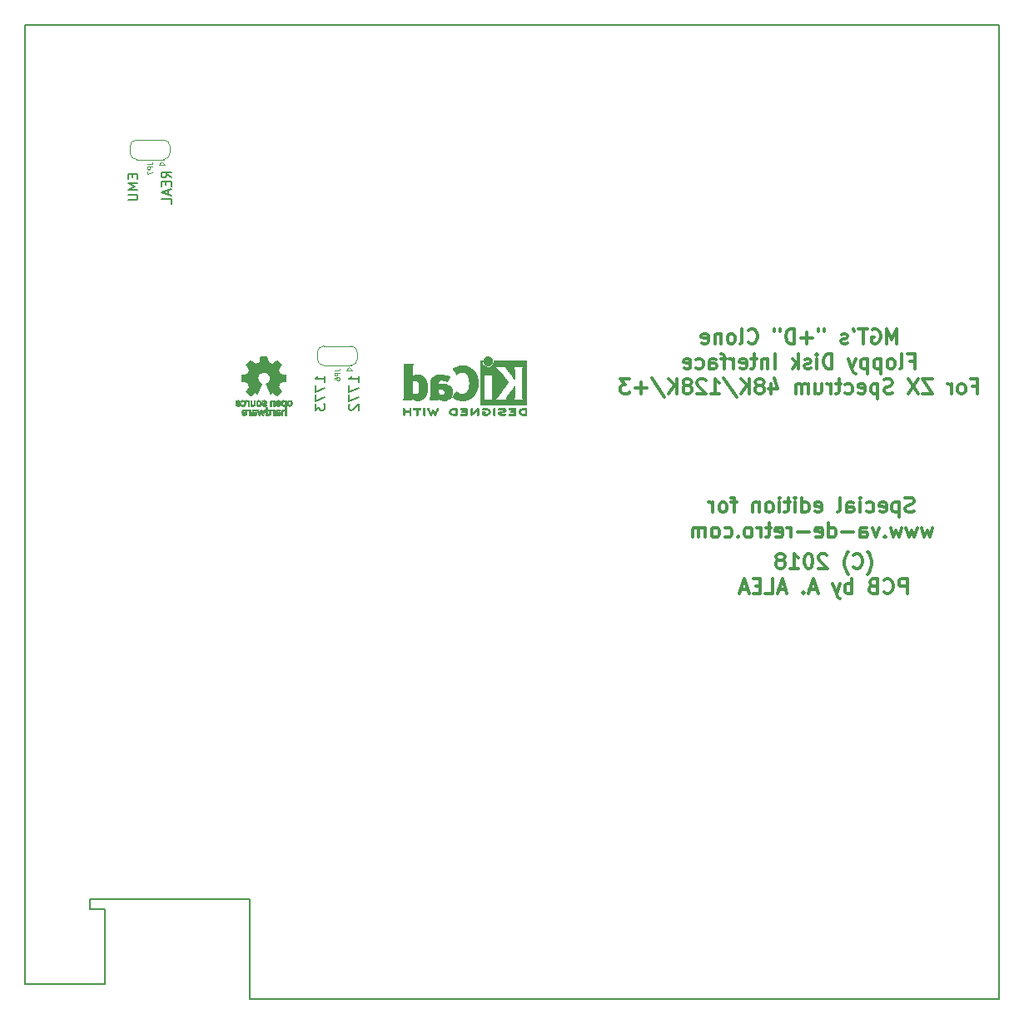
<source format=gbo>
%TF.GenerationSoftware,KiCad,Pcbnew,5.0.2-bee76a0~70~ubuntu18.10.1*%
%TF.CreationDate,2019-02-24T14:53:23+01:00*%
%TF.ProjectId,plusd,706c7573-642e-46b6-9963-61645f706362,rev?*%
%TF.SameCoordinates,Original*%
%TF.FileFunction,Legend,Bot*%
%TF.FilePolarity,Positive*%
%FSLAX46Y46*%
G04 Gerber Fmt 4.6, Leading zero omitted, Abs format (unit mm)*
G04 Created by KiCad (PCBNEW 5.0.2-bee76a0~70~ubuntu18.10.1) date dom 24 feb 2019 14:53:23 CET*
%MOMM*%
%LPD*%
G01*
G04 APERTURE LIST*
%ADD10C,0.150000*%
%ADD11C,0.200000*%
%ADD12C,0.300000*%
%ADD13C,0.120000*%
%ADD14C,0.010000*%
%ADD15C,0.100000*%
G04 APERTURE END LIST*
D10*
X71628000Y-122936000D02*
X63500000Y-122936000D01*
X71628000Y-115316000D02*
X71628000Y-122936000D01*
X70104000Y-115316000D02*
X71628000Y-115316000D01*
X70104000Y-114300000D02*
X70104000Y-115316000D01*
D11*
X94002380Y-61722142D02*
X94002380Y-61150714D01*
X94002380Y-61436428D02*
X93002380Y-61436428D01*
X93145238Y-61341190D01*
X93240476Y-61245952D01*
X93288095Y-61150714D01*
X93002380Y-62055476D02*
X93002380Y-62722142D01*
X94002380Y-62293571D01*
X93002380Y-63007857D02*
X93002380Y-63674523D01*
X94002380Y-63245952D01*
X93002380Y-63960238D02*
X93002380Y-64579285D01*
X93383333Y-64245952D01*
X93383333Y-64388809D01*
X93430952Y-64484047D01*
X93478571Y-64531666D01*
X93573809Y-64579285D01*
X93811904Y-64579285D01*
X93907142Y-64531666D01*
X93954761Y-64484047D01*
X94002380Y-64388809D01*
X94002380Y-64103095D01*
X93954761Y-64007857D01*
X93907142Y-63960238D01*
X97402380Y-61722142D02*
X97402380Y-61150714D01*
X97402380Y-61436428D02*
X96402380Y-61436428D01*
X96545238Y-61341190D01*
X96640476Y-61245952D01*
X96688095Y-61150714D01*
X96402380Y-62055476D02*
X96402380Y-62722142D01*
X97402380Y-62293571D01*
X96402380Y-63007857D02*
X96402380Y-63674523D01*
X97402380Y-63245952D01*
X96497619Y-64007857D02*
X96450000Y-64055476D01*
X96402380Y-64150714D01*
X96402380Y-64388809D01*
X96450000Y-64484047D01*
X96497619Y-64531666D01*
X96592857Y-64579285D01*
X96688095Y-64579285D01*
X96830952Y-64531666D01*
X97402380Y-63960238D01*
X97402380Y-64579285D01*
X74428571Y-40600476D02*
X74428571Y-40933809D01*
X74952380Y-41076666D02*
X74952380Y-40600476D01*
X73952380Y-40600476D01*
X73952380Y-41076666D01*
X74952380Y-41505238D02*
X73952380Y-41505238D01*
X74666666Y-41838571D01*
X73952380Y-42171904D01*
X74952380Y-42171904D01*
X73952380Y-42648095D02*
X74761904Y-42648095D01*
X74857142Y-42695714D01*
X74904761Y-42743333D01*
X74952380Y-42838571D01*
X74952380Y-43029047D01*
X74904761Y-43124285D01*
X74857142Y-43171904D01*
X74761904Y-43219523D01*
X73952380Y-43219523D01*
X78352380Y-40933809D02*
X77876190Y-40600476D01*
X78352380Y-40362380D02*
X77352380Y-40362380D01*
X77352380Y-40743333D01*
X77400000Y-40838571D01*
X77447619Y-40886190D01*
X77542857Y-40933809D01*
X77685714Y-40933809D01*
X77780952Y-40886190D01*
X77828571Y-40838571D01*
X77876190Y-40743333D01*
X77876190Y-40362380D01*
X77828571Y-41362380D02*
X77828571Y-41695714D01*
X78352380Y-41838571D02*
X78352380Y-41362380D01*
X77352380Y-41362380D01*
X77352380Y-41838571D01*
X78066666Y-42219523D02*
X78066666Y-42695714D01*
X78352380Y-42124285D02*
X77352380Y-42457619D01*
X78352380Y-42790952D01*
X78352380Y-43600476D02*
X78352380Y-43124285D01*
X77352380Y-43124285D01*
D10*
X86360000Y-124460000D02*
X162560000Y-124460000D01*
X86360000Y-114300000D02*
X86360000Y-124460000D01*
X70104000Y-114300000D02*
X86360000Y-114300000D01*
D12*
X153867142Y-74897142D02*
X153652857Y-74968571D01*
X153295714Y-74968571D01*
X153152857Y-74897142D01*
X153081428Y-74825714D01*
X153010000Y-74682857D01*
X153010000Y-74540000D01*
X153081428Y-74397142D01*
X153152857Y-74325714D01*
X153295714Y-74254285D01*
X153581428Y-74182857D01*
X153724285Y-74111428D01*
X153795714Y-74040000D01*
X153867142Y-73897142D01*
X153867142Y-73754285D01*
X153795714Y-73611428D01*
X153724285Y-73540000D01*
X153581428Y-73468571D01*
X153224285Y-73468571D01*
X153010000Y-73540000D01*
X152367142Y-73968571D02*
X152367142Y-75468571D01*
X152367142Y-74040000D02*
X152224285Y-73968571D01*
X151938571Y-73968571D01*
X151795714Y-74040000D01*
X151724285Y-74111428D01*
X151652857Y-74254285D01*
X151652857Y-74682857D01*
X151724285Y-74825714D01*
X151795714Y-74897142D01*
X151938571Y-74968571D01*
X152224285Y-74968571D01*
X152367142Y-74897142D01*
X150438571Y-74897142D02*
X150581428Y-74968571D01*
X150867142Y-74968571D01*
X151010000Y-74897142D01*
X151081428Y-74754285D01*
X151081428Y-74182857D01*
X151010000Y-74040000D01*
X150867142Y-73968571D01*
X150581428Y-73968571D01*
X150438571Y-74040000D01*
X150367142Y-74182857D01*
X150367142Y-74325714D01*
X151081428Y-74468571D01*
X149081428Y-74897142D02*
X149224285Y-74968571D01*
X149510000Y-74968571D01*
X149652857Y-74897142D01*
X149724285Y-74825714D01*
X149795714Y-74682857D01*
X149795714Y-74254285D01*
X149724285Y-74111428D01*
X149652857Y-74040000D01*
X149510000Y-73968571D01*
X149224285Y-73968571D01*
X149081428Y-74040000D01*
X148438571Y-74968571D02*
X148438571Y-73968571D01*
X148438571Y-73468571D02*
X148510000Y-73540000D01*
X148438571Y-73611428D01*
X148367142Y-73540000D01*
X148438571Y-73468571D01*
X148438571Y-73611428D01*
X147081428Y-74968571D02*
X147081428Y-74182857D01*
X147152857Y-74040000D01*
X147295714Y-73968571D01*
X147581428Y-73968571D01*
X147724285Y-74040000D01*
X147081428Y-74897142D02*
X147224285Y-74968571D01*
X147581428Y-74968571D01*
X147724285Y-74897142D01*
X147795714Y-74754285D01*
X147795714Y-74611428D01*
X147724285Y-74468571D01*
X147581428Y-74397142D01*
X147224285Y-74397142D01*
X147081428Y-74325714D01*
X146152857Y-74968571D02*
X146295714Y-74897142D01*
X146367142Y-74754285D01*
X146367142Y-73468571D01*
X143867142Y-74897142D02*
X144010000Y-74968571D01*
X144295714Y-74968571D01*
X144438571Y-74897142D01*
X144510000Y-74754285D01*
X144510000Y-74182857D01*
X144438571Y-74040000D01*
X144295714Y-73968571D01*
X144010000Y-73968571D01*
X143867142Y-74040000D01*
X143795714Y-74182857D01*
X143795714Y-74325714D01*
X144510000Y-74468571D01*
X142510000Y-74968571D02*
X142510000Y-73468571D01*
X142510000Y-74897142D02*
X142652857Y-74968571D01*
X142938571Y-74968571D01*
X143081428Y-74897142D01*
X143152857Y-74825714D01*
X143224285Y-74682857D01*
X143224285Y-74254285D01*
X143152857Y-74111428D01*
X143081428Y-74040000D01*
X142938571Y-73968571D01*
X142652857Y-73968571D01*
X142510000Y-74040000D01*
X141795714Y-74968571D02*
X141795714Y-73968571D01*
X141795714Y-73468571D02*
X141867142Y-73540000D01*
X141795714Y-73611428D01*
X141724285Y-73540000D01*
X141795714Y-73468571D01*
X141795714Y-73611428D01*
X141295714Y-73968571D02*
X140724285Y-73968571D01*
X141081428Y-73468571D02*
X141081428Y-74754285D01*
X141010000Y-74897142D01*
X140867142Y-74968571D01*
X140724285Y-74968571D01*
X140224285Y-74968571D02*
X140224285Y-73968571D01*
X140224285Y-73468571D02*
X140295714Y-73540000D01*
X140224285Y-73611428D01*
X140152857Y-73540000D01*
X140224285Y-73468571D01*
X140224285Y-73611428D01*
X139295714Y-74968571D02*
X139438571Y-74897142D01*
X139510000Y-74825714D01*
X139581428Y-74682857D01*
X139581428Y-74254285D01*
X139510000Y-74111428D01*
X139438571Y-74040000D01*
X139295714Y-73968571D01*
X139081428Y-73968571D01*
X138938571Y-74040000D01*
X138867142Y-74111428D01*
X138795714Y-74254285D01*
X138795714Y-74682857D01*
X138867142Y-74825714D01*
X138938571Y-74897142D01*
X139081428Y-74968571D01*
X139295714Y-74968571D01*
X138152857Y-73968571D02*
X138152857Y-74968571D01*
X138152857Y-74111428D02*
X138081428Y-74040000D01*
X137938571Y-73968571D01*
X137724285Y-73968571D01*
X137581428Y-74040000D01*
X137510000Y-74182857D01*
X137510000Y-74968571D01*
X135867142Y-73968571D02*
X135295714Y-73968571D01*
X135652857Y-74968571D02*
X135652857Y-73682857D01*
X135581428Y-73540000D01*
X135438571Y-73468571D01*
X135295714Y-73468571D01*
X134581428Y-74968571D02*
X134724285Y-74897142D01*
X134795714Y-74825714D01*
X134867142Y-74682857D01*
X134867142Y-74254285D01*
X134795714Y-74111428D01*
X134724285Y-74040000D01*
X134581428Y-73968571D01*
X134367142Y-73968571D01*
X134224285Y-74040000D01*
X134152857Y-74111428D01*
X134081428Y-74254285D01*
X134081428Y-74682857D01*
X134152857Y-74825714D01*
X134224285Y-74897142D01*
X134367142Y-74968571D01*
X134581428Y-74968571D01*
X133438571Y-74968571D02*
X133438571Y-73968571D01*
X133438571Y-74254285D02*
X133367142Y-74111428D01*
X133295714Y-74040000D01*
X133152857Y-73968571D01*
X133010000Y-73968571D01*
X155795714Y-76518571D02*
X155510000Y-77518571D01*
X155224285Y-76804285D01*
X154938571Y-77518571D01*
X154652857Y-76518571D01*
X154224285Y-76518571D02*
X153938571Y-77518571D01*
X153652857Y-76804285D01*
X153367142Y-77518571D01*
X153081428Y-76518571D01*
X152652857Y-76518571D02*
X152367142Y-77518571D01*
X152081428Y-76804285D01*
X151795714Y-77518571D01*
X151510000Y-76518571D01*
X150938571Y-77375714D02*
X150867142Y-77447142D01*
X150938571Y-77518571D01*
X151010000Y-77447142D01*
X150938571Y-77375714D01*
X150938571Y-77518571D01*
X150367142Y-76518571D02*
X150010000Y-77518571D01*
X149652857Y-76518571D01*
X148438571Y-77518571D02*
X148438571Y-76732857D01*
X148510000Y-76590000D01*
X148652857Y-76518571D01*
X148938571Y-76518571D01*
X149081428Y-76590000D01*
X148438571Y-77447142D02*
X148581428Y-77518571D01*
X148938571Y-77518571D01*
X149081428Y-77447142D01*
X149152857Y-77304285D01*
X149152857Y-77161428D01*
X149081428Y-77018571D01*
X148938571Y-76947142D01*
X148581428Y-76947142D01*
X148438571Y-76875714D01*
X147724285Y-76947142D02*
X146581428Y-76947142D01*
X145224285Y-77518571D02*
X145224285Y-76018571D01*
X145224285Y-77447142D02*
X145367142Y-77518571D01*
X145652857Y-77518571D01*
X145795714Y-77447142D01*
X145867142Y-77375714D01*
X145938571Y-77232857D01*
X145938571Y-76804285D01*
X145867142Y-76661428D01*
X145795714Y-76590000D01*
X145652857Y-76518571D01*
X145367142Y-76518571D01*
X145224285Y-76590000D01*
X143938571Y-77447142D02*
X144081428Y-77518571D01*
X144367142Y-77518571D01*
X144510000Y-77447142D01*
X144581428Y-77304285D01*
X144581428Y-76732857D01*
X144510000Y-76590000D01*
X144367142Y-76518571D01*
X144081428Y-76518571D01*
X143938571Y-76590000D01*
X143867142Y-76732857D01*
X143867142Y-76875714D01*
X144581428Y-77018571D01*
X143224285Y-76947142D02*
X142081428Y-76947142D01*
X141367142Y-77518571D02*
X141367142Y-76518571D01*
X141367142Y-76804285D02*
X141295714Y-76661428D01*
X141224285Y-76590000D01*
X141081428Y-76518571D01*
X140938571Y-76518571D01*
X139867142Y-77447142D02*
X140010000Y-77518571D01*
X140295714Y-77518571D01*
X140438571Y-77447142D01*
X140510000Y-77304285D01*
X140510000Y-76732857D01*
X140438571Y-76590000D01*
X140295714Y-76518571D01*
X140010000Y-76518571D01*
X139867142Y-76590000D01*
X139795714Y-76732857D01*
X139795714Y-76875714D01*
X140510000Y-77018571D01*
X139367142Y-76518571D02*
X138795714Y-76518571D01*
X139152857Y-76018571D02*
X139152857Y-77304285D01*
X139081428Y-77447142D01*
X138938571Y-77518571D01*
X138795714Y-77518571D01*
X138295714Y-77518571D02*
X138295714Y-76518571D01*
X138295714Y-76804285D02*
X138224285Y-76661428D01*
X138152857Y-76590000D01*
X138010000Y-76518571D01*
X137867142Y-76518571D01*
X137152857Y-77518571D02*
X137295714Y-77447142D01*
X137367142Y-77375714D01*
X137438571Y-77232857D01*
X137438571Y-76804285D01*
X137367142Y-76661428D01*
X137295714Y-76590000D01*
X137152857Y-76518571D01*
X136938571Y-76518571D01*
X136795714Y-76590000D01*
X136724285Y-76661428D01*
X136652857Y-76804285D01*
X136652857Y-77232857D01*
X136724285Y-77375714D01*
X136795714Y-77447142D01*
X136938571Y-77518571D01*
X137152857Y-77518571D01*
X136010000Y-77375714D02*
X135938571Y-77447142D01*
X136010000Y-77518571D01*
X136081428Y-77447142D01*
X136010000Y-77375714D01*
X136010000Y-77518571D01*
X134652857Y-77447142D02*
X134795714Y-77518571D01*
X135081428Y-77518571D01*
X135224285Y-77447142D01*
X135295714Y-77375714D01*
X135367142Y-77232857D01*
X135367142Y-76804285D01*
X135295714Y-76661428D01*
X135224285Y-76590000D01*
X135081428Y-76518571D01*
X134795714Y-76518571D01*
X134652857Y-76590000D01*
X133795714Y-77518571D02*
X133938571Y-77447142D01*
X134010000Y-77375714D01*
X134081428Y-77232857D01*
X134081428Y-76804285D01*
X134010000Y-76661428D01*
X133938571Y-76590000D01*
X133795714Y-76518571D01*
X133581428Y-76518571D01*
X133438571Y-76590000D01*
X133367142Y-76661428D01*
X133295714Y-76804285D01*
X133295714Y-77232857D01*
X133367142Y-77375714D01*
X133438571Y-77447142D01*
X133581428Y-77518571D01*
X133795714Y-77518571D01*
X132652857Y-77518571D02*
X132652857Y-76518571D01*
X132652857Y-76661428D02*
X132581428Y-76590000D01*
X132438571Y-76518571D01*
X132224285Y-76518571D01*
X132081428Y-76590000D01*
X132010000Y-76732857D01*
X132010000Y-77518571D01*
X132010000Y-76732857D02*
X131938571Y-76590000D01*
X131795714Y-76518571D01*
X131581428Y-76518571D01*
X131438571Y-76590000D01*
X131367142Y-76732857D01*
X131367142Y-77518571D01*
X149172857Y-81255000D02*
X149244285Y-81183571D01*
X149387142Y-80969285D01*
X149458571Y-80826428D01*
X149530000Y-80612142D01*
X149601428Y-80255000D01*
X149601428Y-79969285D01*
X149530000Y-79612142D01*
X149458571Y-79397857D01*
X149387142Y-79255000D01*
X149244285Y-79040714D01*
X149172857Y-78969285D01*
X147744285Y-80540714D02*
X147815714Y-80612142D01*
X148030000Y-80683571D01*
X148172857Y-80683571D01*
X148387142Y-80612142D01*
X148530000Y-80469285D01*
X148601428Y-80326428D01*
X148672857Y-80040714D01*
X148672857Y-79826428D01*
X148601428Y-79540714D01*
X148530000Y-79397857D01*
X148387142Y-79255000D01*
X148172857Y-79183571D01*
X148030000Y-79183571D01*
X147815714Y-79255000D01*
X147744285Y-79326428D01*
X147244285Y-81255000D02*
X147172857Y-81183571D01*
X147030000Y-80969285D01*
X146958571Y-80826428D01*
X146887142Y-80612142D01*
X146815714Y-80255000D01*
X146815714Y-79969285D01*
X146887142Y-79612142D01*
X146958571Y-79397857D01*
X147030000Y-79255000D01*
X147172857Y-79040714D01*
X147244285Y-78969285D01*
X145030000Y-79326428D02*
X144958571Y-79255000D01*
X144815714Y-79183571D01*
X144458571Y-79183571D01*
X144315714Y-79255000D01*
X144244285Y-79326428D01*
X144172857Y-79469285D01*
X144172857Y-79612142D01*
X144244285Y-79826428D01*
X145101428Y-80683571D01*
X144172857Y-80683571D01*
X143244285Y-79183571D02*
X143101428Y-79183571D01*
X142958571Y-79255000D01*
X142887142Y-79326428D01*
X142815714Y-79469285D01*
X142744285Y-79755000D01*
X142744285Y-80112142D01*
X142815714Y-80397857D01*
X142887142Y-80540714D01*
X142958571Y-80612142D01*
X143101428Y-80683571D01*
X143244285Y-80683571D01*
X143387142Y-80612142D01*
X143458571Y-80540714D01*
X143530000Y-80397857D01*
X143601428Y-80112142D01*
X143601428Y-79755000D01*
X143530000Y-79469285D01*
X143458571Y-79326428D01*
X143387142Y-79255000D01*
X143244285Y-79183571D01*
X141315714Y-80683571D02*
X142172857Y-80683571D01*
X141744285Y-80683571D02*
X141744285Y-79183571D01*
X141887142Y-79397857D01*
X142030000Y-79540714D01*
X142172857Y-79612142D01*
X140458571Y-79826428D02*
X140601428Y-79755000D01*
X140672857Y-79683571D01*
X140744285Y-79540714D01*
X140744285Y-79469285D01*
X140672857Y-79326428D01*
X140601428Y-79255000D01*
X140458571Y-79183571D01*
X140172857Y-79183571D01*
X140030000Y-79255000D01*
X139958571Y-79326428D01*
X139887142Y-79469285D01*
X139887142Y-79540714D01*
X139958571Y-79683571D01*
X140030000Y-79755000D01*
X140172857Y-79826428D01*
X140458571Y-79826428D01*
X140601428Y-79897857D01*
X140672857Y-79969285D01*
X140744285Y-80112142D01*
X140744285Y-80397857D01*
X140672857Y-80540714D01*
X140601428Y-80612142D01*
X140458571Y-80683571D01*
X140172857Y-80683571D01*
X140030000Y-80612142D01*
X139958571Y-80540714D01*
X139887142Y-80397857D01*
X139887142Y-80112142D01*
X139958571Y-79969285D01*
X140030000Y-79897857D01*
X140172857Y-79826428D01*
X153208571Y-83233571D02*
X153208571Y-81733571D01*
X152637142Y-81733571D01*
X152494285Y-81805000D01*
X152422857Y-81876428D01*
X152351428Y-82019285D01*
X152351428Y-82233571D01*
X152422857Y-82376428D01*
X152494285Y-82447857D01*
X152637142Y-82519285D01*
X153208571Y-82519285D01*
X150851428Y-83090714D02*
X150922857Y-83162142D01*
X151137142Y-83233571D01*
X151280000Y-83233571D01*
X151494285Y-83162142D01*
X151637142Y-83019285D01*
X151708571Y-82876428D01*
X151780000Y-82590714D01*
X151780000Y-82376428D01*
X151708571Y-82090714D01*
X151637142Y-81947857D01*
X151494285Y-81805000D01*
X151280000Y-81733571D01*
X151137142Y-81733571D01*
X150922857Y-81805000D01*
X150851428Y-81876428D01*
X149708571Y-82447857D02*
X149494285Y-82519285D01*
X149422857Y-82590714D01*
X149351428Y-82733571D01*
X149351428Y-82947857D01*
X149422857Y-83090714D01*
X149494285Y-83162142D01*
X149637142Y-83233571D01*
X150208571Y-83233571D01*
X150208571Y-81733571D01*
X149708571Y-81733571D01*
X149565714Y-81805000D01*
X149494285Y-81876428D01*
X149422857Y-82019285D01*
X149422857Y-82162142D01*
X149494285Y-82305000D01*
X149565714Y-82376428D01*
X149708571Y-82447857D01*
X150208571Y-82447857D01*
X147565714Y-83233571D02*
X147565714Y-81733571D01*
X147565714Y-82305000D02*
X147422857Y-82233571D01*
X147137142Y-82233571D01*
X146994285Y-82305000D01*
X146922857Y-82376428D01*
X146851428Y-82519285D01*
X146851428Y-82947857D01*
X146922857Y-83090714D01*
X146994285Y-83162142D01*
X147137142Y-83233571D01*
X147422857Y-83233571D01*
X147565714Y-83162142D01*
X146351428Y-82233571D02*
X145994285Y-83233571D01*
X145637142Y-82233571D02*
X145994285Y-83233571D01*
X146137142Y-83590714D01*
X146208571Y-83662142D01*
X146351428Y-83733571D01*
X143994285Y-82805000D02*
X143280000Y-82805000D01*
X144137142Y-83233571D02*
X143637142Y-81733571D01*
X143137142Y-83233571D01*
X142637142Y-83090714D02*
X142565714Y-83162142D01*
X142637142Y-83233571D01*
X142708571Y-83162142D01*
X142637142Y-83090714D01*
X142637142Y-83233571D01*
X140851428Y-82805000D02*
X140137142Y-82805000D01*
X140994285Y-83233571D02*
X140494285Y-81733571D01*
X139994285Y-83233571D01*
X138780000Y-83233571D02*
X139494285Y-83233571D01*
X139494285Y-81733571D01*
X138280000Y-82447857D02*
X137780000Y-82447857D01*
X137565714Y-83233571D02*
X138280000Y-83233571D01*
X138280000Y-81733571D01*
X137565714Y-81733571D01*
X136994285Y-82805000D02*
X136280000Y-82805000D01*
X137137142Y-83233571D02*
X136637142Y-81733571D01*
X136137142Y-83233571D01*
X152132857Y-57818571D02*
X152132857Y-56318571D01*
X151632857Y-57390000D01*
X151132857Y-56318571D01*
X151132857Y-57818571D01*
X149632857Y-56390000D02*
X149775714Y-56318571D01*
X149990000Y-56318571D01*
X150204285Y-56390000D01*
X150347142Y-56532857D01*
X150418571Y-56675714D01*
X150490000Y-56961428D01*
X150490000Y-57175714D01*
X150418571Y-57461428D01*
X150347142Y-57604285D01*
X150204285Y-57747142D01*
X149990000Y-57818571D01*
X149847142Y-57818571D01*
X149632857Y-57747142D01*
X149561428Y-57675714D01*
X149561428Y-57175714D01*
X149847142Y-57175714D01*
X149132857Y-56318571D02*
X148275714Y-56318571D01*
X148704285Y-57818571D02*
X148704285Y-56318571D01*
X147704285Y-56318571D02*
X147847142Y-56604285D01*
X147132857Y-57747142D02*
X146990000Y-57818571D01*
X146704285Y-57818571D01*
X146561428Y-57747142D01*
X146490000Y-57604285D01*
X146490000Y-57532857D01*
X146561428Y-57390000D01*
X146704285Y-57318571D01*
X146918571Y-57318571D01*
X147061428Y-57247142D01*
X147132857Y-57104285D01*
X147132857Y-57032857D01*
X147061428Y-56890000D01*
X146918571Y-56818571D01*
X146704285Y-56818571D01*
X146561428Y-56890000D01*
X144775714Y-56318571D02*
X144775714Y-56604285D01*
X144204285Y-56318571D02*
X144204285Y-56604285D01*
X143561428Y-57247142D02*
X142418571Y-57247142D01*
X142990000Y-57818571D02*
X142990000Y-56675714D01*
X141704285Y-57818571D02*
X141704285Y-56318571D01*
X141347142Y-56318571D01*
X141132857Y-56390000D01*
X140990000Y-56532857D01*
X140918571Y-56675714D01*
X140847142Y-56961428D01*
X140847142Y-57175714D01*
X140918571Y-57461428D01*
X140990000Y-57604285D01*
X141132857Y-57747142D01*
X141347142Y-57818571D01*
X141704285Y-57818571D01*
X140275714Y-56318571D02*
X140275714Y-56604285D01*
X139704285Y-56318571D02*
X139704285Y-56604285D01*
X137061428Y-57675714D02*
X137132857Y-57747142D01*
X137347142Y-57818571D01*
X137490000Y-57818571D01*
X137704285Y-57747142D01*
X137847142Y-57604285D01*
X137918571Y-57461428D01*
X137990000Y-57175714D01*
X137990000Y-56961428D01*
X137918571Y-56675714D01*
X137847142Y-56532857D01*
X137704285Y-56390000D01*
X137490000Y-56318571D01*
X137347142Y-56318571D01*
X137132857Y-56390000D01*
X137061428Y-56461428D01*
X136204285Y-57818571D02*
X136347142Y-57747142D01*
X136418571Y-57604285D01*
X136418571Y-56318571D01*
X135418571Y-57818571D02*
X135561428Y-57747142D01*
X135632857Y-57675714D01*
X135704285Y-57532857D01*
X135704285Y-57104285D01*
X135632857Y-56961428D01*
X135561428Y-56890000D01*
X135418571Y-56818571D01*
X135204285Y-56818571D01*
X135061428Y-56890000D01*
X134990000Y-56961428D01*
X134918571Y-57104285D01*
X134918571Y-57532857D01*
X134990000Y-57675714D01*
X135061428Y-57747142D01*
X135204285Y-57818571D01*
X135418571Y-57818571D01*
X134275714Y-56818571D02*
X134275714Y-57818571D01*
X134275714Y-56961428D02*
X134204285Y-56890000D01*
X134061428Y-56818571D01*
X133847142Y-56818571D01*
X133704285Y-56890000D01*
X133632857Y-57032857D01*
X133632857Y-57818571D01*
X132347142Y-57747142D02*
X132490000Y-57818571D01*
X132775714Y-57818571D01*
X132918571Y-57747142D01*
X132990000Y-57604285D01*
X132990000Y-57032857D01*
X132918571Y-56890000D01*
X132775714Y-56818571D01*
X132490000Y-56818571D01*
X132347142Y-56890000D01*
X132275714Y-57032857D01*
X132275714Y-57175714D01*
X132990000Y-57318571D01*
X153454285Y-59582857D02*
X153954285Y-59582857D01*
X153954285Y-60368571D02*
X153954285Y-58868571D01*
X153240000Y-58868571D01*
X152454285Y-60368571D02*
X152597142Y-60297142D01*
X152668571Y-60154285D01*
X152668571Y-58868571D01*
X151668571Y-60368571D02*
X151811428Y-60297142D01*
X151882857Y-60225714D01*
X151954285Y-60082857D01*
X151954285Y-59654285D01*
X151882857Y-59511428D01*
X151811428Y-59440000D01*
X151668571Y-59368571D01*
X151454285Y-59368571D01*
X151311428Y-59440000D01*
X151240000Y-59511428D01*
X151168571Y-59654285D01*
X151168571Y-60082857D01*
X151240000Y-60225714D01*
X151311428Y-60297142D01*
X151454285Y-60368571D01*
X151668571Y-60368571D01*
X150525714Y-59368571D02*
X150525714Y-60868571D01*
X150525714Y-59440000D02*
X150382857Y-59368571D01*
X150097142Y-59368571D01*
X149954285Y-59440000D01*
X149882857Y-59511428D01*
X149811428Y-59654285D01*
X149811428Y-60082857D01*
X149882857Y-60225714D01*
X149954285Y-60297142D01*
X150097142Y-60368571D01*
X150382857Y-60368571D01*
X150525714Y-60297142D01*
X149168571Y-59368571D02*
X149168571Y-60868571D01*
X149168571Y-59440000D02*
X149025714Y-59368571D01*
X148740000Y-59368571D01*
X148597142Y-59440000D01*
X148525714Y-59511428D01*
X148454285Y-59654285D01*
X148454285Y-60082857D01*
X148525714Y-60225714D01*
X148597142Y-60297142D01*
X148740000Y-60368571D01*
X149025714Y-60368571D01*
X149168571Y-60297142D01*
X147954285Y-59368571D02*
X147597142Y-60368571D01*
X147240000Y-59368571D02*
X147597142Y-60368571D01*
X147740000Y-60725714D01*
X147811428Y-60797142D01*
X147954285Y-60868571D01*
X145525714Y-60368571D02*
X145525714Y-58868571D01*
X145168571Y-58868571D01*
X144954285Y-58940000D01*
X144811428Y-59082857D01*
X144740000Y-59225714D01*
X144668571Y-59511428D01*
X144668571Y-59725714D01*
X144740000Y-60011428D01*
X144811428Y-60154285D01*
X144954285Y-60297142D01*
X145168571Y-60368571D01*
X145525714Y-60368571D01*
X144025714Y-60368571D02*
X144025714Y-59368571D01*
X144025714Y-58868571D02*
X144097142Y-58940000D01*
X144025714Y-59011428D01*
X143954285Y-58940000D01*
X144025714Y-58868571D01*
X144025714Y-59011428D01*
X143382857Y-60297142D02*
X143240000Y-60368571D01*
X142954285Y-60368571D01*
X142811428Y-60297142D01*
X142740000Y-60154285D01*
X142740000Y-60082857D01*
X142811428Y-59940000D01*
X142954285Y-59868571D01*
X143168571Y-59868571D01*
X143311428Y-59797142D01*
X143382857Y-59654285D01*
X143382857Y-59582857D01*
X143311428Y-59440000D01*
X143168571Y-59368571D01*
X142954285Y-59368571D01*
X142811428Y-59440000D01*
X142097142Y-60368571D02*
X142097142Y-58868571D01*
X141954285Y-59797142D02*
X141525714Y-60368571D01*
X141525714Y-59368571D02*
X142097142Y-59940000D01*
X139740000Y-60368571D02*
X139740000Y-58868571D01*
X139025714Y-59368571D02*
X139025714Y-60368571D01*
X139025714Y-59511428D02*
X138954285Y-59440000D01*
X138811428Y-59368571D01*
X138597142Y-59368571D01*
X138454285Y-59440000D01*
X138382857Y-59582857D01*
X138382857Y-60368571D01*
X137882857Y-59368571D02*
X137311428Y-59368571D01*
X137668571Y-58868571D02*
X137668571Y-60154285D01*
X137597142Y-60297142D01*
X137454285Y-60368571D01*
X137311428Y-60368571D01*
X136240000Y-60297142D02*
X136382857Y-60368571D01*
X136668571Y-60368571D01*
X136811428Y-60297142D01*
X136882857Y-60154285D01*
X136882857Y-59582857D01*
X136811428Y-59440000D01*
X136668571Y-59368571D01*
X136382857Y-59368571D01*
X136240000Y-59440000D01*
X136168571Y-59582857D01*
X136168571Y-59725714D01*
X136882857Y-59868571D01*
X135525714Y-60368571D02*
X135525714Y-59368571D01*
X135525714Y-59654285D02*
X135454285Y-59511428D01*
X135382857Y-59440000D01*
X135240000Y-59368571D01*
X135097142Y-59368571D01*
X134811428Y-59368571D02*
X134240000Y-59368571D01*
X134597142Y-60368571D02*
X134597142Y-59082857D01*
X134525714Y-58940000D01*
X134382857Y-58868571D01*
X134240000Y-58868571D01*
X133097142Y-60368571D02*
X133097142Y-59582857D01*
X133168571Y-59440000D01*
X133311428Y-59368571D01*
X133597142Y-59368571D01*
X133740000Y-59440000D01*
X133097142Y-60297142D02*
X133240000Y-60368571D01*
X133597142Y-60368571D01*
X133740000Y-60297142D01*
X133811428Y-60154285D01*
X133811428Y-60011428D01*
X133740000Y-59868571D01*
X133597142Y-59797142D01*
X133240000Y-59797142D01*
X133097142Y-59725714D01*
X131740000Y-60297142D02*
X131882857Y-60368571D01*
X132168571Y-60368571D01*
X132311428Y-60297142D01*
X132382857Y-60225714D01*
X132454285Y-60082857D01*
X132454285Y-59654285D01*
X132382857Y-59511428D01*
X132311428Y-59440000D01*
X132168571Y-59368571D01*
X131882857Y-59368571D01*
X131740000Y-59440000D01*
X130525714Y-60297142D02*
X130668571Y-60368571D01*
X130954285Y-60368571D01*
X131097142Y-60297142D01*
X131168571Y-60154285D01*
X131168571Y-59582857D01*
X131097142Y-59440000D01*
X130954285Y-59368571D01*
X130668571Y-59368571D01*
X130525714Y-59440000D01*
X130454285Y-59582857D01*
X130454285Y-59725714D01*
X131168571Y-59868571D01*
X159847142Y-62132857D02*
X160347142Y-62132857D01*
X160347142Y-62918571D02*
X160347142Y-61418571D01*
X159632857Y-61418571D01*
X158847142Y-62918571D02*
X158990000Y-62847142D01*
X159061428Y-62775714D01*
X159132857Y-62632857D01*
X159132857Y-62204285D01*
X159061428Y-62061428D01*
X158990000Y-61990000D01*
X158847142Y-61918571D01*
X158632857Y-61918571D01*
X158490000Y-61990000D01*
X158418571Y-62061428D01*
X158347142Y-62204285D01*
X158347142Y-62632857D01*
X158418571Y-62775714D01*
X158490000Y-62847142D01*
X158632857Y-62918571D01*
X158847142Y-62918571D01*
X157704285Y-62918571D02*
X157704285Y-61918571D01*
X157704285Y-62204285D02*
X157632857Y-62061428D01*
X157561428Y-61990000D01*
X157418571Y-61918571D01*
X157275714Y-61918571D01*
X155775714Y-61418571D02*
X154775714Y-61418571D01*
X155775714Y-62918571D01*
X154775714Y-62918571D01*
X154347142Y-61418571D02*
X153347142Y-62918571D01*
X153347142Y-61418571D02*
X154347142Y-62918571D01*
X151704285Y-62847142D02*
X151490000Y-62918571D01*
X151132857Y-62918571D01*
X150990000Y-62847142D01*
X150918571Y-62775714D01*
X150847142Y-62632857D01*
X150847142Y-62490000D01*
X150918571Y-62347142D01*
X150990000Y-62275714D01*
X151132857Y-62204285D01*
X151418571Y-62132857D01*
X151561428Y-62061428D01*
X151632857Y-61990000D01*
X151704285Y-61847142D01*
X151704285Y-61704285D01*
X151632857Y-61561428D01*
X151561428Y-61490000D01*
X151418571Y-61418571D01*
X151061428Y-61418571D01*
X150847142Y-61490000D01*
X150204285Y-61918571D02*
X150204285Y-63418571D01*
X150204285Y-61990000D02*
X150061428Y-61918571D01*
X149775714Y-61918571D01*
X149632857Y-61990000D01*
X149561428Y-62061428D01*
X149490000Y-62204285D01*
X149490000Y-62632857D01*
X149561428Y-62775714D01*
X149632857Y-62847142D01*
X149775714Y-62918571D01*
X150061428Y-62918571D01*
X150204285Y-62847142D01*
X148275714Y-62847142D02*
X148418571Y-62918571D01*
X148704285Y-62918571D01*
X148847142Y-62847142D01*
X148918571Y-62704285D01*
X148918571Y-62132857D01*
X148847142Y-61990000D01*
X148704285Y-61918571D01*
X148418571Y-61918571D01*
X148275714Y-61990000D01*
X148204285Y-62132857D01*
X148204285Y-62275714D01*
X148918571Y-62418571D01*
X146918571Y-62847142D02*
X147061428Y-62918571D01*
X147347142Y-62918571D01*
X147490000Y-62847142D01*
X147561428Y-62775714D01*
X147632857Y-62632857D01*
X147632857Y-62204285D01*
X147561428Y-62061428D01*
X147490000Y-61990000D01*
X147347142Y-61918571D01*
X147061428Y-61918571D01*
X146918571Y-61990000D01*
X146490000Y-61918571D02*
X145918571Y-61918571D01*
X146275714Y-61418571D02*
X146275714Y-62704285D01*
X146204285Y-62847142D01*
X146061428Y-62918571D01*
X145918571Y-62918571D01*
X145418571Y-62918571D02*
X145418571Y-61918571D01*
X145418571Y-62204285D02*
X145347142Y-62061428D01*
X145275714Y-61990000D01*
X145132857Y-61918571D01*
X144990000Y-61918571D01*
X143847142Y-61918571D02*
X143847142Y-62918571D01*
X144490000Y-61918571D02*
X144490000Y-62704285D01*
X144418571Y-62847142D01*
X144275714Y-62918571D01*
X144061428Y-62918571D01*
X143918571Y-62847142D01*
X143847142Y-62775714D01*
X143132857Y-62918571D02*
X143132857Y-61918571D01*
X143132857Y-62061428D02*
X143061428Y-61990000D01*
X142918571Y-61918571D01*
X142704285Y-61918571D01*
X142561428Y-61990000D01*
X142490000Y-62132857D01*
X142490000Y-62918571D01*
X142490000Y-62132857D02*
X142418571Y-61990000D01*
X142275714Y-61918571D01*
X142061428Y-61918571D01*
X141918571Y-61990000D01*
X141847142Y-62132857D01*
X141847142Y-62918571D01*
X139347142Y-61918571D02*
X139347142Y-62918571D01*
X139704285Y-61347142D02*
X140061428Y-62418571D01*
X139132857Y-62418571D01*
X138347142Y-62061428D02*
X138490000Y-61990000D01*
X138561428Y-61918571D01*
X138632857Y-61775714D01*
X138632857Y-61704285D01*
X138561428Y-61561428D01*
X138490000Y-61490000D01*
X138347142Y-61418571D01*
X138061428Y-61418571D01*
X137918571Y-61490000D01*
X137847142Y-61561428D01*
X137775714Y-61704285D01*
X137775714Y-61775714D01*
X137847142Y-61918571D01*
X137918571Y-61990000D01*
X138061428Y-62061428D01*
X138347142Y-62061428D01*
X138490000Y-62132857D01*
X138561428Y-62204285D01*
X138632857Y-62347142D01*
X138632857Y-62632857D01*
X138561428Y-62775714D01*
X138490000Y-62847142D01*
X138347142Y-62918571D01*
X138061428Y-62918571D01*
X137918571Y-62847142D01*
X137847142Y-62775714D01*
X137775714Y-62632857D01*
X137775714Y-62347142D01*
X137847142Y-62204285D01*
X137918571Y-62132857D01*
X138061428Y-62061428D01*
X137132857Y-62918571D02*
X137132857Y-61418571D01*
X136275714Y-62918571D02*
X136918571Y-62061428D01*
X136275714Y-61418571D02*
X137132857Y-62275714D01*
X134561428Y-61347142D02*
X135847142Y-63275714D01*
X133275714Y-62918571D02*
X134132857Y-62918571D01*
X133704285Y-62918571D02*
X133704285Y-61418571D01*
X133847142Y-61632857D01*
X133990000Y-61775714D01*
X134132857Y-61847142D01*
X132704285Y-61561428D02*
X132632857Y-61490000D01*
X132490000Y-61418571D01*
X132132857Y-61418571D01*
X131990000Y-61490000D01*
X131918571Y-61561428D01*
X131847142Y-61704285D01*
X131847142Y-61847142D01*
X131918571Y-62061428D01*
X132775714Y-62918571D01*
X131847142Y-62918571D01*
X130990000Y-62061428D02*
X131132857Y-61990000D01*
X131204285Y-61918571D01*
X131275714Y-61775714D01*
X131275714Y-61704285D01*
X131204285Y-61561428D01*
X131132857Y-61490000D01*
X130990000Y-61418571D01*
X130704285Y-61418571D01*
X130561428Y-61490000D01*
X130490000Y-61561428D01*
X130418571Y-61704285D01*
X130418571Y-61775714D01*
X130490000Y-61918571D01*
X130561428Y-61990000D01*
X130704285Y-62061428D01*
X130990000Y-62061428D01*
X131132857Y-62132857D01*
X131204285Y-62204285D01*
X131275714Y-62347142D01*
X131275714Y-62632857D01*
X131204285Y-62775714D01*
X131132857Y-62847142D01*
X130990000Y-62918571D01*
X130704285Y-62918571D01*
X130561428Y-62847142D01*
X130490000Y-62775714D01*
X130418571Y-62632857D01*
X130418571Y-62347142D01*
X130490000Y-62204285D01*
X130561428Y-62132857D01*
X130704285Y-62061428D01*
X129775714Y-62918571D02*
X129775714Y-61418571D01*
X128918571Y-62918571D02*
X129561428Y-62061428D01*
X128918571Y-61418571D02*
X129775714Y-62275714D01*
X127204285Y-61347142D02*
X128490000Y-63275714D01*
X126704285Y-62347142D02*
X125561428Y-62347142D01*
X126132857Y-62918571D02*
X126132857Y-61775714D01*
X124990000Y-61418571D02*
X124061428Y-61418571D01*
X124561428Y-61990000D01*
X124347142Y-61990000D01*
X124204285Y-62061428D01*
X124132857Y-62132857D01*
X124061428Y-62275714D01*
X124061428Y-62632857D01*
X124132857Y-62775714D01*
X124204285Y-62847142D01*
X124347142Y-62918571D01*
X124775714Y-62918571D01*
X124918571Y-62847142D01*
X124990000Y-62775714D01*
D10*
X162560000Y-124460000D02*
X162560000Y-25400000D01*
X63500000Y-25400000D02*
X63500000Y-122936000D01*
X162560000Y-25400000D02*
X63500000Y-25400000D01*
D13*
X96450000Y-60255000D02*
X96150000Y-60555000D01*
X96750000Y-60555000D02*
X96150000Y-60555000D01*
X96450000Y-60255000D02*
X96750000Y-60555000D01*
X97300000Y-59355000D02*
X97300000Y-58755000D01*
X93850000Y-60055000D02*
X96650000Y-60055000D01*
X93200000Y-58755000D02*
X93200000Y-59355000D01*
X96650000Y-58055000D02*
X93850000Y-58055000D01*
X93900000Y-58055000D02*
G75*
G03X93200000Y-58755000I0J-700000D01*
G01*
X93200000Y-59355000D02*
G75*
G03X93900000Y-60055000I700000J0D01*
G01*
X96600000Y-60055000D02*
G75*
G03X97300000Y-59355000I0J700000D01*
G01*
X97300000Y-58755000D02*
G75*
G03X96600000Y-58055000I-700000J0D01*
G01*
X77400000Y-39300000D02*
X77100000Y-39600000D01*
X77700000Y-39600000D02*
X77100000Y-39600000D01*
X77400000Y-39300000D02*
X77700000Y-39600000D01*
X78250000Y-38400000D02*
X78250000Y-37800000D01*
X74800000Y-39100000D02*
X77600000Y-39100000D01*
X74150000Y-37800000D02*
X74150000Y-38400000D01*
X77600000Y-37100000D02*
X74800000Y-37100000D01*
X74850000Y-37100000D02*
G75*
G03X74150000Y-37800000I0J-700000D01*
G01*
X74150000Y-38400000D02*
G75*
G03X74850000Y-39100000I700000J0D01*
G01*
X77550000Y-39100000D02*
G75*
G03X78250000Y-38400000I0J700000D01*
G01*
X78250000Y-37800000D02*
G75*
G03X77550000Y-37100000I-700000J0D01*
G01*
D14*
G36*
X89665759Y-63572184D02*
X89639247Y-63585282D01*
X89606553Y-63608106D01*
X89582725Y-63632996D01*
X89566406Y-63664249D01*
X89556240Y-63706166D01*
X89550872Y-63763044D01*
X89548944Y-63839184D01*
X89548831Y-63871917D01*
X89549161Y-63943656D01*
X89550527Y-63994927D01*
X89553500Y-64030404D01*
X89558649Y-64054763D01*
X89566543Y-64072680D01*
X89574757Y-64084902D01*
X89627187Y-64136905D01*
X89688930Y-64168184D01*
X89755536Y-64177592D01*
X89822558Y-64163980D01*
X89843792Y-64154354D01*
X89894624Y-64127859D01*
X89894624Y-64543052D01*
X89857525Y-64523868D01*
X89808643Y-64509025D01*
X89748561Y-64505222D01*
X89688564Y-64512243D01*
X89643256Y-64528013D01*
X89605675Y-64558047D01*
X89573564Y-64601024D01*
X89571150Y-64605436D01*
X89560967Y-64626221D01*
X89553530Y-64647170D01*
X89548411Y-64672548D01*
X89545181Y-64706618D01*
X89543413Y-64753641D01*
X89542677Y-64817882D01*
X89542544Y-64890176D01*
X89542544Y-65120822D01*
X89680861Y-65120822D01*
X89680861Y-64695533D01*
X89719549Y-64662979D01*
X89759738Y-64636940D01*
X89797797Y-64632205D01*
X89836066Y-64644389D01*
X89856462Y-64656320D01*
X89871642Y-64673313D01*
X89882438Y-64698995D01*
X89889683Y-64736991D01*
X89894208Y-64790926D01*
X89896844Y-64864425D01*
X89897772Y-64913347D01*
X89900911Y-65114535D01*
X89966926Y-65118336D01*
X90032940Y-65122136D01*
X90032940Y-63873650D01*
X89894624Y-63873650D01*
X89891097Y-63943254D01*
X89879215Y-63991569D01*
X89857020Y-64021631D01*
X89822559Y-64036471D01*
X89787742Y-64039436D01*
X89748329Y-64036028D01*
X89722171Y-64022617D01*
X89705814Y-64004896D01*
X89692937Y-63985835D01*
X89685272Y-63964601D01*
X89681861Y-63934849D01*
X89681749Y-63890236D01*
X89682897Y-63852880D01*
X89685532Y-63796604D01*
X89689456Y-63759658D01*
X89696063Y-63736223D01*
X89706749Y-63720480D01*
X89716833Y-63711380D01*
X89758970Y-63691537D01*
X89808840Y-63688332D01*
X89837476Y-63695168D01*
X89865828Y-63719464D01*
X89884609Y-63766728D01*
X89893712Y-63836624D01*
X89894624Y-63873650D01*
X90032940Y-63873650D01*
X90032940Y-63561614D01*
X89963782Y-63561614D01*
X89922260Y-63563256D01*
X89900838Y-63569087D01*
X89894626Y-63580461D01*
X89894624Y-63580798D01*
X89891742Y-63591938D01*
X89879030Y-63590673D01*
X89853757Y-63578433D01*
X89794869Y-63559707D01*
X89728615Y-63557739D01*
X89665759Y-63572184D01*
X89665759Y-63572184D01*
G37*
X89665759Y-63572184D02*
X89639247Y-63585282D01*
X89606553Y-63608106D01*
X89582725Y-63632996D01*
X89566406Y-63664249D01*
X89556240Y-63706166D01*
X89550872Y-63763044D01*
X89548944Y-63839184D01*
X89548831Y-63871917D01*
X89549161Y-63943656D01*
X89550527Y-63994927D01*
X89553500Y-64030404D01*
X89558649Y-64054763D01*
X89566543Y-64072680D01*
X89574757Y-64084902D01*
X89627187Y-64136905D01*
X89688930Y-64168184D01*
X89755536Y-64177592D01*
X89822558Y-64163980D01*
X89843792Y-64154354D01*
X89894624Y-64127859D01*
X89894624Y-64543052D01*
X89857525Y-64523868D01*
X89808643Y-64509025D01*
X89748561Y-64505222D01*
X89688564Y-64512243D01*
X89643256Y-64528013D01*
X89605675Y-64558047D01*
X89573564Y-64601024D01*
X89571150Y-64605436D01*
X89560967Y-64626221D01*
X89553530Y-64647170D01*
X89548411Y-64672548D01*
X89545181Y-64706618D01*
X89543413Y-64753641D01*
X89542677Y-64817882D01*
X89542544Y-64890176D01*
X89542544Y-65120822D01*
X89680861Y-65120822D01*
X89680861Y-64695533D01*
X89719549Y-64662979D01*
X89759738Y-64636940D01*
X89797797Y-64632205D01*
X89836066Y-64644389D01*
X89856462Y-64656320D01*
X89871642Y-64673313D01*
X89882438Y-64698995D01*
X89889683Y-64736991D01*
X89894208Y-64790926D01*
X89896844Y-64864425D01*
X89897772Y-64913347D01*
X89900911Y-65114535D01*
X89966926Y-65118336D01*
X90032940Y-65122136D01*
X90032940Y-63873650D01*
X89894624Y-63873650D01*
X89891097Y-63943254D01*
X89879215Y-63991569D01*
X89857020Y-64021631D01*
X89822559Y-64036471D01*
X89787742Y-64039436D01*
X89748329Y-64036028D01*
X89722171Y-64022617D01*
X89705814Y-64004896D01*
X89692937Y-63985835D01*
X89685272Y-63964601D01*
X89681861Y-63934849D01*
X89681749Y-63890236D01*
X89682897Y-63852880D01*
X89685532Y-63796604D01*
X89689456Y-63759658D01*
X89696063Y-63736223D01*
X89706749Y-63720480D01*
X89716833Y-63711380D01*
X89758970Y-63691537D01*
X89808840Y-63688332D01*
X89837476Y-63695168D01*
X89865828Y-63719464D01*
X89884609Y-63766728D01*
X89893712Y-63836624D01*
X89894624Y-63873650D01*
X90032940Y-63873650D01*
X90032940Y-63561614D01*
X89963782Y-63561614D01*
X89922260Y-63563256D01*
X89900838Y-63569087D01*
X89894626Y-63580461D01*
X89894624Y-63580798D01*
X89891742Y-63591938D01*
X89879030Y-63590673D01*
X89853757Y-63578433D01*
X89794869Y-63559707D01*
X89728615Y-63557739D01*
X89665759Y-63572184D01*
G36*
X89141210Y-64509555D02*
X89082055Y-64525339D01*
X89037023Y-64553948D01*
X89005246Y-64591419D01*
X88995366Y-64607411D01*
X88988073Y-64624163D01*
X88982974Y-64645592D01*
X88979679Y-64675616D01*
X88977797Y-64718154D01*
X88976937Y-64777122D01*
X88976707Y-64856440D01*
X88976703Y-64877484D01*
X88976703Y-65120822D01*
X89037059Y-65120822D01*
X89075557Y-65118126D01*
X89104023Y-65111295D01*
X89111155Y-65107083D01*
X89130652Y-65099813D01*
X89150566Y-65107083D01*
X89183353Y-65116160D01*
X89230978Y-65119813D01*
X89283764Y-65118228D01*
X89332036Y-65111589D01*
X89360218Y-65103072D01*
X89414753Y-65068063D01*
X89448835Y-65019479D01*
X89464157Y-64954882D01*
X89464299Y-64953223D01*
X89462955Y-64924566D01*
X89341356Y-64924566D01*
X89330726Y-64957161D01*
X89313410Y-64975505D01*
X89278652Y-64989379D01*
X89232773Y-64994917D01*
X89185988Y-64992191D01*
X89148514Y-64981274D01*
X89138015Y-64974269D01*
X89119668Y-64941904D01*
X89115020Y-64905111D01*
X89115020Y-64856763D01*
X89184582Y-64856763D01*
X89250667Y-64861850D01*
X89300764Y-64876263D01*
X89331929Y-64898729D01*
X89341356Y-64924566D01*
X89462955Y-64924566D01*
X89460987Y-64882647D01*
X89437710Y-64826845D01*
X89393948Y-64784647D01*
X89387899Y-64780808D01*
X89361907Y-64768309D01*
X89329735Y-64760740D01*
X89284760Y-64757061D01*
X89231331Y-64756216D01*
X89115020Y-64756169D01*
X89115020Y-64707411D01*
X89119953Y-64669581D01*
X89132543Y-64644236D01*
X89134017Y-64642887D01*
X89162034Y-64631800D01*
X89204326Y-64627503D01*
X89251064Y-64629615D01*
X89292418Y-64637756D01*
X89316957Y-64649965D01*
X89330253Y-64659746D01*
X89344294Y-64661613D01*
X89363671Y-64653600D01*
X89392976Y-64633739D01*
X89436803Y-64600063D01*
X89440825Y-64596909D01*
X89438764Y-64585236D01*
X89421568Y-64565822D01*
X89395433Y-64544248D01*
X89366552Y-64526096D01*
X89357478Y-64521809D01*
X89324380Y-64513256D01*
X89275880Y-64507155D01*
X89221695Y-64504708D01*
X89219161Y-64504703D01*
X89141210Y-64509555D01*
X89141210Y-64509555D01*
G37*
X89141210Y-64509555D02*
X89082055Y-64525339D01*
X89037023Y-64553948D01*
X89005246Y-64591419D01*
X88995366Y-64607411D01*
X88988073Y-64624163D01*
X88982974Y-64645592D01*
X88979679Y-64675616D01*
X88977797Y-64718154D01*
X88976937Y-64777122D01*
X88976707Y-64856440D01*
X88976703Y-64877484D01*
X88976703Y-65120822D01*
X89037059Y-65120822D01*
X89075557Y-65118126D01*
X89104023Y-65111295D01*
X89111155Y-65107083D01*
X89130652Y-65099813D01*
X89150566Y-65107083D01*
X89183353Y-65116160D01*
X89230978Y-65119813D01*
X89283764Y-65118228D01*
X89332036Y-65111589D01*
X89360218Y-65103072D01*
X89414753Y-65068063D01*
X89448835Y-65019479D01*
X89464157Y-64954882D01*
X89464299Y-64953223D01*
X89462955Y-64924566D01*
X89341356Y-64924566D01*
X89330726Y-64957161D01*
X89313410Y-64975505D01*
X89278652Y-64989379D01*
X89232773Y-64994917D01*
X89185988Y-64992191D01*
X89148514Y-64981274D01*
X89138015Y-64974269D01*
X89119668Y-64941904D01*
X89115020Y-64905111D01*
X89115020Y-64856763D01*
X89184582Y-64856763D01*
X89250667Y-64861850D01*
X89300764Y-64876263D01*
X89331929Y-64898729D01*
X89341356Y-64924566D01*
X89462955Y-64924566D01*
X89460987Y-64882647D01*
X89437710Y-64826845D01*
X89393948Y-64784647D01*
X89387899Y-64780808D01*
X89361907Y-64768309D01*
X89329735Y-64760740D01*
X89284760Y-64757061D01*
X89231331Y-64756216D01*
X89115020Y-64756169D01*
X89115020Y-64707411D01*
X89119953Y-64669581D01*
X89132543Y-64644236D01*
X89134017Y-64642887D01*
X89162034Y-64631800D01*
X89204326Y-64627503D01*
X89251064Y-64629615D01*
X89292418Y-64637756D01*
X89316957Y-64649965D01*
X89330253Y-64659746D01*
X89344294Y-64661613D01*
X89363671Y-64653600D01*
X89392976Y-64633739D01*
X89436803Y-64600063D01*
X89440825Y-64596909D01*
X89438764Y-64585236D01*
X89421568Y-64565822D01*
X89395433Y-64544248D01*
X89366552Y-64526096D01*
X89357478Y-64521809D01*
X89324380Y-64513256D01*
X89275880Y-64507155D01*
X89221695Y-64504708D01*
X89219161Y-64504703D01*
X89141210Y-64509555D01*
G36*
X88750356Y-64506020D02*
X88731539Y-64511660D01*
X88725473Y-64524053D01*
X88725218Y-64529647D01*
X88724129Y-64545230D01*
X88716632Y-64547676D01*
X88696381Y-64536993D01*
X88684351Y-64529694D01*
X88646400Y-64514063D01*
X88601072Y-64506334D01*
X88553544Y-64505740D01*
X88508995Y-64511513D01*
X88472602Y-64522884D01*
X88449543Y-64539088D01*
X88444996Y-64559355D01*
X88447291Y-64564843D01*
X88464020Y-64587626D01*
X88489963Y-64615647D01*
X88494655Y-64620177D01*
X88519383Y-64641005D01*
X88540718Y-64647735D01*
X88570555Y-64643038D01*
X88582508Y-64639917D01*
X88619705Y-64632421D01*
X88645859Y-64635792D01*
X88667946Y-64647681D01*
X88688178Y-64663635D01*
X88703079Y-64683700D01*
X88713434Y-64711702D01*
X88720029Y-64751467D01*
X88723649Y-64806823D01*
X88725078Y-64881594D01*
X88725218Y-64926740D01*
X88725218Y-65120822D01*
X88850960Y-65120822D01*
X88850960Y-64504683D01*
X88788089Y-64504683D01*
X88750356Y-64506020D01*
X88750356Y-64506020D01*
G37*
X88750356Y-64506020D02*
X88731539Y-64511660D01*
X88725473Y-64524053D01*
X88725218Y-64529647D01*
X88724129Y-64545230D01*
X88716632Y-64547676D01*
X88696381Y-64536993D01*
X88684351Y-64529694D01*
X88646400Y-64514063D01*
X88601072Y-64506334D01*
X88553544Y-64505740D01*
X88508995Y-64511513D01*
X88472602Y-64522884D01*
X88449543Y-64539088D01*
X88444996Y-64559355D01*
X88447291Y-64564843D01*
X88464020Y-64587626D01*
X88489963Y-64615647D01*
X88494655Y-64620177D01*
X88519383Y-64641005D01*
X88540718Y-64647735D01*
X88570555Y-64643038D01*
X88582508Y-64639917D01*
X88619705Y-64632421D01*
X88645859Y-64635792D01*
X88667946Y-64647681D01*
X88688178Y-64663635D01*
X88703079Y-64683700D01*
X88713434Y-64711702D01*
X88720029Y-64751467D01*
X88723649Y-64806823D01*
X88725078Y-64881594D01*
X88725218Y-64926740D01*
X88725218Y-65120822D01*
X88850960Y-65120822D01*
X88850960Y-64504683D01*
X88788089Y-64504683D01*
X88750356Y-64506020D01*
G36*
X87958188Y-65120822D02*
X88027346Y-65120822D01*
X88067488Y-65119645D01*
X88088394Y-65114772D01*
X88095922Y-65104186D01*
X88096505Y-65097029D01*
X88097774Y-65082676D01*
X88105779Y-65079923D01*
X88126815Y-65088771D01*
X88143173Y-65097029D01*
X88205977Y-65116597D01*
X88274248Y-65117729D01*
X88329752Y-65103135D01*
X88381438Y-65067877D01*
X88420838Y-65015835D01*
X88442413Y-64954450D01*
X88442962Y-64951018D01*
X88446167Y-64913571D01*
X88447761Y-64859813D01*
X88447633Y-64819155D01*
X88310279Y-64819155D01*
X88307097Y-64873194D01*
X88299859Y-64917735D01*
X88290060Y-64942888D01*
X88252989Y-64977260D01*
X88208974Y-64989582D01*
X88163584Y-64979618D01*
X88124797Y-64949895D01*
X88110108Y-64929905D01*
X88101519Y-64906050D01*
X88097496Y-64871230D01*
X88096505Y-64818930D01*
X88098278Y-64767139D01*
X88102963Y-64721634D01*
X88109603Y-64691181D01*
X88110710Y-64688452D01*
X88137491Y-64656000D01*
X88176579Y-64638183D01*
X88220315Y-64635306D01*
X88261038Y-64647674D01*
X88291087Y-64675593D01*
X88294204Y-64681148D01*
X88303961Y-64715022D01*
X88309277Y-64763728D01*
X88310279Y-64819155D01*
X88447633Y-64819155D01*
X88447568Y-64798540D01*
X88446664Y-64765563D01*
X88440514Y-64683981D01*
X88427733Y-64622730D01*
X88406471Y-64577449D01*
X88374878Y-64543779D01*
X88344207Y-64524014D01*
X88301354Y-64510120D01*
X88248056Y-64505354D01*
X88193480Y-64509236D01*
X88146792Y-64521282D01*
X88122124Y-64535693D01*
X88096505Y-64558878D01*
X88096505Y-64265773D01*
X87958188Y-64265773D01*
X87958188Y-65120822D01*
X87958188Y-65120822D01*
G37*
X87958188Y-65120822D02*
X88027346Y-65120822D01*
X88067488Y-65119645D01*
X88088394Y-65114772D01*
X88095922Y-65104186D01*
X88096505Y-65097029D01*
X88097774Y-65082676D01*
X88105779Y-65079923D01*
X88126815Y-65088771D01*
X88143173Y-65097029D01*
X88205977Y-65116597D01*
X88274248Y-65117729D01*
X88329752Y-65103135D01*
X88381438Y-65067877D01*
X88420838Y-65015835D01*
X88442413Y-64954450D01*
X88442962Y-64951018D01*
X88446167Y-64913571D01*
X88447761Y-64859813D01*
X88447633Y-64819155D01*
X88310279Y-64819155D01*
X88307097Y-64873194D01*
X88299859Y-64917735D01*
X88290060Y-64942888D01*
X88252989Y-64977260D01*
X88208974Y-64989582D01*
X88163584Y-64979618D01*
X88124797Y-64949895D01*
X88110108Y-64929905D01*
X88101519Y-64906050D01*
X88097496Y-64871230D01*
X88096505Y-64818930D01*
X88098278Y-64767139D01*
X88102963Y-64721634D01*
X88109603Y-64691181D01*
X88110710Y-64688452D01*
X88137491Y-64656000D01*
X88176579Y-64638183D01*
X88220315Y-64635306D01*
X88261038Y-64647674D01*
X88291087Y-64675593D01*
X88294204Y-64681148D01*
X88303961Y-64715022D01*
X88309277Y-64763728D01*
X88310279Y-64819155D01*
X88447633Y-64819155D01*
X88447568Y-64798540D01*
X88446664Y-64765563D01*
X88440514Y-64683981D01*
X88427733Y-64622730D01*
X88406471Y-64577449D01*
X88374878Y-64543779D01*
X88344207Y-64524014D01*
X88301354Y-64510120D01*
X88248056Y-64505354D01*
X88193480Y-64509236D01*
X88146792Y-64521282D01*
X88122124Y-64535693D01*
X88096505Y-64558878D01*
X88096505Y-64265773D01*
X87958188Y-64265773D01*
X87958188Y-65120822D01*
G36*
X87475476Y-64507237D02*
X87425745Y-64510971D01*
X87295709Y-64900773D01*
X87275322Y-64831614D01*
X87263054Y-64788874D01*
X87246915Y-64731115D01*
X87229488Y-64667625D01*
X87220274Y-64633570D01*
X87185612Y-64504683D01*
X87042609Y-64504683D01*
X87085354Y-64639857D01*
X87106404Y-64706342D01*
X87131833Y-64786539D01*
X87158390Y-64870193D01*
X87182098Y-64944782D01*
X87236098Y-65114535D01*
X87294402Y-65118328D01*
X87352705Y-65122122D01*
X87384321Y-65017734D01*
X87403818Y-64952889D01*
X87425096Y-64881400D01*
X87443692Y-64818263D01*
X87444426Y-64815750D01*
X87458316Y-64772969D01*
X87470571Y-64743779D01*
X87479154Y-64732741D01*
X87480918Y-64734018D01*
X87487109Y-64751130D01*
X87498872Y-64787787D01*
X87514775Y-64839378D01*
X87533386Y-64901294D01*
X87543457Y-64935352D01*
X87597993Y-65120822D01*
X87713736Y-65120822D01*
X87806263Y-64828471D01*
X87832256Y-64746462D01*
X87855934Y-64671987D01*
X87876180Y-64608544D01*
X87891874Y-64559632D01*
X87901898Y-64528749D01*
X87904945Y-64519726D01*
X87902533Y-64510487D01*
X87883592Y-64506441D01*
X87844177Y-64506846D01*
X87838007Y-64507152D01*
X87764914Y-64510971D01*
X87717043Y-64687010D01*
X87699447Y-64751211D01*
X87683723Y-64807649D01*
X87671254Y-64851422D01*
X87663426Y-64877630D01*
X87661980Y-64881903D01*
X87655986Y-64876990D01*
X87643899Y-64851532D01*
X87627107Y-64808997D01*
X87606997Y-64752850D01*
X87589997Y-64702130D01*
X87525206Y-64503504D01*
X87475476Y-64507237D01*
X87475476Y-64507237D01*
G37*
X87475476Y-64507237D02*
X87425745Y-64510971D01*
X87295709Y-64900773D01*
X87275322Y-64831614D01*
X87263054Y-64788874D01*
X87246915Y-64731115D01*
X87229488Y-64667625D01*
X87220274Y-64633570D01*
X87185612Y-64504683D01*
X87042609Y-64504683D01*
X87085354Y-64639857D01*
X87106404Y-64706342D01*
X87131833Y-64786539D01*
X87158390Y-64870193D01*
X87182098Y-64944782D01*
X87236098Y-65114535D01*
X87294402Y-65118328D01*
X87352705Y-65122122D01*
X87384321Y-65017734D01*
X87403818Y-64952889D01*
X87425096Y-64881400D01*
X87443692Y-64818263D01*
X87444426Y-64815750D01*
X87458316Y-64772969D01*
X87470571Y-64743779D01*
X87479154Y-64732741D01*
X87480918Y-64734018D01*
X87487109Y-64751130D01*
X87498872Y-64787787D01*
X87514775Y-64839378D01*
X87533386Y-64901294D01*
X87543457Y-64935352D01*
X87597993Y-65120822D01*
X87713736Y-65120822D01*
X87806263Y-64828471D01*
X87832256Y-64746462D01*
X87855934Y-64671987D01*
X87876180Y-64608544D01*
X87891874Y-64559632D01*
X87901898Y-64528749D01*
X87904945Y-64519726D01*
X87902533Y-64510487D01*
X87883592Y-64506441D01*
X87844177Y-64506846D01*
X87838007Y-64507152D01*
X87764914Y-64510971D01*
X87717043Y-64687010D01*
X87699447Y-64751211D01*
X87683723Y-64807649D01*
X87671254Y-64851422D01*
X87663426Y-64877630D01*
X87661980Y-64881903D01*
X87655986Y-64876990D01*
X87643899Y-64851532D01*
X87627107Y-64808997D01*
X87606997Y-64752850D01*
X87589997Y-64702130D01*
X87525206Y-64503504D01*
X87475476Y-64507237D01*
G36*
X86718589Y-64508417D02*
X86665589Y-64521290D01*
X86650269Y-64528110D01*
X86620572Y-64545974D01*
X86597780Y-64566093D01*
X86580917Y-64591962D01*
X86569002Y-64627073D01*
X86561058Y-64674920D01*
X86556106Y-64738996D01*
X86553169Y-64822794D01*
X86552053Y-64878768D01*
X86547948Y-65120822D01*
X86618068Y-65120822D01*
X86660607Y-65119038D01*
X86682524Y-65112942D01*
X86688188Y-65102706D01*
X86691179Y-65091637D01*
X86704549Y-65093754D01*
X86722767Y-65102629D01*
X86768376Y-65116233D01*
X86826993Y-65119899D01*
X86888646Y-65113903D01*
X86943362Y-65098521D01*
X86948270Y-65096386D01*
X86998277Y-65061255D01*
X87031244Y-65012419D01*
X87046413Y-64955333D01*
X87045254Y-64934824D01*
X86921492Y-64934824D01*
X86910587Y-64962425D01*
X86878255Y-64982204D01*
X86826090Y-64992819D01*
X86798213Y-64994228D01*
X86751753Y-64990620D01*
X86720871Y-64976597D01*
X86713336Y-64969931D01*
X86692924Y-64933666D01*
X86688188Y-64900773D01*
X86688188Y-64856763D01*
X86749487Y-64856763D01*
X86820744Y-64860395D01*
X86870724Y-64871818D01*
X86902304Y-64891824D01*
X86909374Y-64900743D01*
X86921492Y-64934824D01*
X87045254Y-64934824D01*
X87043029Y-64895456D01*
X87020337Y-64838244D01*
X86989376Y-64799580D01*
X86970624Y-64782864D01*
X86952267Y-64771878D01*
X86928381Y-64765180D01*
X86893043Y-64761326D01*
X86840331Y-64758873D01*
X86819423Y-64758168D01*
X86688188Y-64753879D01*
X86688380Y-64714158D01*
X86693463Y-64672405D01*
X86711838Y-64647158D01*
X86748961Y-64631030D01*
X86749957Y-64630742D01*
X86802590Y-64624400D01*
X86854094Y-64632684D01*
X86892370Y-64652827D01*
X86907728Y-64662773D01*
X86924270Y-64661397D01*
X86949725Y-64646987D01*
X86964672Y-64636817D01*
X86993909Y-64615088D01*
X87012020Y-64598800D01*
X87014926Y-64594137D01*
X87002960Y-64570005D01*
X86967604Y-64541185D01*
X86952247Y-64531461D01*
X86908099Y-64514714D01*
X86848602Y-64505227D01*
X86782513Y-64503095D01*
X86718589Y-64508417D01*
X86718589Y-64508417D01*
G37*
X86718589Y-64508417D02*
X86665589Y-64521290D01*
X86650269Y-64528110D01*
X86620572Y-64545974D01*
X86597780Y-64566093D01*
X86580917Y-64591962D01*
X86569002Y-64627073D01*
X86561058Y-64674920D01*
X86556106Y-64738996D01*
X86553169Y-64822794D01*
X86552053Y-64878768D01*
X86547948Y-65120822D01*
X86618068Y-65120822D01*
X86660607Y-65119038D01*
X86682524Y-65112942D01*
X86688188Y-65102706D01*
X86691179Y-65091637D01*
X86704549Y-65093754D01*
X86722767Y-65102629D01*
X86768376Y-65116233D01*
X86826993Y-65119899D01*
X86888646Y-65113903D01*
X86943362Y-65098521D01*
X86948270Y-65096386D01*
X86998277Y-65061255D01*
X87031244Y-65012419D01*
X87046413Y-64955333D01*
X87045254Y-64934824D01*
X86921492Y-64934824D01*
X86910587Y-64962425D01*
X86878255Y-64982204D01*
X86826090Y-64992819D01*
X86798213Y-64994228D01*
X86751753Y-64990620D01*
X86720871Y-64976597D01*
X86713336Y-64969931D01*
X86692924Y-64933666D01*
X86688188Y-64900773D01*
X86688188Y-64856763D01*
X86749487Y-64856763D01*
X86820744Y-64860395D01*
X86870724Y-64871818D01*
X86902304Y-64891824D01*
X86909374Y-64900743D01*
X86921492Y-64934824D01*
X87045254Y-64934824D01*
X87043029Y-64895456D01*
X87020337Y-64838244D01*
X86989376Y-64799580D01*
X86970624Y-64782864D01*
X86952267Y-64771878D01*
X86928381Y-64765180D01*
X86893043Y-64761326D01*
X86840331Y-64758873D01*
X86819423Y-64758168D01*
X86688188Y-64753879D01*
X86688380Y-64714158D01*
X86693463Y-64672405D01*
X86711838Y-64647158D01*
X86748961Y-64631030D01*
X86749957Y-64630742D01*
X86802590Y-64624400D01*
X86854094Y-64632684D01*
X86892370Y-64652827D01*
X86907728Y-64662773D01*
X86924270Y-64661397D01*
X86949725Y-64646987D01*
X86964672Y-64636817D01*
X86993909Y-64615088D01*
X87012020Y-64598800D01*
X87014926Y-64594137D01*
X87002960Y-64570005D01*
X86967604Y-64541185D01*
X86952247Y-64531461D01*
X86908099Y-64514714D01*
X86848602Y-64505227D01*
X86782513Y-64503095D01*
X86718589Y-64508417D01*
G36*
X86121745Y-64504486D02*
X86073405Y-64514015D01*
X86045886Y-64528125D01*
X86016936Y-64551568D01*
X86058124Y-64603571D01*
X86083518Y-64635064D01*
X86100762Y-64650428D01*
X86117898Y-64652776D01*
X86142973Y-64645217D01*
X86154743Y-64640941D01*
X86202730Y-64634631D01*
X86246676Y-64648156D01*
X86278940Y-64678710D01*
X86284181Y-64688452D01*
X86289888Y-64714258D01*
X86294294Y-64761817D01*
X86297189Y-64827758D01*
X86298369Y-64908710D01*
X86298386Y-64920226D01*
X86298386Y-65120822D01*
X86436703Y-65120822D01*
X86436703Y-64504683D01*
X86367544Y-64504683D01*
X86327667Y-64505725D01*
X86306893Y-64510358D01*
X86299211Y-64520849D01*
X86298386Y-64530745D01*
X86298386Y-64556806D01*
X86265255Y-64530745D01*
X86227265Y-64512965D01*
X86176230Y-64504174D01*
X86121745Y-64504486D01*
X86121745Y-64504486D01*
G37*
X86121745Y-64504486D02*
X86073405Y-64514015D01*
X86045886Y-64528125D01*
X86016936Y-64551568D01*
X86058124Y-64603571D01*
X86083518Y-64635064D01*
X86100762Y-64650428D01*
X86117898Y-64652776D01*
X86142973Y-64645217D01*
X86154743Y-64640941D01*
X86202730Y-64634631D01*
X86246676Y-64648156D01*
X86278940Y-64678710D01*
X86284181Y-64688452D01*
X86289888Y-64714258D01*
X86294294Y-64761817D01*
X86297189Y-64827758D01*
X86298369Y-64908710D01*
X86298386Y-64920226D01*
X86298386Y-65120822D01*
X86436703Y-65120822D01*
X86436703Y-64504683D01*
X86367544Y-64504683D01*
X86327667Y-64505725D01*
X86306893Y-64510358D01*
X86299211Y-64520849D01*
X86298386Y-64530745D01*
X86298386Y-64556806D01*
X86265255Y-64530745D01*
X86227265Y-64512965D01*
X86176230Y-64504174D01*
X86121745Y-64504486D01*
G36*
X85724419Y-64507970D02*
X85664315Y-64523597D01*
X85613979Y-64555848D01*
X85589607Y-64579940D01*
X85549655Y-64636895D01*
X85526758Y-64702965D01*
X85518892Y-64784182D01*
X85518852Y-64790748D01*
X85518782Y-64856763D01*
X85898736Y-64856763D01*
X85890637Y-64891342D01*
X85876013Y-64922659D01*
X85850419Y-64955291D01*
X85845065Y-64960500D01*
X85799057Y-64988694D01*
X85746590Y-64993475D01*
X85686197Y-64974926D01*
X85675960Y-64969931D01*
X85644561Y-64954745D01*
X85623530Y-64946094D01*
X85619861Y-64945293D01*
X85607052Y-64953063D01*
X85582622Y-64972072D01*
X85570221Y-64982460D01*
X85544524Y-65006321D01*
X85536085Y-65022077D01*
X85541942Y-65036571D01*
X85545072Y-65040534D01*
X85566275Y-65057879D01*
X85601262Y-65078959D01*
X85625663Y-65091265D01*
X85694928Y-65112946D01*
X85771612Y-65119971D01*
X85844235Y-65111647D01*
X85864574Y-65105686D01*
X85927524Y-65071952D01*
X85974185Y-65020045D01*
X86004827Y-64949459D01*
X86019718Y-64859692D01*
X86021353Y-64812753D01*
X86016579Y-64744413D01*
X85896010Y-64744413D01*
X85884348Y-64749465D01*
X85853002Y-64753429D01*
X85807429Y-64755768D01*
X85776554Y-64756169D01*
X85721019Y-64755783D01*
X85685967Y-64753975D01*
X85666738Y-64749773D01*
X85658670Y-64742203D01*
X85657099Y-64731218D01*
X85667879Y-64697381D01*
X85695020Y-64663940D01*
X85730723Y-64638272D01*
X85766440Y-64627772D01*
X85814952Y-64637086D01*
X85856947Y-64664013D01*
X85886064Y-64702827D01*
X85896010Y-64744413D01*
X86016579Y-64744413D01*
X86014401Y-64713236D01*
X85992945Y-64633949D01*
X85956530Y-64574263D01*
X85904703Y-64533549D01*
X85837010Y-64511179D01*
X85800338Y-64506871D01*
X85724419Y-64507970D01*
X85724419Y-64507970D01*
G37*
X85724419Y-64507970D02*
X85664315Y-64523597D01*
X85613979Y-64555848D01*
X85589607Y-64579940D01*
X85549655Y-64636895D01*
X85526758Y-64702965D01*
X85518892Y-64784182D01*
X85518852Y-64790748D01*
X85518782Y-64856763D01*
X85898736Y-64856763D01*
X85890637Y-64891342D01*
X85876013Y-64922659D01*
X85850419Y-64955291D01*
X85845065Y-64960500D01*
X85799057Y-64988694D01*
X85746590Y-64993475D01*
X85686197Y-64974926D01*
X85675960Y-64969931D01*
X85644561Y-64954745D01*
X85623530Y-64946094D01*
X85619861Y-64945293D01*
X85607052Y-64953063D01*
X85582622Y-64972072D01*
X85570221Y-64982460D01*
X85544524Y-65006321D01*
X85536085Y-65022077D01*
X85541942Y-65036571D01*
X85545072Y-65040534D01*
X85566275Y-65057879D01*
X85601262Y-65078959D01*
X85625663Y-65091265D01*
X85694928Y-65112946D01*
X85771612Y-65119971D01*
X85844235Y-65111647D01*
X85864574Y-65105686D01*
X85927524Y-65071952D01*
X85974185Y-65020045D01*
X86004827Y-64949459D01*
X86019718Y-64859692D01*
X86021353Y-64812753D01*
X86016579Y-64744413D01*
X85896010Y-64744413D01*
X85884348Y-64749465D01*
X85853002Y-64753429D01*
X85807429Y-64755768D01*
X85776554Y-64756169D01*
X85721019Y-64755783D01*
X85685967Y-64753975D01*
X85666738Y-64749773D01*
X85658670Y-64742203D01*
X85657099Y-64731218D01*
X85667879Y-64697381D01*
X85695020Y-64663940D01*
X85730723Y-64638272D01*
X85766440Y-64627772D01*
X85814952Y-64637086D01*
X85856947Y-64664013D01*
X85886064Y-64702827D01*
X85896010Y-64744413D01*
X86016579Y-64744413D01*
X86014401Y-64713236D01*
X85992945Y-64633949D01*
X85956530Y-64574263D01*
X85904703Y-64533549D01*
X85837010Y-64511179D01*
X85800338Y-64506871D01*
X85724419Y-64507970D01*
G36*
X90295261Y-63568148D02*
X90229479Y-63597231D01*
X90179540Y-63645793D01*
X90145374Y-63713908D01*
X90126907Y-63801651D01*
X90125583Y-63815351D01*
X90124546Y-63911939D01*
X90137993Y-63996602D01*
X90165108Y-64065221D01*
X90179627Y-64087294D01*
X90230201Y-64134011D01*
X90294609Y-64164268D01*
X90366666Y-64176824D01*
X90440185Y-64170439D01*
X90496072Y-64150772D01*
X90544132Y-64117629D01*
X90583412Y-64074175D01*
X90584092Y-64073158D01*
X90600044Y-64046338D01*
X90610410Y-64019368D01*
X90616688Y-63985332D01*
X90620373Y-63937310D01*
X90621997Y-63897931D01*
X90622672Y-63862219D01*
X90496955Y-63862219D01*
X90495726Y-63897770D01*
X90491266Y-63945094D01*
X90483397Y-63975465D01*
X90469207Y-63997072D01*
X90455917Y-64009694D01*
X90408802Y-64036122D01*
X90359505Y-64039653D01*
X90313593Y-64020639D01*
X90290638Y-63999331D01*
X90274096Y-63977859D01*
X90264421Y-63957313D01*
X90260174Y-63930574D01*
X90259920Y-63890523D01*
X90261228Y-63853638D01*
X90264043Y-63800947D01*
X90268505Y-63766772D01*
X90276548Y-63744480D01*
X90290103Y-63727442D01*
X90300845Y-63717703D01*
X90345777Y-63692123D01*
X90394249Y-63690847D01*
X90434894Y-63705999D01*
X90469567Y-63737642D01*
X90490224Y-63789620D01*
X90496955Y-63862219D01*
X90622672Y-63862219D01*
X90623479Y-63819621D01*
X90620948Y-63761056D01*
X90613362Y-63717007D01*
X90599681Y-63682248D01*
X90578865Y-63651551D01*
X90571147Y-63642436D01*
X90522889Y-63597021D01*
X90471128Y-63570493D01*
X90407828Y-63559379D01*
X90376961Y-63558471D01*
X90295261Y-63568148D01*
X90295261Y-63568148D01*
G37*
X90295261Y-63568148D02*
X90229479Y-63597231D01*
X90179540Y-63645793D01*
X90145374Y-63713908D01*
X90126907Y-63801651D01*
X90125583Y-63815351D01*
X90124546Y-63911939D01*
X90137993Y-63996602D01*
X90165108Y-64065221D01*
X90179627Y-64087294D01*
X90230201Y-64134011D01*
X90294609Y-64164268D01*
X90366666Y-64176824D01*
X90440185Y-64170439D01*
X90496072Y-64150772D01*
X90544132Y-64117629D01*
X90583412Y-64074175D01*
X90584092Y-64073158D01*
X90600044Y-64046338D01*
X90610410Y-64019368D01*
X90616688Y-63985332D01*
X90620373Y-63937310D01*
X90621997Y-63897931D01*
X90622672Y-63862219D01*
X90496955Y-63862219D01*
X90495726Y-63897770D01*
X90491266Y-63945094D01*
X90483397Y-63975465D01*
X90469207Y-63997072D01*
X90455917Y-64009694D01*
X90408802Y-64036122D01*
X90359505Y-64039653D01*
X90313593Y-64020639D01*
X90290638Y-63999331D01*
X90274096Y-63977859D01*
X90264421Y-63957313D01*
X90260174Y-63930574D01*
X90259920Y-63890523D01*
X90261228Y-63853638D01*
X90264043Y-63800947D01*
X90268505Y-63766772D01*
X90276548Y-63744480D01*
X90290103Y-63727442D01*
X90300845Y-63717703D01*
X90345777Y-63692123D01*
X90394249Y-63690847D01*
X90434894Y-63705999D01*
X90469567Y-63737642D01*
X90490224Y-63789620D01*
X90496955Y-63862219D01*
X90622672Y-63862219D01*
X90623479Y-63819621D01*
X90620948Y-63761056D01*
X90613362Y-63717007D01*
X90599681Y-63682248D01*
X90578865Y-63651551D01*
X90571147Y-63642436D01*
X90522889Y-63597021D01*
X90471128Y-63570493D01*
X90407828Y-63559379D01*
X90376961Y-63558471D01*
X90295261Y-63568148D01*
G36*
X89113699Y-63575614D02*
X89101168Y-63581514D01*
X89057799Y-63613283D01*
X89016790Y-63659646D01*
X88986168Y-63710696D01*
X88977459Y-63734166D01*
X88969512Y-63776091D01*
X88964774Y-63826757D01*
X88964199Y-63847679D01*
X88964129Y-63913693D01*
X89344083Y-63913693D01*
X89335983Y-63948273D01*
X89316104Y-63989170D01*
X89281347Y-64024514D01*
X89239998Y-64047282D01*
X89213649Y-64052010D01*
X89177916Y-64046273D01*
X89135282Y-64031882D01*
X89120799Y-64025262D01*
X89067240Y-63998513D01*
X89021533Y-64033376D01*
X88995158Y-64056955D01*
X88981124Y-64076417D01*
X88980414Y-64082129D01*
X88992951Y-64095973D01*
X89020428Y-64117012D01*
X89045366Y-64133425D01*
X89112664Y-64162930D01*
X89188110Y-64176284D01*
X89262888Y-64172812D01*
X89322495Y-64154663D01*
X89383941Y-64115784D01*
X89427608Y-64064595D01*
X89454926Y-63998367D01*
X89467322Y-63914371D01*
X89468421Y-63875936D01*
X89464022Y-63787861D01*
X89463482Y-63785299D01*
X89337582Y-63785299D01*
X89334115Y-63793558D01*
X89319863Y-63798113D01*
X89290470Y-63800065D01*
X89241575Y-63800517D01*
X89222748Y-63800525D01*
X89165467Y-63799843D01*
X89129141Y-63797364D01*
X89109604Y-63792443D01*
X89102690Y-63784434D01*
X89102445Y-63781862D01*
X89110336Y-63761423D01*
X89130085Y-63732789D01*
X89138575Y-63722763D01*
X89170094Y-63694408D01*
X89202949Y-63683259D01*
X89220651Y-63682327D01*
X89268539Y-63693981D01*
X89308699Y-63725285D01*
X89334173Y-63770752D01*
X89334625Y-63772233D01*
X89337582Y-63785299D01*
X89463482Y-63785299D01*
X89449392Y-63718510D01*
X89423038Y-63663025D01*
X89390807Y-63623639D01*
X89331217Y-63580931D01*
X89261168Y-63558109D01*
X89186661Y-63556046D01*
X89113699Y-63575614D01*
X89113699Y-63575614D01*
G37*
X89113699Y-63575614D02*
X89101168Y-63581514D01*
X89057799Y-63613283D01*
X89016790Y-63659646D01*
X88986168Y-63710696D01*
X88977459Y-63734166D01*
X88969512Y-63776091D01*
X88964774Y-63826757D01*
X88964199Y-63847679D01*
X88964129Y-63913693D01*
X89344083Y-63913693D01*
X89335983Y-63948273D01*
X89316104Y-63989170D01*
X89281347Y-64024514D01*
X89239998Y-64047282D01*
X89213649Y-64052010D01*
X89177916Y-64046273D01*
X89135282Y-64031882D01*
X89120799Y-64025262D01*
X89067240Y-63998513D01*
X89021533Y-64033376D01*
X88995158Y-64056955D01*
X88981124Y-64076417D01*
X88980414Y-64082129D01*
X88992951Y-64095973D01*
X89020428Y-64117012D01*
X89045366Y-64133425D01*
X89112664Y-64162930D01*
X89188110Y-64176284D01*
X89262888Y-64172812D01*
X89322495Y-64154663D01*
X89383941Y-64115784D01*
X89427608Y-64064595D01*
X89454926Y-63998367D01*
X89467322Y-63914371D01*
X89468421Y-63875936D01*
X89464022Y-63787861D01*
X89463482Y-63785299D01*
X89337582Y-63785299D01*
X89334115Y-63793558D01*
X89319863Y-63798113D01*
X89290470Y-63800065D01*
X89241575Y-63800517D01*
X89222748Y-63800525D01*
X89165467Y-63799843D01*
X89129141Y-63797364D01*
X89109604Y-63792443D01*
X89102690Y-63784434D01*
X89102445Y-63781862D01*
X89110336Y-63761423D01*
X89130085Y-63732789D01*
X89138575Y-63722763D01*
X89170094Y-63694408D01*
X89202949Y-63683259D01*
X89220651Y-63682327D01*
X89268539Y-63693981D01*
X89308699Y-63725285D01*
X89334173Y-63770752D01*
X89334625Y-63772233D01*
X89337582Y-63785299D01*
X89463482Y-63785299D01*
X89449392Y-63718510D01*
X89423038Y-63663025D01*
X89390807Y-63623639D01*
X89331217Y-63580931D01*
X89261168Y-63558109D01*
X89186661Y-63556046D01*
X89113699Y-63575614D01*
G36*
X87742983Y-63559452D02*
X87695366Y-63568482D01*
X87645966Y-63587370D01*
X87640688Y-63589777D01*
X87603226Y-63609476D01*
X87577283Y-63627781D01*
X87568897Y-63639508D01*
X87576883Y-63658632D01*
X87596280Y-63686850D01*
X87604890Y-63697384D01*
X87640372Y-63738847D01*
X87686115Y-63711858D01*
X87729650Y-63693878D01*
X87779950Y-63684267D01*
X87828188Y-63683660D01*
X87865533Y-63692691D01*
X87874495Y-63698327D01*
X87891563Y-63724171D01*
X87893637Y-63753941D01*
X87880866Y-63777197D01*
X87873312Y-63781708D01*
X87850675Y-63787309D01*
X87810885Y-63793892D01*
X87761834Y-63800183D01*
X87752785Y-63801170D01*
X87674004Y-63814798D01*
X87616864Y-63837946D01*
X87578970Y-63872752D01*
X87557921Y-63921354D01*
X87551365Y-63980718D01*
X87560423Y-64048198D01*
X87589836Y-64101188D01*
X87639722Y-64139783D01*
X87710200Y-64164081D01*
X87788435Y-64173667D01*
X87852234Y-64173552D01*
X87903984Y-64164845D01*
X87939327Y-64152825D01*
X87983983Y-64131880D01*
X88025253Y-64107574D01*
X88039921Y-64096876D01*
X88077643Y-64066084D01*
X88032148Y-64020049D01*
X87986653Y-63974013D01*
X87934928Y-64008243D01*
X87883048Y-64033952D01*
X87827649Y-64047399D01*
X87774395Y-64048818D01*
X87728951Y-64038443D01*
X87696984Y-64016507D01*
X87686662Y-63997998D01*
X87688211Y-63968314D01*
X87713860Y-63945615D01*
X87763540Y-63929940D01*
X87817969Y-63922695D01*
X87901736Y-63908873D01*
X87963967Y-63882796D01*
X88005493Y-63843699D01*
X88027147Y-63790820D01*
X88030147Y-63728126D01*
X88015329Y-63662642D01*
X87981546Y-63613144D01*
X87928495Y-63579408D01*
X87855874Y-63561207D01*
X87802072Y-63557639D01*
X87742983Y-63559452D01*
X87742983Y-63559452D01*
G37*
X87742983Y-63559452D02*
X87695366Y-63568482D01*
X87645966Y-63587370D01*
X87640688Y-63589777D01*
X87603226Y-63609476D01*
X87577283Y-63627781D01*
X87568897Y-63639508D01*
X87576883Y-63658632D01*
X87596280Y-63686850D01*
X87604890Y-63697384D01*
X87640372Y-63738847D01*
X87686115Y-63711858D01*
X87729650Y-63693878D01*
X87779950Y-63684267D01*
X87828188Y-63683660D01*
X87865533Y-63692691D01*
X87874495Y-63698327D01*
X87891563Y-63724171D01*
X87893637Y-63753941D01*
X87880866Y-63777197D01*
X87873312Y-63781708D01*
X87850675Y-63787309D01*
X87810885Y-63793892D01*
X87761834Y-63800183D01*
X87752785Y-63801170D01*
X87674004Y-63814798D01*
X87616864Y-63837946D01*
X87578970Y-63872752D01*
X87557921Y-63921354D01*
X87551365Y-63980718D01*
X87560423Y-64048198D01*
X87589836Y-64101188D01*
X87639722Y-64139783D01*
X87710200Y-64164081D01*
X87788435Y-64173667D01*
X87852234Y-64173552D01*
X87903984Y-64164845D01*
X87939327Y-64152825D01*
X87983983Y-64131880D01*
X88025253Y-64107574D01*
X88039921Y-64096876D01*
X88077643Y-64066084D01*
X88032148Y-64020049D01*
X87986653Y-63974013D01*
X87934928Y-64008243D01*
X87883048Y-64033952D01*
X87827649Y-64047399D01*
X87774395Y-64048818D01*
X87728951Y-64038443D01*
X87696984Y-64016507D01*
X87686662Y-63997998D01*
X87688211Y-63968314D01*
X87713860Y-63945615D01*
X87763540Y-63929940D01*
X87817969Y-63922695D01*
X87901736Y-63908873D01*
X87963967Y-63882796D01*
X88005493Y-63843699D01*
X88027147Y-63790820D01*
X88030147Y-63728126D01*
X88015329Y-63662642D01*
X87981546Y-63613144D01*
X87928495Y-63579408D01*
X87855874Y-63561207D01*
X87802072Y-63557639D01*
X87742983Y-63559452D01*
G36*
X87146238Y-63569055D02*
X87082637Y-63603692D01*
X87032877Y-63658372D01*
X87009432Y-63702842D01*
X86999366Y-63742121D01*
X86992844Y-63798116D01*
X86990049Y-63862621D01*
X86991164Y-63927429D01*
X86996374Y-63984334D01*
X87002459Y-64014727D01*
X87022986Y-64056306D01*
X87058537Y-64100468D01*
X87101381Y-64139087D01*
X87143789Y-64164034D01*
X87144823Y-64164430D01*
X87197447Y-64175331D01*
X87259812Y-64175601D01*
X87319076Y-64165676D01*
X87341960Y-64157722D01*
X87400898Y-64124300D01*
X87443110Y-64080511D01*
X87470844Y-64022538D01*
X87486349Y-63946565D01*
X87489857Y-63906771D01*
X87489410Y-63856766D01*
X87354624Y-63856766D01*
X87350083Y-63929732D01*
X87337014Y-63985334D01*
X87316244Y-64020861D01*
X87301448Y-64031020D01*
X87263536Y-64038104D01*
X87218473Y-64036007D01*
X87179513Y-64025812D01*
X87169296Y-64020204D01*
X87142341Y-63987538D01*
X87124549Y-63937545D01*
X87116976Y-63876705D01*
X87120675Y-63811497D01*
X87128943Y-63772253D01*
X87152680Y-63726805D01*
X87190151Y-63698396D01*
X87235280Y-63688573D01*
X87281989Y-63698887D01*
X87317868Y-63724112D01*
X87336723Y-63744925D01*
X87347728Y-63765439D01*
X87352974Y-63793203D01*
X87354551Y-63835762D01*
X87354624Y-63856766D01*
X87489410Y-63856766D01*
X87488906Y-63800580D01*
X87471612Y-63713501D01*
X87437971Y-63645530D01*
X87387982Y-63596664D01*
X87321644Y-63566899D01*
X87307399Y-63563448D01*
X87221790Y-63555345D01*
X87146238Y-63569055D01*
X87146238Y-63569055D01*
G37*
X87146238Y-63569055D02*
X87082637Y-63603692D01*
X87032877Y-63658372D01*
X87009432Y-63702842D01*
X86999366Y-63742121D01*
X86992844Y-63798116D01*
X86990049Y-63862621D01*
X86991164Y-63927429D01*
X86996374Y-63984334D01*
X87002459Y-64014727D01*
X87022986Y-64056306D01*
X87058537Y-64100468D01*
X87101381Y-64139087D01*
X87143789Y-64164034D01*
X87144823Y-64164430D01*
X87197447Y-64175331D01*
X87259812Y-64175601D01*
X87319076Y-64165676D01*
X87341960Y-64157722D01*
X87400898Y-64124300D01*
X87443110Y-64080511D01*
X87470844Y-64022538D01*
X87486349Y-63946565D01*
X87489857Y-63906771D01*
X87489410Y-63856766D01*
X87354624Y-63856766D01*
X87350083Y-63929732D01*
X87337014Y-63985334D01*
X87316244Y-64020861D01*
X87301448Y-64031020D01*
X87263536Y-64038104D01*
X87218473Y-64036007D01*
X87179513Y-64025812D01*
X87169296Y-64020204D01*
X87142341Y-63987538D01*
X87124549Y-63937545D01*
X87116976Y-63876705D01*
X87120675Y-63811497D01*
X87128943Y-63772253D01*
X87152680Y-63726805D01*
X87190151Y-63698396D01*
X87235280Y-63688573D01*
X87281989Y-63698887D01*
X87317868Y-63724112D01*
X87336723Y-63744925D01*
X87347728Y-63765439D01*
X87352974Y-63793203D01*
X87354551Y-63835762D01*
X87354624Y-63856766D01*
X87489410Y-63856766D01*
X87488906Y-63800580D01*
X87471612Y-63713501D01*
X87437971Y-63645530D01*
X87387982Y-63596664D01*
X87321644Y-63566899D01*
X87307399Y-63563448D01*
X87221790Y-63555345D01*
X87146238Y-63569055D01*
G36*
X86763633Y-63757342D02*
X86762445Y-63849563D01*
X86758103Y-63919610D01*
X86749442Y-63970381D01*
X86735296Y-64004772D01*
X86714500Y-64025679D01*
X86685890Y-64036000D01*
X86650465Y-64038636D01*
X86613364Y-64035682D01*
X86585182Y-64024889D01*
X86564757Y-64003360D01*
X86550921Y-63968199D01*
X86542509Y-63916510D01*
X86538357Y-63845394D01*
X86537297Y-63757342D01*
X86537297Y-63561614D01*
X86398980Y-63561614D01*
X86398980Y-64165179D01*
X86468138Y-64165179D01*
X86509830Y-64163489D01*
X86531299Y-64157556D01*
X86537297Y-64146293D01*
X86540909Y-64136261D01*
X86555286Y-64138383D01*
X86584264Y-64152580D01*
X86650681Y-64174480D01*
X86721125Y-64172928D01*
X86788623Y-64149147D01*
X86820767Y-64130362D01*
X86845285Y-64110022D01*
X86863196Y-64084573D01*
X86875521Y-64050458D01*
X86883277Y-64004121D01*
X86887484Y-63942007D01*
X86889160Y-63860561D01*
X86889376Y-63797578D01*
X86889376Y-63561614D01*
X86763633Y-63561614D01*
X86763633Y-63757342D01*
X86763633Y-63757342D01*
G37*
X86763633Y-63757342D02*
X86762445Y-63849563D01*
X86758103Y-63919610D01*
X86749442Y-63970381D01*
X86735296Y-64004772D01*
X86714500Y-64025679D01*
X86685890Y-64036000D01*
X86650465Y-64038636D01*
X86613364Y-64035682D01*
X86585182Y-64024889D01*
X86564757Y-64003360D01*
X86550921Y-63968199D01*
X86542509Y-63916510D01*
X86538357Y-63845394D01*
X86537297Y-63757342D01*
X86537297Y-63561614D01*
X86398980Y-63561614D01*
X86398980Y-64165179D01*
X86468138Y-64165179D01*
X86509830Y-64163489D01*
X86531299Y-64157556D01*
X86537297Y-64146293D01*
X86540909Y-64136261D01*
X86555286Y-64138383D01*
X86584264Y-64152580D01*
X86650681Y-64174480D01*
X86721125Y-64172928D01*
X86788623Y-64149147D01*
X86820767Y-64130362D01*
X86845285Y-64110022D01*
X86863196Y-64084573D01*
X86875521Y-64050458D01*
X86883277Y-64004121D01*
X86887484Y-63942007D01*
X86889160Y-63860561D01*
X86889376Y-63797578D01*
X86889376Y-63561614D01*
X86763633Y-63561614D01*
X86763633Y-63757342D01*
G36*
X85539774Y-63566880D02*
X85466920Y-63597830D01*
X85443973Y-63612895D01*
X85414646Y-63636048D01*
X85396236Y-63654253D01*
X85393039Y-63660183D01*
X85402065Y-63673340D01*
X85425163Y-63695667D01*
X85443656Y-63711250D01*
X85494272Y-63751926D01*
X85534240Y-63718295D01*
X85565126Y-63696584D01*
X85595241Y-63689090D01*
X85629708Y-63690920D01*
X85684439Y-63704528D01*
X85722114Y-63732772D01*
X85745009Y-63778433D01*
X85755403Y-63844289D01*
X85755405Y-63844331D01*
X85754506Y-63917939D01*
X85740537Y-63971946D01*
X85712672Y-64008716D01*
X85693675Y-64021168D01*
X85643224Y-64036673D01*
X85589337Y-64036683D01*
X85542454Y-64021638D01*
X85531356Y-64014287D01*
X85503524Y-63995511D01*
X85481764Y-63992434D01*
X85458296Y-64006409D01*
X85432351Y-64031510D01*
X85391284Y-64073880D01*
X85436879Y-64111464D01*
X85507326Y-64153882D01*
X85586767Y-64174785D01*
X85669785Y-64173272D01*
X85724306Y-64159411D01*
X85788030Y-64125135D01*
X85838995Y-64071212D01*
X85862149Y-64033149D01*
X85880901Y-63978536D01*
X85890285Y-63909369D01*
X85890357Y-63834407D01*
X85881176Y-63762409D01*
X85862801Y-63702137D01*
X85859907Y-63695958D01*
X85817048Y-63635351D01*
X85759021Y-63591224D01*
X85690409Y-63564493D01*
X85615799Y-63556073D01*
X85539774Y-63566880D01*
X85539774Y-63566880D01*
G37*
X85539774Y-63566880D02*
X85466920Y-63597830D01*
X85443973Y-63612895D01*
X85414646Y-63636048D01*
X85396236Y-63654253D01*
X85393039Y-63660183D01*
X85402065Y-63673340D01*
X85425163Y-63695667D01*
X85443656Y-63711250D01*
X85494272Y-63751926D01*
X85534240Y-63718295D01*
X85565126Y-63696584D01*
X85595241Y-63689090D01*
X85629708Y-63690920D01*
X85684439Y-63704528D01*
X85722114Y-63732772D01*
X85745009Y-63778433D01*
X85755403Y-63844289D01*
X85755405Y-63844331D01*
X85754506Y-63917939D01*
X85740537Y-63971946D01*
X85712672Y-64008716D01*
X85693675Y-64021168D01*
X85643224Y-64036673D01*
X85589337Y-64036683D01*
X85542454Y-64021638D01*
X85531356Y-64014287D01*
X85503524Y-63995511D01*
X85481764Y-63992434D01*
X85458296Y-64006409D01*
X85432351Y-64031510D01*
X85391284Y-64073880D01*
X85436879Y-64111464D01*
X85507326Y-64153882D01*
X85586767Y-64174785D01*
X85669785Y-64173272D01*
X85724306Y-64159411D01*
X85788030Y-64125135D01*
X85838995Y-64071212D01*
X85862149Y-64033149D01*
X85880901Y-63978536D01*
X85890285Y-63909369D01*
X85890357Y-63834407D01*
X85881176Y-63762409D01*
X85862801Y-63702137D01*
X85859907Y-63695958D01*
X85817048Y-63635351D01*
X85759021Y-63591224D01*
X85690409Y-63564493D01*
X85615799Y-63556073D01*
X85539774Y-63566880D01*
G36*
X85079102Y-63559457D02*
X85046904Y-63567279D01*
X84985175Y-63595921D01*
X84932390Y-63639667D01*
X84895859Y-63692117D01*
X84890840Y-63703893D01*
X84883955Y-63734740D01*
X84879136Y-63780371D01*
X84877495Y-63826492D01*
X84877495Y-63913693D01*
X85059822Y-63913693D01*
X85135021Y-63913978D01*
X85187997Y-63915704D01*
X85221675Y-63920181D01*
X85238980Y-63928720D01*
X85242837Y-63942630D01*
X85236171Y-63963222D01*
X85224230Y-63987315D01*
X85190920Y-64027525D01*
X85144632Y-64047558D01*
X85088056Y-64046905D01*
X85023969Y-64025101D01*
X84968583Y-63998193D01*
X84922625Y-64034532D01*
X84876667Y-64070872D01*
X84919904Y-64110819D01*
X84977626Y-64148563D01*
X85048614Y-64171320D01*
X85124971Y-64177688D01*
X85198801Y-64166268D01*
X85210713Y-64162393D01*
X85275601Y-64128506D01*
X85323870Y-64077986D01*
X85356535Y-64009325D01*
X85374615Y-63921014D01*
X85374825Y-63919121D01*
X85376444Y-63822878D01*
X85369900Y-63788542D01*
X85242148Y-63788542D01*
X85230416Y-63793822D01*
X85198562Y-63797867D01*
X85151603Y-63800176D01*
X85121846Y-63800525D01*
X85066352Y-63800306D01*
X85031654Y-63798916D01*
X85013399Y-63795251D01*
X85007234Y-63788210D01*
X85008805Y-63776690D01*
X85010122Y-63772233D01*
X85032618Y-63730355D01*
X85067997Y-63696604D01*
X85099220Y-63681773D01*
X85140699Y-63682668D01*
X85182731Y-63701164D01*
X85217988Y-63731786D01*
X85239146Y-63769062D01*
X85242148Y-63788542D01*
X85369900Y-63788542D01*
X85360310Y-63738229D01*
X85328302Y-63667191D01*
X85282299Y-63611779D01*
X85224179Y-63574009D01*
X85155820Y-63555896D01*
X85079102Y-63559457D01*
X85079102Y-63559457D01*
G37*
X85079102Y-63559457D02*
X85046904Y-63567279D01*
X84985175Y-63595921D01*
X84932390Y-63639667D01*
X84895859Y-63692117D01*
X84890840Y-63703893D01*
X84883955Y-63734740D01*
X84879136Y-63780371D01*
X84877495Y-63826492D01*
X84877495Y-63913693D01*
X85059822Y-63913693D01*
X85135021Y-63913978D01*
X85187997Y-63915704D01*
X85221675Y-63920181D01*
X85238980Y-63928720D01*
X85242837Y-63942630D01*
X85236171Y-63963222D01*
X85224230Y-63987315D01*
X85190920Y-64027525D01*
X85144632Y-64047558D01*
X85088056Y-64046905D01*
X85023969Y-64025101D01*
X84968583Y-63998193D01*
X84922625Y-64034532D01*
X84876667Y-64070872D01*
X84919904Y-64110819D01*
X84977626Y-64148563D01*
X85048614Y-64171320D01*
X85124971Y-64177688D01*
X85198801Y-64166268D01*
X85210713Y-64162393D01*
X85275601Y-64128506D01*
X85323870Y-64077986D01*
X85356535Y-64009325D01*
X85374615Y-63921014D01*
X85374825Y-63919121D01*
X85376444Y-63822878D01*
X85369900Y-63788542D01*
X85242148Y-63788542D01*
X85230416Y-63793822D01*
X85198562Y-63797867D01*
X85151603Y-63800176D01*
X85121846Y-63800525D01*
X85066352Y-63800306D01*
X85031654Y-63798916D01*
X85013399Y-63795251D01*
X85007234Y-63788210D01*
X85008805Y-63776690D01*
X85010122Y-63772233D01*
X85032618Y-63730355D01*
X85067997Y-63696604D01*
X85099220Y-63681773D01*
X85140699Y-63682668D01*
X85182731Y-63701164D01*
X85217988Y-63731786D01*
X85239146Y-63769062D01*
X85242148Y-63788542D01*
X85369900Y-63788542D01*
X85360310Y-63738229D01*
X85328302Y-63667191D01*
X85282299Y-63611779D01*
X85224179Y-63574009D01*
X85155820Y-63555896D01*
X85079102Y-63559457D01*
G36*
X88511012Y-63572002D02*
X88479717Y-63586950D01*
X88449409Y-63608541D01*
X88426318Y-63633391D01*
X88409500Y-63665087D01*
X88398006Y-63707214D01*
X88390891Y-63763358D01*
X88387207Y-63837106D01*
X88386008Y-63932044D01*
X88385989Y-63941985D01*
X88385713Y-64165179D01*
X88524030Y-64165179D01*
X88524030Y-63959418D01*
X88524128Y-63883189D01*
X88524809Y-63827939D01*
X88526651Y-63789501D01*
X88530233Y-63763706D01*
X88536132Y-63746384D01*
X88544927Y-63733368D01*
X88557180Y-63720507D01*
X88600047Y-63692873D01*
X88646843Y-63687745D01*
X88691424Y-63705217D01*
X88706928Y-63718221D01*
X88718310Y-63730447D01*
X88726481Y-63743540D01*
X88731974Y-63761615D01*
X88735320Y-63788787D01*
X88737051Y-63829170D01*
X88737697Y-63886879D01*
X88737792Y-63957132D01*
X88737792Y-64165179D01*
X88876109Y-64165179D01*
X88876109Y-63561614D01*
X88806950Y-63561614D01*
X88765428Y-63563256D01*
X88744006Y-63569087D01*
X88737795Y-63580461D01*
X88737792Y-63580798D01*
X88734910Y-63591938D01*
X88722199Y-63590674D01*
X88696926Y-63578434D01*
X88639605Y-63560424D01*
X88574037Y-63558421D01*
X88511012Y-63572002D01*
X88511012Y-63572002D01*
G37*
X88511012Y-63572002D02*
X88479717Y-63586950D01*
X88449409Y-63608541D01*
X88426318Y-63633391D01*
X88409500Y-63665087D01*
X88398006Y-63707214D01*
X88390891Y-63763358D01*
X88387207Y-63837106D01*
X88386008Y-63932044D01*
X88385989Y-63941985D01*
X88385713Y-64165179D01*
X88524030Y-64165179D01*
X88524030Y-63959418D01*
X88524128Y-63883189D01*
X88524809Y-63827939D01*
X88526651Y-63789501D01*
X88530233Y-63763706D01*
X88536132Y-63746384D01*
X88544927Y-63733368D01*
X88557180Y-63720507D01*
X88600047Y-63692873D01*
X88646843Y-63687745D01*
X88691424Y-63705217D01*
X88706928Y-63718221D01*
X88718310Y-63730447D01*
X88726481Y-63743540D01*
X88731974Y-63761615D01*
X88735320Y-63788787D01*
X88737051Y-63829170D01*
X88737697Y-63886879D01*
X88737792Y-63957132D01*
X88737792Y-64165179D01*
X88876109Y-64165179D01*
X88876109Y-63561614D01*
X88806950Y-63561614D01*
X88765428Y-63563256D01*
X88744006Y-63569087D01*
X88737795Y-63580461D01*
X88737792Y-63580798D01*
X88734910Y-63591938D01*
X88722199Y-63590674D01*
X88696926Y-63578434D01*
X88639605Y-63560424D01*
X88574037Y-63558421D01*
X88511012Y-63572002D01*
G36*
X85957540Y-63561030D02*
X85914289Y-63574245D01*
X85886442Y-63590941D01*
X85877371Y-63604145D01*
X85879868Y-63619797D01*
X85896069Y-63644385D01*
X85909768Y-63661800D01*
X85938008Y-63693283D01*
X85959225Y-63706529D01*
X85977312Y-63705664D01*
X86030965Y-63692010D01*
X86070370Y-63692630D01*
X86102368Y-63708104D01*
X86113110Y-63717161D01*
X86147495Y-63749027D01*
X86147495Y-64165179D01*
X86285812Y-64165179D01*
X86285812Y-63561614D01*
X86216653Y-63561614D01*
X86175131Y-63563256D01*
X86153709Y-63569087D01*
X86147498Y-63580461D01*
X86147495Y-63580798D01*
X86144561Y-63592713D01*
X86131296Y-63591159D01*
X86112916Y-63582563D01*
X86074954Y-63566568D01*
X86044128Y-63556945D01*
X86004464Y-63554478D01*
X85957540Y-63561030D01*
X85957540Y-63561030D01*
G37*
X85957540Y-63561030D02*
X85914289Y-63574245D01*
X85886442Y-63590941D01*
X85877371Y-63604145D01*
X85879868Y-63619797D01*
X85896069Y-63644385D01*
X85909768Y-63661800D01*
X85938008Y-63693283D01*
X85959225Y-63706529D01*
X85977312Y-63705664D01*
X86030965Y-63692010D01*
X86070370Y-63692630D01*
X86102368Y-63708104D01*
X86113110Y-63717161D01*
X86147495Y-63749027D01*
X86147495Y-64165179D01*
X86285812Y-64165179D01*
X86285812Y-63561614D01*
X86216653Y-63561614D01*
X86175131Y-63563256D01*
X86153709Y-63569087D01*
X86147498Y-63580461D01*
X86147495Y-63580798D01*
X86144561Y-63592713D01*
X86131296Y-63591159D01*
X86112916Y-63582563D01*
X86074954Y-63566568D01*
X86044128Y-63556945D01*
X86004464Y-63554478D01*
X85957540Y-63561030D01*
G36*
X87380036Y-59393018D02*
X87323188Y-59694570D01*
X86903662Y-59867512D01*
X86652016Y-59696395D01*
X86581542Y-59648750D01*
X86517837Y-59606210D01*
X86463874Y-59570715D01*
X86422627Y-59544210D01*
X86397066Y-59528636D01*
X86390105Y-59525278D01*
X86377565Y-59533914D01*
X86350769Y-59557792D01*
X86312720Y-59593859D01*
X86266421Y-59639067D01*
X86214877Y-59690364D01*
X86161091Y-59744701D01*
X86108065Y-59799028D01*
X86058805Y-59850295D01*
X86016313Y-59895451D01*
X85983593Y-59931446D01*
X85963649Y-59955230D01*
X85958881Y-59963190D01*
X85965743Y-59977865D01*
X85984980Y-60010014D01*
X86014570Y-60056492D01*
X86052490Y-60114156D01*
X86096718Y-60179860D01*
X86122346Y-60217336D01*
X86169059Y-60285768D01*
X86210568Y-60347520D01*
X86244860Y-60399519D01*
X86269920Y-60438692D01*
X86283736Y-60461965D01*
X86285812Y-60466855D01*
X86281105Y-60480755D01*
X86268277Y-60513150D01*
X86249262Y-60559485D01*
X86225997Y-60615206D01*
X86200416Y-60675758D01*
X86174455Y-60736586D01*
X86150050Y-60793136D01*
X86129137Y-60840852D01*
X86113651Y-60875181D01*
X86105528Y-60891568D01*
X86105048Y-60892212D01*
X86092293Y-60895341D01*
X86058323Y-60902321D01*
X86006660Y-60912467D01*
X85940824Y-60925092D01*
X85864336Y-60939509D01*
X85819710Y-60947823D01*
X85737979Y-60963384D01*
X85664157Y-60978192D01*
X85601979Y-60991436D01*
X85555178Y-61002305D01*
X85527491Y-61009989D01*
X85521926Y-61012427D01*
X85516474Y-61028930D01*
X85512076Y-61066200D01*
X85508728Y-61119880D01*
X85506426Y-61185612D01*
X85505168Y-61259037D01*
X85504952Y-61335796D01*
X85505773Y-61411532D01*
X85507629Y-61481886D01*
X85510518Y-61542500D01*
X85514435Y-61589016D01*
X85519378Y-61617075D01*
X85522343Y-61622916D01*
X85540066Y-61629917D01*
X85577619Y-61639927D01*
X85630036Y-61651769D01*
X85692348Y-61664267D01*
X85714100Y-61668310D01*
X85818976Y-61687520D01*
X85901820Y-61702991D01*
X85965370Y-61715337D01*
X86012363Y-61725173D01*
X86045537Y-61733114D01*
X86067629Y-61739776D01*
X86081376Y-61745773D01*
X86089516Y-61751719D01*
X86090655Y-61752894D01*
X86102023Y-61771826D01*
X86119365Y-61808669D01*
X86140950Y-61858913D01*
X86165046Y-61918046D01*
X86189921Y-61981556D01*
X86213843Y-62044932D01*
X86235081Y-62103662D01*
X86251903Y-62153235D01*
X86262578Y-62189139D01*
X86265373Y-62206862D01*
X86265140Y-62207483D01*
X86255669Y-62221970D01*
X86234182Y-62253844D01*
X86202937Y-62299789D01*
X86164193Y-62356485D01*
X86120207Y-62420617D01*
X86107681Y-62438842D01*
X86063016Y-62504914D01*
X86023712Y-62565200D01*
X85991912Y-62616235D01*
X85969755Y-62654560D01*
X85959383Y-62676711D01*
X85958881Y-62679432D01*
X85967595Y-62693736D01*
X85991675Y-62722072D01*
X86028024Y-62761396D01*
X86073547Y-62808661D01*
X86125148Y-62860823D01*
X86179733Y-62914835D01*
X86234206Y-62967653D01*
X86285471Y-63016231D01*
X86330433Y-63057523D01*
X86365996Y-63088485D01*
X86389065Y-63106070D01*
X86395446Y-63108941D01*
X86410301Y-63102178D01*
X86440714Y-63083939D01*
X86481732Y-63057297D01*
X86513291Y-63035852D01*
X86570475Y-62996503D01*
X86638194Y-62950171D01*
X86706120Y-62903913D01*
X86742639Y-62879155D01*
X86866248Y-62795547D01*
X86970009Y-62851650D01*
X87017280Y-62876228D01*
X87057477Y-62895331D01*
X87084674Y-62906227D01*
X87091598Y-62907743D01*
X87099923Y-62896549D01*
X87116346Y-62864917D01*
X87139643Y-62815765D01*
X87168586Y-62752010D01*
X87201950Y-62676571D01*
X87238509Y-62592364D01*
X87277036Y-62502308D01*
X87316306Y-62409321D01*
X87355092Y-62316320D01*
X87392170Y-62226223D01*
X87426311Y-62141948D01*
X87456292Y-62066413D01*
X87480884Y-62002534D01*
X87498864Y-61953231D01*
X87509003Y-61921421D01*
X87510634Y-61910496D01*
X87497709Y-61896561D01*
X87469411Y-61873940D01*
X87431654Y-61847333D01*
X87428485Y-61845228D01*
X87330900Y-61767114D01*
X87252214Y-61675982D01*
X87193109Y-61574745D01*
X87154268Y-61466318D01*
X87136372Y-61353614D01*
X87140103Y-61239548D01*
X87166143Y-61127034D01*
X87215175Y-61018985D01*
X87229600Y-60995345D01*
X87304631Y-60899887D01*
X87393270Y-60823232D01*
X87492451Y-60765780D01*
X87599105Y-60727929D01*
X87710164Y-60710078D01*
X87822561Y-60712625D01*
X87933227Y-60735970D01*
X88039094Y-60780510D01*
X88137095Y-60846645D01*
X88167410Y-60873487D01*
X88244562Y-60957512D01*
X88300782Y-61045966D01*
X88339347Y-61145115D01*
X88360826Y-61243303D01*
X88366128Y-61353697D01*
X88348448Y-61464640D01*
X88309581Y-61572381D01*
X88251323Y-61673169D01*
X88175469Y-61763256D01*
X88083817Y-61838892D01*
X88071772Y-61846864D01*
X88033611Y-61872974D01*
X88004601Y-61895595D01*
X87990732Y-61910039D01*
X87990531Y-61910496D01*
X87993508Y-61926121D01*
X88005311Y-61961582D01*
X88024714Y-62013962D01*
X88050488Y-62080345D01*
X88081409Y-62157814D01*
X88116249Y-62243450D01*
X88153783Y-62334337D01*
X88192783Y-62427559D01*
X88232023Y-62520197D01*
X88270276Y-62609335D01*
X88306317Y-62692055D01*
X88338917Y-62765441D01*
X88366852Y-62826575D01*
X88388895Y-62872541D01*
X88403818Y-62900421D01*
X88409828Y-62907743D01*
X88428191Y-62902041D01*
X88462552Y-62886749D01*
X88506984Y-62864599D01*
X88531417Y-62851650D01*
X88635178Y-62795547D01*
X88758787Y-62879155D01*
X88821886Y-62921987D01*
X88890970Y-62969122D01*
X88955707Y-63013503D01*
X88988134Y-63035852D01*
X89033741Y-63066477D01*
X89072360Y-63090747D01*
X89098952Y-63105587D01*
X89107590Y-63108724D01*
X89120161Y-63100261D01*
X89147984Y-63076636D01*
X89188361Y-63040302D01*
X89238595Y-62993711D01*
X89295988Y-62939317D01*
X89332286Y-62904392D01*
X89395790Y-62841996D01*
X89450673Y-62786188D01*
X89494714Y-62739354D01*
X89525695Y-62703882D01*
X89541398Y-62682161D01*
X89542905Y-62677752D01*
X89535914Y-62660985D01*
X89516594Y-62627082D01*
X89487091Y-62579476D01*
X89449545Y-62521599D01*
X89406100Y-62456884D01*
X89393745Y-62438842D01*
X89348727Y-62373267D01*
X89308340Y-62314228D01*
X89274840Y-62265042D01*
X89250486Y-62229028D01*
X89237536Y-62209502D01*
X89236285Y-62207483D01*
X89238156Y-62191922D01*
X89248087Y-62157709D01*
X89264347Y-62109355D01*
X89285205Y-62051371D01*
X89308927Y-61988270D01*
X89333784Y-61924563D01*
X89358042Y-61864761D01*
X89379971Y-61813376D01*
X89397838Y-61774919D01*
X89409913Y-61753902D01*
X89410771Y-61752894D01*
X89418154Y-61746888D01*
X89430625Y-61740948D01*
X89450920Y-61734460D01*
X89481778Y-61726809D01*
X89525934Y-61717380D01*
X89586126Y-61705559D01*
X89665093Y-61690729D01*
X89765570Y-61672277D01*
X89787325Y-61668310D01*
X89851802Y-61655853D01*
X89908011Y-61643666D01*
X89950987Y-61632926D01*
X89975760Y-61624809D01*
X89979082Y-61622916D01*
X89984556Y-61606138D01*
X89989006Y-61568645D01*
X89992428Y-61514794D01*
X89994819Y-61448944D01*
X89996177Y-61375453D01*
X89996499Y-61298680D01*
X89995781Y-61222983D01*
X89994021Y-61152720D01*
X89991216Y-61092250D01*
X89987362Y-61045930D01*
X89982457Y-61018119D01*
X89979500Y-61012427D01*
X89963037Y-61006686D01*
X89925551Y-60997345D01*
X89870775Y-60985215D01*
X89802445Y-60971107D01*
X89724294Y-60955830D01*
X89681716Y-60947823D01*
X89600929Y-60932721D01*
X89528887Y-60919040D01*
X89469111Y-60907467D01*
X89425121Y-60898687D01*
X89400439Y-60893387D01*
X89396377Y-60892212D01*
X89389511Y-60878965D01*
X89374998Y-60847057D01*
X89354771Y-60801047D01*
X89330766Y-60745492D01*
X89304918Y-60684953D01*
X89279160Y-60623986D01*
X89255427Y-60567151D01*
X89235654Y-60519006D01*
X89221776Y-60484110D01*
X89215726Y-60467021D01*
X89215614Y-60466274D01*
X89222472Y-60452793D01*
X89241698Y-60421770D01*
X89271272Y-60376289D01*
X89309173Y-60319432D01*
X89353380Y-60254283D01*
X89379079Y-60216862D01*
X89425907Y-60148247D01*
X89467499Y-60085952D01*
X89501825Y-60033129D01*
X89526857Y-59992927D01*
X89540565Y-59968500D01*
X89542544Y-59963024D01*
X89534034Y-59950278D01*
X89510507Y-59923063D01*
X89474968Y-59884428D01*
X89430423Y-59837423D01*
X89379877Y-59785095D01*
X89326336Y-59730495D01*
X89272805Y-59676670D01*
X89222289Y-59626670D01*
X89177794Y-59583543D01*
X89142325Y-59550339D01*
X89118887Y-59530106D01*
X89111046Y-59525278D01*
X89098280Y-59532067D01*
X89067744Y-59551142D01*
X89022410Y-59580561D01*
X88965244Y-59618381D01*
X88899216Y-59662661D01*
X88849410Y-59696395D01*
X88597764Y-59867512D01*
X88388001Y-59781041D01*
X88178237Y-59694570D01*
X88121389Y-59393018D01*
X88064540Y-59091466D01*
X87436885Y-59091466D01*
X87380036Y-59393018D01*
X87380036Y-59393018D01*
G37*
X87380036Y-59393018D02*
X87323188Y-59694570D01*
X86903662Y-59867512D01*
X86652016Y-59696395D01*
X86581542Y-59648750D01*
X86517837Y-59606210D01*
X86463874Y-59570715D01*
X86422627Y-59544210D01*
X86397066Y-59528636D01*
X86390105Y-59525278D01*
X86377565Y-59533914D01*
X86350769Y-59557792D01*
X86312720Y-59593859D01*
X86266421Y-59639067D01*
X86214877Y-59690364D01*
X86161091Y-59744701D01*
X86108065Y-59799028D01*
X86058805Y-59850295D01*
X86016313Y-59895451D01*
X85983593Y-59931446D01*
X85963649Y-59955230D01*
X85958881Y-59963190D01*
X85965743Y-59977865D01*
X85984980Y-60010014D01*
X86014570Y-60056492D01*
X86052490Y-60114156D01*
X86096718Y-60179860D01*
X86122346Y-60217336D01*
X86169059Y-60285768D01*
X86210568Y-60347520D01*
X86244860Y-60399519D01*
X86269920Y-60438692D01*
X86283736Y-60461965D01*
X86285812Y-60466855D01*
X86281105Y-60480755D01*
X86268277Y-60513150D01*
X86249262Y-60559485D01*
X86225997Y-60615206D01*
X86200416Y-60675758D01*
X86174455Y-60736586D01*
X86150050Y-60793136D01*
X86129137Y-60840852D01*
X86113651Y-60875181D01*
X86105528Y-60891568D01*
X86105048Y-60892212D01*
X86092293Y-60895341D01*
X86058323Y-60902321D01*
X86006660Y-60912467D01*
X85940824Y-60925092D01*
X85864336Y-60939509D01*
X85819710Y-60947823D01*
X85737979Y-60963384D01*
X85664157Y-60978192D01*
X85601979Y-60991436D01*
X85555178Y-61002305D01*
X85527491Y-61009989D01*
X85521926Y-61012427D01*
X85516474Y-61028930D01*
X85512076Y-61066200D01*
X85508728Y-61119880D01*
X85506426Y-61185612D01*
X85505168Y-61259037D01*
X85504952Y-61335796D01*
X85505773Y-61411532D01*
X85507629Y-61481886D01*
X85510518Y-61542500D01*
X85514435Y-61589016D01*
X85519378Y-61617075D01*
X85522343Y-61622916D01*
X85540066Y-61629917D01*
X85577619Y-61639927D01*
X85630036Y-61651769D01*
X85692348Y-61664267D01*
X85714100Y-61668310D01*
X85818976Y-61687520D01*
X85901820Y-61702991D01*
X85965370Y-61715337D01*
X86012363Y-61725173D01*
X86045537Y-61733114D01*
X86067629Y-61739776D01*
X86081376Y-61745773D01*
X86089516Y-61751719D01*
X86090655Y-61752894D01*
X86102023Y-61771826D01*
X86119365Y-61808669D01*
X86140950Y-61858913D01*
X86165046Y-61918046D01*
X86189921Y-61981556D01*
X86213843Y-62044932D01*
X86235081Y-62103662D01*
X86251903Y-62153235D01*
X86262578Y-62189139D01*
X86265373Y-62206862D01*
X86265140Y-62207483D01*
X86255669Y-62221970D01*
X86234182Y-62253844D01*
X86202937Y-62299789D01*
X86164193Y-62356485D01*
X86120207Y-62420617D01*
X86107681Y-62438842D01*
X86063016Y-62504914D01*
X86023712Y-62565200D01*
X85991912Y-62616235D01*
X85969755Y-62654560D01*
X85959383Y-62676711D01*
X85958881Y-62679432D01*
X85967595Y-62693736D01*
X85991675Y-62722072D01*
X86028024Y-62761396D01*
X86073547Y-62808661D01*
X86125148Y-62860823D01*
X86179733Y-62914835D01*
X86234206Y-62967653D01*
X86285471Y-63016231D01*
X86330433Y-63057523D01*
X86365996Y-63088485D01*
X86389065Y-63106070D01*
X86395446Y-63108941D01*
X86410301Y-63102178D01*
X86440714Y-63083939D01*
X86481732Y-63057297D01*
X86513291Y-63035852D01*
X86570475Y-62996503D01*
X86638194Y-62950171D01*
X86706120Y-62903913D01*
X86742639Y-62879155D01*
X86866248Y-62795547D01*
X86970009Y-62851650D01*
X87017280Y-62876228D01*
X87057477Y-62895331D01*
X87084674Y-62906227D01*
X87091598Y-62907743D01*
X87099923Y-62896549D01*
X87116346Y-62864917D01*
X87139643Y-62815765D01*
X87168586Y-62752010D01*
X87201950Y-62676571D01*
X87238509Y-62592364D01*
X87277036Y-62502308D01*
X87316306Y-62409321D01*
X87355092Y-62316320D01*
X87392170Y-62226223D01*
X87426311Y-62141948D01*
X87456292Y-62066413D01*
X87480884Y-62002534D01*
X87498864Y-61953231D01*
X87509003Y-61921421D01*
X87510634Y-61910496D01*
X87497709Y-61896561D01*
X87469411Y-61873940D01*
X87431654Y-61847333D01*
X87428485Y-61845228D01*
X87330900Y-61767114D01*
X87252214Y-61675982D01*
X87193109Y-61574745D01*
X87154268Y-61466318D01*
X87136372Y-61353614D01*
X87140103Y-61239548D01*
X87166143Y-61127034D01*
X87215175Y-61018985D01*
X87229600Y-60995345D01*
X87304631Y-60899887D01*
X87393270Y-60823232D01*
X87492451Y-60765780D01*
X87599105Y-60727929D01*
X87710164Y-60710078D01*
X87822561Y-60712625D01*
X87933227Y-60735970D01*
X88039094Y-60780510D01*
X88137095Y-60846645D01*
X88167410Y-60873487D01*
X88244562Y-60957512D01*
X88300782Y-61045966D01*
X88339347Y-61145115D01*
X88360826Y-61243303D01*
X88366128Y-61353697D01*
X88348448Y-61464640D01*
X88309581Y-61572381D01*
X88251323Y-61673169D01*
X88175469Y-61763256D01*
X88083817Y-61838892D01*
X88071772Y-61846864D01*
X88033611Y-61872974D01*
X88004601Y-61895595D01*
X87990732Y-61910039D01*
X87990531Y-61910496D01*
X87993508Y-61926121D01*
X88005311Y-61961582D01*
X88024714Y-62013962D01*
X88050488Y-62080345D01*
X88081409Y-62157814D01*
X88116249Y-62243450D01*
X88153783Y-62334337D01*
X88192783Y-62427559D01*
X88232023Y-62520197D01*
X88270276Y-62609335D01*
X88306317Y-62692055D01*
X88338917Y-62765441D01*
X88366852Y-62826575D01*
X88388895Y-62872541D01*
X88403818Y-62900421D01*
X88409828Y-62907743D01*
X88428191Y-62902041D01*
X88462552Y-62886749D01*
X88506984Y-62864599D01*
X88531417Y-62851650D01*
X88635178Y-62795547D01*
X88758787Y-62879155D01*
X88821886Y-62921987D01*
X88890970Y-62969122D01*
X88955707Y-63013503D01*
X88988134Y-63035852D01*
X89033741Y-63066477D01*
X89072360Y-63090747D01*
X89098952Y-63105587D01*
X89107590Y-63108724D01*
X89120161Y-63100261D01*
X89147984Y-63076636D01*
X89188361Y-63040302D01*
X89238595Y-62993711D01*
X89295988Y-62939317D01*
X89332286Y-62904392D01*
X89395790Y-62841996D01*
X89450673Y-62786188D01*
X89494714Y-62739354D01*
X89525695Y-62703882D01*
X89541398Y-62682161D01*
X89542905Y-62677752D01*
X89535914Y-62660985D01*
X89516594Y-62627082D01*
X89487091Y-62579476D01*
X89449545Y-62521599D01*
X89406100Y-62456884D01*
X89393745Y-62438842D01*
X89348727Y-62373267D01*
X89308340Y-62314228D01*
X89274840Y-62265042D01*
X89250486Y-62229028D01*
X89237536Y-62209502D01*
X89236285Y-62207483D01*
X89238156Y-62191922D01*
X89248087Y-62157709D01*
X89264347Y-62109355D01*
X89285205Y-62051371D01*
X89308927Y-61988270D01*
X89333784Y-61924563D01*
X89358042Y-61864761D01*
X89379971Y-61813376D01*
X89397838Y-61774919D01*
X89409913Y-61753902D01*
X89410771Y-61752894D01*
X89418154Y-61746888D01*
X89430625Y-61740948D01*
X89450920Y-61734460D01*
X89481778Y-61726809D01*
X89525934Y-61717380D01*
X89586126Y-61705559D01*
X89665093Y-61690729D01*
X89765570Y-61672277D01*
X89787325Y-61668310D01*
X89851802Y-61655853D01*
X89908011Y-61643666D01*
X89950987Y-61632926D01*
X89975760Y-61624809D01*
X89979082Y-61622916D01*
X89984556Y-61606138D01*
X89989006Y-61568645D01*
X89992428Y-61514794D01*
X89994819Y-61448944D01*
X89996177Y-61375453D01*
X89996499Y-61298680D01*
X89995781Y-61222983D01*
X89994021Y-61152720D01*
X89991216Y-61092250D01*
X89987362Y-61045930D01*
X89982457Y-61018119D01*
X89979500Y-61012427D01*
X89963037Y-61006686D01*
X89925551Y-60997345D01*
X89870775Y-60985215D01*
X89802445Y-60971107D01*
X89724294Y-60955830D01*
X89681716Y-60947823D01*
X89600929Y-60932721D01*
X89528887Y-60919040D01*
X89469111Y-60907467D01*
X89425121Y-60898687D01*
X89400439Y-60893387D01*
X89396377Y-60892212D01*
X89389511Y-60878965D01*
X89374998Y-60847057D01*
X89354771Y-60801047D01*
X89330766Y-60745492D01*
X89304918Y-60684953D01*
X89279160Y-60623986D01*
X89255427Y-60567151D01*
X89235654Y-60519006D01*
X89221776Y-60484110D01*
X89215726Y-60467021D01*
X89215614Y-60466274D01*
X89222472Y-60452793D01*
X89241698Y-60421770D01*
X89271272Y-60376289D01*
X89309173Y-60319432D01*
X89353380Y-60254283D01*
X89379079Y-60216862D01*
X89425907Y-60148247D01*
X89467499Y-60085952D01*
X89501825Y-60033129D01*
X89526857Y-59992927D01*
X89540565Y-59968500D01*
X89542544Y-59963024D01*
X89534034Y-59950278D01*
X89510507Y-59923063D01*
X89474968Y-59884428D01*
X89430423Y-59837423D01*
X89379877Y-59785095D01*
X89326336Y-59730495D01*
X89272805Y-59676670D01*
X89222289Y-59626670D01*
X89177794Y-59583543D01*
X89142325Y-59550339D01*
X89118887Y-59530106D01*
X89111046Y-59525278D01*
X89098280Y-59532067D01*
X89067744Y-59551142D01*
X89022410Y-59580561D01*
X88965244Y-59618381D01*
X88899216Y-59662661D01*
X88849410Y-59696395D01*
X88597764Y-59867512D01*
X88388001Y-59781041D01*
X88178237Y-59694570D01*
X88121389Y-59393018D01*
X88064540Y-59091466D01*
X87436885Y-59091466D01*
X87380036Y-59393018D01*
G36*
X110477043Y-59129571D02*
X110380768Y-59153809D01*
X110294184Y-59196641D01*
X110219373Y-59256419D01*
X110158418Y-59331494D01*
X110113399Y-59420220D01*
X110087136Y-59516530D01*
X110081286Y-59613795D01*
X110096140Y-59707654D01*
X110129840Y-59795511D01*
X110180528Y-59874770D01*
X110246345Y-59942836D01*
X110325434Y-59997112D01*
X110415934Y-60035002D01*
X110467200Y-60047426D01*
X110511698Y-60054947D01*
X110545999Y-60057919D01*
X110578960Y-60056094D01*
X110619434Y-60049225D01*
X110652531Y-60042250D01*
X110745947Y-60010741D01*
X110829619Y-59959617D01*
X110901665Y-59890429D01*
X110960200Y-59804728D01*
X110974148Y-59777489D01*
X110990586Y-59741122D01*
X111000894Y-59710582D01*
X111006460Y-59678450D01*
X111008669Y-59637307D01*
X111008948Y-59591222D01*
X111004861Y-59506865D01*
X110991446Y-59437586D01*
X110966256Y-59376961D01*
X110926846Y-59318567D01*
X110888298Y-59274302D01*
X110816406Y-59208484D01*
X110741313Y-59163053D01*
X110658562Y-59135850D01*
X110580928Y-59125576D01*
X110477043Y-59129571D01*
X110477043Y-59129571D01*
G37*
X110477043Y-59129571D02*
X110380768Y-59153809D01*
X110294184Y-59196641D01*
X110219373Y-59256419D01*
X110158418Y-59331494D01*
X110113399Y-59420220D01*
X110087136Y-59516530D01*
X110081286Y-59613795D01*
X110096140Y-59707654D01*
X110129840Y-59795511D01*
X110180528Y-59874770D01*
X110246345Y-59942836D01*
X110325434Y-59997112D01*
X110415934Y-60035002D01*
X110467200Y-60047426D01*
X110511698Y-60054947D01*
X110545999Y-60057919D01*
X110578960Y-60056094D01*
X110619434Y-60049225D01*
X110652531Y-60042250D01*
X110745947Y-60010741D01*
X110829619Y-59959617D01*
X110901665Y-59890429D01*
X110960200Y-59804728D01*
X110974148Y-59777489D01*
X110990586Y-59741122D01*
X111000894Y-59710582D01*
X111006460Y-59678450D01*
X111008669Y-59637307D01*
X111008948Y-59591222D01*
X111004861Y-59506865D01*
X110991446Y-59437586D01*
X110966256Y-59376961D01*
X110926846Y-59318567D01*
X110888298Y-59274302D01*
X110816406Y-59208484D01*
X110741313Y-59163053D01*
X110658562Y-59135850D01*
X110580928Y-59125576D01*
X110477043Y-59129571D01*
G36*
X102017493Y-61575245D02*
X102017474Y-61809662D01*
X102017448Y-62022603D01*
X102017375Y-62215168D01*
X102017218Y-62388459D01*
X102016936Y-62543576D01*
X102016491Y-62681620D01*
X102015844Y-62803692D01*
X102014955Y-62910894D01*
X102013787Y-63004326D01*
X102012299Y-63085090D01*
X102010454Y-63154286D01*
X102008211Y-63213015D01*
X102005531Y-63262379D01*
X102002377Y-63303478D01*
X101998708Y-63337413D01*
X101994487Y-63365286D01*
X101989673Y-63388198D01*
X101984227Y-63407249D01*
X101978112Y-63423540D01*
X101971288Y-63438173D01*
X101963715Y-63452249D01*
X101955355Y-63466868D01*
X101950161Y-63475974D01*
X101915896Y-63536689D01*
X102774045Y-63536689D01*
X102774045Y-63440733D01*
X102774776Y-63397370D01*
X102776728Y-63364205D01*
X102779537Y-63346424D01*
X102780779Y-63344778D01*
X102792201Y-63351662D01*
X102814916Y-63369505D01*
X102837615Y-63388879D01*
X102892200Y-63429614D01*
X102961679Y-63470617D01*
X103038730Y-63508123D01*
X103116035Y-63538364D01*
X103146887Y-63548012D01*
X103215384Y-63562578D01*
X103298236Y-63572539D01*
X103387629Y-63577583D01*
X103475752Y-63577396D01*
X103554793Y-63571666D01*
X103592489Y-63565858D01*
X103730586Y-63527797D01*
X103857887Y-63470073D01*
X103973708Y-63393211D01*
X104077363Y-63297739D01*
X104168167Y-63184179D01*
X104234969Y-63073381D01*
X104289836Y-62956625D01*
X104331837Y-62837276D01*
X104361833Y-62711283D01*
X104380689Y-62574594D01*
X104389268Y-62423158D01*
X104389994Y-62345711D01*
X104387900Y-62288934D01*
X103558783Y-62288934D01*
X103558576Y-62382002D01*
X103555663Y-62469692D01*
X103550000Y-62546772D01*
X103541545Y-62608009D01*
X103538962Y-62620350D01*
X103507160Y-62727633D01*
X103465502Y-62814658D01*
X103413637Y-62881642D01*
X103351219Y-62928805D01*
X103277900Y-62956365D01*
X103193331Y-62964541D01*
X103097165Y-62953551D01*
X103033689Y-62937829D01*
X102984546Y-62919639D01*
X102930417Y-62893791D01*
X102889756Y-62870089D01*
X102819200Y-62823721D01*
X102819200Y-61673530D01*
X102886608Y-61629962D01*
X102965133Y-61589040D01*
X103049319Y-61562389D01*
X103134443Y-61550465D01*
X103215784Y-61553722D01*
X103288620Y-61572615D01*
X103320574Y-61588184D01*
X103378499Y-61631181D01*
X103427456Y-61687953D01*
X103468610Y-61760575D01*
X103503126Y-61851121D01*
X103532167Y-61961666D01*
X103533448Y-61967533D01*
X103543619Y-62029788D01*
X103551261Y-62107594D01*
X103556330Y-62195720D01*
X103558783Y-62288934D01*
X104387900Y-62288934D01*
X104382143Y-62132895D01*
X104360198Y-61937059D01*
X104324214Y-61758332D01*
X104274241Y-61596845D01*
X104210332Y-61452726D01*
X104132538Y-61326106D01*
X104040911Y-61217115D01*
X103935503Y-61125883D01*
X103890338Y-61094932D01*
X103789389Y-61038785D01*
X103686099Y-60999174D01*
X103576011Y-60975014D01*
X103454670Y-60965219D01*
X103362164Y-60966265D01*
X103232510Y-60977231D01*
X103119916Y-60999046D01*
X103021125Y-61032714D01*
X102932879Y-61079236D01*
X102884014Y-61113448D01*
X102854647Y-61135362D01*
X102832957Y-61150333D01*
X102824747Y-61154733D01*
X102823132Y-61143904D01*
X102821841Y-61113251D01*
X102820862Y-61065526D01*
X102820183Y-61003479D01*
X102819790Y-60929862D01*
X102819670Y-60847427D01*
X102819812Y-60758925D01*
X102820203Y-60667107D01*
X102820829Y-60574724D01*
X102821680Y-60484528D01*
X102822740Y-60399271D01*
X102823999Y-60321703D01*
X102825444Y-60254576D01*
X102827062Y-60200641D01*
X102828839Y-60162650D01*
X102829331Y-60155667D01*
X102836908Y-60085251D01*
X102848469Y-60030102D01*
X102866208Y-59982981D01*
X102892318Y-59936647D01*
X102898585Y-59927067D01*
X102923017Y-59890378D01*
X102017689Y-59890378D01*
X102017493Y-61575245D01*
X102017493Y-61575245D01*
G37*
X102017493Y-61575245D02*
X102017474Y-61809662D01*
X102017448Y-62022603D01*
X102017375Y-62215168D01*
X102017218Y-62388459D01*
X102016936Y-62543576D01*
X102016491Y-62681620D01*
X102015844Y-62803692D01*
X102014955Y-62910894D01*
X102013787Y-63004326D01*
X102012299Y-63085090D01*
X102010454Y-63154286D01*
X102008211Y-63213015D01*
X102005531Y-63262379D01*
X102002377Y-63303478D01*
X101998708Y-63337413D01*
X101994487Y-63365286D01*
X101989673Y-63388198D01*
X101984227Y-63407249D01*
X101978112Y-63423540D01*
X101971288Y-63438173D01*
X101963715Y-63452249D01*
X101955355Y-63466868D01*
X101950161Y-63475974D01*
X101915896Y-63536689D01*
X102774045Y-63536689D01*
X102774045Y-63440733D01*
X102774776Y-63397370D01*
X102776728Y-63364205D01*
X102779537Y-63346424D01*
X102780779Y-63344778D01*
X102792201Y-63351662D01*
X102814916Y-63369505D01*
X102837615Y-63388879D01*
X102892200Y-63429614D01*
X102961679Y-63470617D01*
X103038730Y-63508123D01*
X103116035Y-63538364D01*
X103146887Y-63548012D01*
X103215384Y-63562578D01*
X103298236Y-63572539D01*
X103387629Y-63577583D01*
X103475752Y-63577396D01*
X103554793Y-63571666D01*
X103592489Y-63565858D01*
X103730586Y-63527797D01*
X103857887Y-63470073D01*
X103973708Y-63393211D01*
X104077363Y-63297739D01*
X104168167Y-63184179D01*
X104234969Y-63073381D01*
X104289836Y-62956625D01*
X104331837Y-62837276D01*
X104361833Y-62711283D01*
X104380689Y-62574594D01*
X104389268Y-62423158D01*
X104389994Y-62345711D01*
X104387900Y-62288934D01*
X103558783Y-62288934D01*
X103558576Y-62382002D01*
X103555663Y-62469692D01*
X103550000Y-62546772D01*
X103541545Y-62608009D01*
X103538962Y-62620350D01*
X103507160Y-62727633D01*
X103465502Y-62814658D01*
X103413637Y-62881642D01*
X103351219Y-62928805D01*
X103277900Y-62956365D01*
X103193331Y-62964541D01*
X103097165Y-62953551D01*
X103033689Y-62937829D01*
X102984546Y-62919639D01*
X102930417Y-62893791D01*
X102889756Y-62870089D01*
X102819200Y-62823721D01*
X102819200Y-61673530D01*
X102886608Y-61629962D01*
X102965133Y-61589040D01*
X103049319Y-61562389D01*
X103134443Y-61550465D01*
X103215784Y-61553722D01*
X103288620Y-61572615D01*
X103320574Y-61588184D01*
X103378499Y-61631181D01*
X103427456Y-61687953D01*
X103468610Y-61760575D01*
X103503126Y-61851121D01*
X103532167Y-61961666D01*
X103533448Y-61967533D01*
X103543619Y-62029788D01*
X103551261Y-62107594D01*
X103556330Y-62195720D01*
X103558783Y-62288934D01*
X104387900Y-62288934D01*
X104382143Y-62132895D01*
X104360198Y-61937059D01*
X104324214Y-61758332D01*
X104274241Y-61596845D01*
X104210332Y-61452726D01*
X104132538Y-61326106D01*
X104040911Y-61217115D01*
X103935503Y-61125883D01*
X103890338Y-61094932D01*
X103789389Y-61038785D01*
X103686099Y-60999174D01*
X103576011Y-60975014D01*
X103454670Y-60965219D01*
X103362164Y-60966265D01*
X103232510Y-60977231D01*
X103119916Y-60999046D01*
X103021125Y-61032714D01*
X102932879Y-61079236D01*
X102884014Y-61113448D01*
X102854647Y-61135362D01*
X102832957Y-61150333D01*
X102824747Y-61154733D01*
X102823132Y-61143904D01*
X102821841Y-61113251D01*
X102820862Y-61065526D01*
X102820183Y-61003479D01*
X102819790Y-60929862D01*
X102819670Y-60847427D01*
X102819812Y-60758925D01*
X102820203Y-60667107D01*
X102820829Y-60574724D01*
X102821680Y-60484528D01*
X102822740Y-60399271D01*
X102823999Y-60321703D01*
X102825444Y-60254576D01*
X102827062Y-60200641D01*
X102828839Y-60162650D01*
X102829331Y-60155667D01*
X102836908Y-60085251D01*
X102848469Y-60030102D01*
X102866208Y-59982981D01*
X102892318Y-59936647D01*
X102898585Y-59927067D01*
X102923017Y-59890378D01*
X102017689Y-59890378D01*
X102017493Y-61575245D01*
G36*
X105530426Y-60969552D02*
X105378508Y-60989567D01*
X105243244Y-61023202D01*
X105123761Y-61070725D01*
X105019185Y-61132405D01*
X104941576Y-61195965D01*
X104872735Y-61270099D01*
X104818994Y-61349871D01*
X104776090Y-61442091D01*
X104760616Y-61485161D01*
X104747756Y-61524142D01*
X104736554Y-61560289D01*
X104726880Y-61595434D01*
X104718604Y-61631410D01*
X104711597Y-61670050D01*
X104705728Y-61713185D01*
X104700869Y-61762649D01*
X104696890Y-61820273D01*
X104693660Y-61887891D01*
X104691051Y-61967334D01*
X104688933Y-62060436D01*
X104687176Y-62169027D01*
X104685651Y-62294942D01*
X104684228Y-62440012D01*
X104682975Y-62582778D01*
X104681649Y-62738968D01*
X104680444Y-62874239D01*
X104679234Y-62990246D01*
X104677894Y-63088645D01*
X104676300Y-63171093D01*
X104674325Y-63239246D01*
X104671844Y-63294760D01*
X104668731Y-63339292D01*
X104664862Y-63374498D01*
X104660111Y-63402034D01*
X104654352Y-63423556D01*
X104647461Y-63440722D01*
X104639311Y-63455186D01*
X104629777Y-63468606D01*
X104618734Y-63482638D01*
X104614434Y-63488071D01*
X104598614Y-63510910D01*
X104591578Y-63526463D01*
X104591556Y-63526922D01*
X104602433Y-63529121D01*
X104633418Y-63531147D01*
X104682043Y-63532942D01*
X104745837Y-63534451D01*
X104822331Y-63535616D01*
X104909056Y-63536380D01*
X105003543Y-63536686D01*
X105014450Y-63536689D01*
X105437343Y-63536689D01*
X105440605Y-63440622D01*
X105443867Y-63344556D01*
X105505956Y-63395543D01*
X105603286Y-63463057D01*
X105713187Y-63517749D01*
X105799651Y-63547978D01*
X105868722Y-63562666D01*
X105952075Y-63572659D01*
X106041841Y-63577646D01*
X106130155Y-63577313D01*
X106209149Y-63571351D01*
X106245378Y-63565638D01*
X106385397Y-63527776D01*
X106511822Y-63472932D01*
X106623740Y-63401924D01*
X106720238Y-63315568D01*
X106800400Y-63214679D01*
X106863313Y-63100076D01*
X106907688Y-62973984D01*
X106920022Y-62917401D01*
X106927632Y-62855202D01*
X106931261Y-62780363D01*
X106931755Y-62746467D01*
X106931690Y-62743282D01*
X106171752Y-62743282D01*
X106162459Y-62818333D01*
X106134272Y-62882160D01*
X106085803Y-62937798D01*
X106080746Y-62942211D01*
X106032452Y-62977037D01*
X105980743Y-62999620D01*
X105920011Y-63011540D01*
X105844648Y-63014383D01*
X105826541Y-63013978D01*
X105772722Y-63011325D01*
X105732692Y-63005909D01*
X105697676Y-62995745D01*
X105658897Y-62978850D01*
X105648255Y-62973672D01*
X105587604Y-62937844D01*
X105540785Y-62895212D01*
X105528048Y-62879973D01*
X105483378Y-62823462D01*
X105483378Y-62627586D01*
X105483914Y-62548939D01*
X105485604Y-62490988D01*
X105488572Y-62451875D01*
X105492943Y-62429741D01*
X105497028Y-62423274D01*
X105512953Y-62420111D01*
X105546736Y-62417488D01*
X105593660Y-62415655D01*
X105649007Y-62414857D01*
X105657894Y-62414842D01*
X105778670Y-62420096D01*
X105881340Y-62436263D01*
X105967894Y-62463961D01*
X106040319Y-62503808D01*
X106095249Y-62550758D01*
X106139796Y-62608645D01*
X106164520Y-62671693D01*
X106171752Y-62743282D01*
X106931690Y-62743282D01*
X106929822Y-62652712D01*
X106921478Y-62573812D01*
X106905232Y-62502590D01*
X106879595Y-62431864D01*
X106855599Y-62379493D01*
X106796980Y-62284196D01*
X106718883Y-62196170D01*
X106623685Y-62117017D01*
X106513762Y-62048340D01*
X106391490Y-61991741D01*
X106259245Y-61948821D01*
X106194578Y-61933882D01*
X106058396Y-61911777D01*
X105909951Y-61897194D01*
X105758495Y-61890813D01*
X105631936Y-61892445D01*
X105470050Y-61899224D01*
X105477470Y-61840245D01*
X105496762Y-61741092D01*
X105527896Y-61660372D01*
X105571731Y-61597466D01*
X105629129Y-61551756D01*
X105700952Y-61522622D01*
X105788059Y-61509447D01*
X105891314Y-61511611D01*
X105929289Y-61515612D01*
X106070480Y-61540780D01*
X106207293Y-61581814D01*
X106301822Y-61619815D01*
X106346982Y-61639190D01*
X106385415Y-61654760D01*
X106411766Y-61664405D01*
X106419454Y-61666452D01*
X106429198Y-61657374D01*
X106445917Y-61628405D01*
X106469768Y-61579217D01*
X106500907Y-61509484D01*
X106539493Y-61418879D01*
X106546090Y-61403089D01*
X106576147Y-61330772D01*
X106603126Y-61265425D01*
X106625864Y-61209906D01*
X106643194Y-61167072D01*
X106653952Y-61139781D01*
X106657059Y-61130942D01*
X106647060Y-61126187D01*
X106620783Y-61120910D01*
X106592511Y-61117231D01*
X106562354Y-61112474D01*
X106514567Y-61103028D01*
X106453388Y-61089820D01*
X106383054Y-61073776D01*
X106307806Y-61055820D01*
X106279245Y-61048797D01*
X106174184Y-61023209D01*
X106086520Y-61003147D01*
X106011932Y-60987969D01*
X105946097Y-60977035D01*
X105884693Y-60969704D01*
X105823398Y-60965335D01*
X105757890Y-60963287D01*
X105699872Y-60962889D01*
X105530426Y-60969552D01*
X105530426Y-60969552D01*
G37*
X105530426Y-60969552D02*
X105378508Y-60989567D01*
X105243244Y-61023202D01*
X105123761Y-61070725D01*
X105019185Y-61132405D01*
X104941576Y-61195965D01*
X104872735Y-61270099D01*
X104818994Y-61349871D01*
X104776090Y-61442091D01*
X104760616Y-61485161D01*
X104747756Y-61524142D01*
X104736554Y-61560289D01*
X104726880Y-61595434D01*
X104718604Y-61631410D01*
X104711597Y-61670050D01*
X104705728Y-61713185D01*
X104700869Y-61762649D01*
X104696890Y-61820273D01*
X104693660Y-61887891D01*
X104691051Y-61967334D01*
X104688933Y-62060436D01*
X104687176Y-62169027D01*
X104685651Y-62294942D01*
X104684228Y-62440012D01*
X104682975Y-62582778D01*
X104681649Y-62738968D01*
X104680444Y-62874239D01*
X104679234Y-62990246D01*
X104677894Y-63088645D01*
X104676300Y-63171093D01*
X104674325Y-63239246D01*
X104671844Y-63294760D01*
X104668731Y-63339292D01*
X104664862Y-63374498D01*
X104660111Y-63402034D01*
X104654352Y-63423556D01*
X104647461Y-63440722D01*
X104639311Y-63455186D01*
X104629777Y-63468606D01*
X104618734Y-63482638D01*
X104614434Y-63488071D01*
X104598614Y-63510910D01*
X104591578Y-63526463D01*
X104591556Y-63526922D01*
X104602433Y-63529121D01*
X104633418Y-63531147D01*
X104682043Y-63532942D01*
X104745837Y-63534451D01*
X104822331Y-63535616D01*
X104909056Y-63536380D01*
X105003543Y-63536686D01*
X105014450Y-63536689D01*
X105437343Y-63536689D01*
X105440605Y-63440622D01*
X105443867Y-63344556D01*
X105505956Y-63395543D01*
X105603286Y-63463057D01*
X105713187Y-63517749D01*
X105799651Y-63547978D01*
X105868722Y-63562666D01*
X105952075Y-63572659D01*
X106041841Y-63577646D01*
X106130155Y-63577313D01*
X106209149Y-63571351D01*
X106245378Y-63565638D01*
X106385397Y-63527776D01*
X106511822Y-63472932D01*
X106623740Y-63401924D01*
X106720238Y-63315568D01*
X106800400Y-63214679D01*
X106863313Y-63100076D01*
X106907688Y-62973984D01*
X106920022Y-62917401D01*
X106927632Y-62855202D01*
X106931261Y-62780363D01*
X106931755Y-62746467D01*
X106931690Y-62743282D01*
X106171752Y-62743282D01*
X106162459Y-62818333D01*
X106134272Y-62882160D01*
X106085803Y-62937798D01*
X106080746Y-62942211D01*
X106032452Y-62977037D01*
X105980743Y-62999620D01*
X105920011Y-63011540D01*
X105844648Y-63014383D01*
X105826541Y-63013978D01*
X105772722Y-63011325D01*
X105732692Y-63005909D01*
X105697676Y-62995745D01*
X105658897Y-62978850D01*
X105648255Y-62973672D01*
X105587604Y-62937844D01*
X105540785Y-62895212D01*
X105528048Y-62879973D01*
X105483378Y-62823462D01*
X105483378Y-62627586D01*
X105483914Y-62548939D01*
X105485604Y-62490988D01*
X105488572Y-62451875D01*
X105492943Y-62429741D01*
X105497028Y-62423274D01*
X105512953Y-62420111D01*
X105546736Y-62417488D01*
X105593660Y-62415655D01*
X105649007Y-62414857D01*
X105657894Y-62414842D01*
X105778670Y-62420096D01*
X105881340Y-62436263D01*
X105967894Y-62463961D01*
X106040319Y-62503808D01*
X106095249Y-62550758D01*
X106139796Y-62608645D01*
X106164520Y-62671693D01*
X106171752Y-62743282D01*
X106931690Y-62743282D01*
X106929822Y-62652712D01*
X106921478Y-62573812D01*
X106905232Y-62502590D01*
X106879595Y-62431864D01*
X106855599Y-62379493D01*
X106796980Y-62284196D01*
X106718883Y-62196170D01*
X106623685Y-62117017D01*
X106513762Y-62048340D01*
X106391490Y-61991741D01*
X106259245Y-61948821D01*
X106194578Y-61933882D01*
X106058396Y-61911777D01*
X105909951Y-61897194D01*
X105758495Y-61890813D01*
X105631936Y-61892445D01*
X105470050Y-61899224D01*
X105477470Y-61840245D01*
X105496762Y-61741092D01*
X105527896Y-61660372D01*
X105571731Y-61597466D01*
X105629129Y-61551756D01*
X105700952Y-61522622D01*
X105788059Y-61509447D01*
X105891314Y-61511611D01*
X105929289Y-61515612D01*
X106070480Y-61540780D01*
X106207293Y-61581814D01*
X106301822Y-61619815D01*
X106346982Y-61639190D01*
X106385415Y-61654760D01*
X106411766Y-61664405D01*
X106419454Y-61666452D01*
X106429198Y-61657374D01*
X106445917Y-61628405D01*
X106469768Y-61579217D01*
X106500907Y-61509484D01*
X106539493Y-61418879D01*
X106546090Y-61403089D01*
X106576147Y-61330772D01*
X106603126Y-61265425D01*
X106625864Y-61209906D01*
X106643194Y-61167072D01*
X106653952Y-61139781D01*
X106657059Y-61130942D01*
X106647060Y-61126187D01*
X106620783Y-61120910D01*
X106592511Y-61117231D01*
X106562354Y-61112474D01*
X106514567Y-61103028D01*
X106453388Y-61089820D01*
X106383054Y-61073776D01*
X106307806Y-61055820D01*
X106279245Y-61048797D01*
X106174184Y-61023209D01*
X106086520Y-61003147D01*
X106011932Y-60987969D01*
X105946097Y-60977035D01*
X105884693Y-60969704D01*
X105823398Y-60965335D01*
X105757890Y-60963287D01*
X105699872Y-60962889D01*
X105530426Y-60969552D01*
G36*
X107875571Y-60052071D02*
X107715430Y-60073245D01*
X107551490Y-60113385D01*
X107381687Y-60172889D01*
X107203957Y-60252154D01*
X107192690Y-60257699D01*
X107134995Y-60285725D01*
X107083448Y-60309802D01*
X107041809Y-60328249D01*
X107013838Y-60339386D01*
X107004267Y-60341933D01*
X106985050Y-60346941D01*
X106980439Y-60351147D01*
X106985542Y-60361580D01*
X107001582Y-60387868D01*
X107026712Y-60427257D01*
X107059086Y-60476991D01*
X107096857Y-60534315D01*
X107138178Y-60596476D01*
X107181202Y-60660718D01*
X107224083Y-60724285D01*
X107264974Y-60784425D01*
X107302029Y-60838380D01*
X107333400Y-60883397D01*
X107357241Y-60916721D01*
X107371706Y-60935597D01*
X107373691Y-60937787D01*
X107383809Y-60933138D01*
X107406150Y-60915962D01*
X107436720Y-60889440D01*
X107452464Y-60874964D01*
X107548953Y-60799682D01*
X107655664Y-60744241D01*
X107771168Y-60709141D01*
X107894038Y-60694880D01*
X107963439Y-60696051D01*
X108084577Y-60713212D01*
X108193795Y-60749094D01*
X108291418Y-60803959D01*
X108377772Y-60878070D01*
X108453185Y-60971688D01*
X108517982Y-61085076D01*
X108555399Y-61171667D01*
X108599252Y-61307366D01*
X108631572Y-61454850D01*
X108652443Y-61610314D01*
X108661949Y-61769956D01*
X108660173Y-61929973D01*
X108647197Y-62086561D01*
X108623106Y-62235918D01*
X108587982Y-62374240D01*
X108541908Y-62497724D01*
X108525627Y-62531978D01*
X108457380Y-62646064D01*
X108376921Y-62742557D01*
X108285430Y-62820670D01*
X108184089Y-62879617D01*
X108074080Y-62918612D01*
X107956585Y-62936868D01*
X107915117Y-62938211D01*
X107793559Y-62927290D01*
X107673122Y-62894474D01*
X107555334Y-62840439D01*
X107441723Y-62765865D01*
X107350315Y-62687539D01*
X107303785Y-62643008D01*
X107122517Y-62940271D01*
X107077420Y-63014433D01*
X107036181Y-63082646D01*
X107000265Y-63142459D01*
X106971134Y-63191420D01*
X106950250Y-63227079D01*
X106939076Y-63246984D01*
X106937625Y-63250079D01*
X106945854Y-63259718D01*
X106971433Y-63276999D01*
X107011127Y-63300283D01*
X107061703Y-63327934D01*
X107119926Y-63358315D01*
X107182563Y-63389790D01*
X107246379Y-63420722D01*
X107308140Y-63449473D01*
X107364612Y-63474408D01*
X107412562Y-63493889D01*
X107436014Y-63502318D01*
X107569779Y-63540133D01*
X107707673Y-63565136D01*
X107855378Y-63578140D01*
X107982167Y-63580468D01*
X108050122Y-63579373D01*
X108115723Y-63577275D01*
X108173153Y-63574434D01*
X108216597Y-63571106D01*
X108230702Y-63569422D01*
X108369716Y-63540587D01*
X108511243Y-63495468D01*
X108648725Y-63436750D01*
X108775606Y-63367120D01*
X108853111Y-63314441D01*
X108980519Y-63206239D01*
X109098822Y-63079671D01*
X109205828Y-62937866D01*
X109299348Y-62783951D01*
X109377190Y-62621053D01*
X109421044Y-62503756D01*
X109471292Y-62320128D01*
X109504791Y-62125581D01*
X109521551Y-61924325D01*
X109521584Y-61720568D01*
X109504899Y-61518521D01*
X109471507Y-61322392D01*
X109421420Y-61136391D01*
X109417603Y-61124803D01*
X109354719Y-60962750D01*
X109277972Y-60814832D01*
X109184758Y-60676865D01*
X109072473Y-60544661D01*
X109028608Y-60499399D01*
X108892466Y-60375457D01*
X108752509Y-60272915D01*
X108606589Y-60190656D01*
X108452558Y-60127564D01*
X108288268Y-60082523D01*
X108192711Y-60065033D01*
X108033977Y-60049466D01*
X107875571Y-60052071D01*
X107875571Y-60052071D01*
G37*
X107875571Y-60052071D02*
X107715430Y-60073245D01*
X107551490Y-60113385D01*
X107381687Y-60172889D01*
X107203957Y-60252154D01*
X107192690Y-60257699D01*
X107134995Y-60285725D01*
X107083448Y-60309802D01*
X107041809Y-60328249D01*
X107013838Y-60339386D01*
X107004267Y-60341933D01*
X106985050Y-60346941D01*
X106980439Y-60351147D01*
X106985542Y-60361580D01*
X107001582Y-60387868D01*
X107026712Y-60427257D01*
X107059086Y-60476991D01*
X107096857Y-60534315D01*
X107138178Y-60596476D01*
X107181202Y-60660718D01*
X107224083Y-60724285D01*
X107264974Y-60784425D01*
X107302029Y-60838380D01*
X107333400Y-60883397D01*
X107357241Y-60916721D01*
X107371706Y-60935597D01*
X107373691Y-60937787D01*
X107383809Y-60933138D01*
X107406150Y-60915962D01*
X107436720Y-60889440D01*
X107452464Y-60874964D01*
X107548953Y-60799682D01*
X107655664Y-60744241D01*
X107771168Y-60709141D01*
X107894038Y-60694880D01*
X107963439Y-60696051D01*
X108084577Y-60713212D01*
X108193795Y-60749094D01*
X108291418Y-60803959D01*
X108377772Y-60878070D01*
X108453185Y-60971688D01*
X108517982Y-61085076D01*
X108555399Y-61171667D01*
X108599252Y-61307366D01*
X108631572Y-61454850D01*
X108652443Y-61610314D01*
X108661949Y-61769956D01*
X108660173Y-61929973D01*
X108647197Y-62086561D01*
X108623106Y-62235918D01*
X108587982Y-62374240D01*
X108541908Y-62497724D01*
X108525627Y-62531978D01*
X108457380Y-62646064D01*
X108376921Y-62742557D01*
X108285430Y-62820670D01*
X108184089Y-62879617D01*
X108074080Y-62918612D01*
X107956585Y-62936868D01*
X107915117Y-62938211D01*
X107793559Y-62927290D01*
X107673122Y-62894474D01*
X107555334Y-62840439D01*
X107441723Y-62765865D01*
X107350315Y-62687539D01*
X107303785Y-62643008D01*
X107122517Y-62940271D01*
X107077420Y-63014433D01*
X107036181Y-63082646D01*
X107000265Y-63142459D01*
X106971134Y-63191420D01*
X106950250Y-63227079D01*
X106939076Y-63246984D01*
X106937625Y-63250079D01*
X106945854Y-63259718D01*
X106971433Y-63276999D01*
X107011127Y-63300283D01*
X107061703Y-63327934D01*
X107119926Y-63358315D01*
X107182563Y-63389790D01*
X107246379Y-63420722D01*
X107308140Y-63449473D01*
X107364612Y-63474408D01*
X107412562Y-63493889D01*
X107436014Y-63502318D01*
X107569779Y-63540133D01*
X107707673Y-63565136D01*
X107855378Y-63578140D01*
X107982167Y-63580468D01*
X108050122Y-63579373D01*
X108115723Y-63577275D01*
X108173153Y-63574434D01*
X108216597Y-63571106D01*
X108230702Y-63569422D01*
X108369716Y-63540587D01*
X108511243Y-63495468D01*
X108648725Y-63436750D01*
X108775606Y-63367120D01*
X108853111Y-63314441D01*
X108980519Y-63206239D01*
X109098822Y-63079671D01*
X109205828Y-62937866D01*
X109299348Y-62783951D01*
X109377190Y-62621053D01*
X109421044Y-62503756D01*
X109471292Y-62320128D01*
X109504791Y-62125581D01*
X109521551Y-61924325D01*
X109521584Y-61720568D01*
X109504899Y-61518521D01*
X109471507Y-61322392D01*
X109421420Y-61136391D01*
X109417603Y-61124803D01*
X109354719Y-60962750D01*
X109277972Y-60814832D01*
X109184758Y-60676865D01*
X109072473Y-60544661D01*
X109028608Y-60499399D01*
X108892466Y-60375457D01*
X108752509Y-60272915D01*
X108606589Y-60190656D01*
X108452558Y-60127564D01*
X108288268Y-60082523D01*
X108192711Y-60065033D01*
X108033977Y-60049466D01*
X107875571Y-60052071D01*
G36*
X111150400Y-59592054D02*
X111139535Y-59705993D01*
X111107918Y-59813616D01*
X111057015Y-59912615D01*
X110988293Y-60000684D01*
X110903219Y-60075516D01*
X110806232Y-60133384D01*
X110699964Y-60173005D01*
X110592950Y-60191573D01*
X110487300Y-60190434D01*
X110385125Y-60170930D01*
X110288534Y-60134406D01*
X110199638Y-60082205D01*
X110120546Y-60015673D01*
X110053369Y-59936152D01*
X110000217Y-59844987D01*
X109963199Y-59743523D01*
X109944427Y-59633102D01*
X109942489Y-59583206D01*
X109942489Y-59495267D01*
X109890560Y-59495267D01*
X109854253Y-59498111D01*
X109827355Y-59509911D01*
X109800249Y-59533649D01*
X109761867Y-59572031D01*
X109761867Y-61763602D01*
X109761876Y-62025739D01*
X109761908Y-62266241D01*
X109761972Y-62486048D01*
X109762076Y-62686101D01*
X109762227Y-62867344D01*
X109762434Y-63030716D01*
X109762706Y-63177160D01*
X109763050Y-63307617D01*
X109763474Y-63423029D01*
X109763987Y-63524338D01*
X109764597Y-63612484D01*
X109765312Y-63688410D01*
X109766140Y-63753057D01*
X109767089Y-63807367D01*
X109768167Y-63852280D01*
X109769383Y-63888740D01*
X109770745Y-63917687D01*
X109772261Y-63940063D01*
X109773938Y-63956809D01*
X109775786Y-63968868D01*
X109777813Y-63977180D01*
X109780025Y-63982687D01*
X109781108Y-63984537D01*
X109785271Y-63991549D01*
X109788805Y-63997996D01*
X109792635Y-64003900D01*
X109797682Y-64009286D01*
X109804871Y-64014178D01*
X109815123Y-64018598D01*
X109829364Y-64022572D01*
X109848514Y-64026121D01*
X109873499Y-64029270D01*
X109905240Y-64032042D01*
X109944662Y-64034461D01*
X109992686Y-64036551D01*
X110050237Y-64038335D01*
X110118237Y-64039837D01*
X110197610Y-64041080D01*
X110289279Y-64042089D01*
X110394166Y-64042885D01*
X110513196Y-64043494D01*
X110647290Y-64043939D01*
X110797373Y-64044243D01*
X110964367Y-64044430D01*
X111149196Y-64044524D01*
X111352783Y-64044548D01*
X111576050Y-64044525D01*
X111819922Y-64044480D01*
X112085321Y-64044437D01*
X112123704Y-64044432D01*
X112390682Y-64044389D01*
X112636002Y-64044318D01*
X112860583Y-64044213D01*
X113065345Y-64044066D01*
X113251206Y-64043869D01*
X113419088Y-64043616D01*
X113569908Y-64043300D01*
X113704587Y-64042913D01*
X113824044Y-64042447D01*
X113929199Y-64041897D01*
X114020971Y-64041253D01*
X114100279Y-64040511D01*
X114168043Y-64039661D01*
X114225182Y-64038697D01*
X114272617Y-64037611D01*
X114311266Y-64036397D01*
X114342049Y-64035047D01*
X114365885Y-64033555D01*
X114383694Y-64031911D01*
X114396395Y-64030111D01*
X114404908Y-64028145D01*
X114409266Y-64026477D01*
X114417728Y-64022906D01*
X114425497Y-64020270D01*
X114432602Y-64017634D01*
X114439073Y-64014062D01*
X114444939Y-64008621D01*
X114450229Y-64000375D01*
X114454974Y-63988390D01*
X114459202Y-63971731D01*
X114462943Y-63949463D01*
X114466227Y-63920652D01*
X114469083Y-63884363D01*
X114471540Y-63839661D01*
X114473629Y-63785611D01*
X114475378Y-63721279D01*
X114476817Y-63645730D01*
X114477976Y-63558030D01*
X114478883Y-63457243D01*
X114479569Y-63342434D01*
X114480063Y-63212670D01*
X114480395Y-63067015D01*
X114480593Y-62904535D01*
X114480687Y-62724295D01*
X114480708Y-62525360D01*
X114480685Y-62306796D01*
X114480646Y-62067668D01*
X114480622Y-61807040D01*
X114480622Y-61764889D01*
X114480636Y-61501992D01*
X114480661Y-61260732D01*
X114480671Y-61040165D01*
X114480642Y-60839352D01*
X114480548Y-60657349D01*
X114480362Y-60493216D01*
X114480059Y-60346011D01*
X114479614Y-60214792D01*
X114479034Y-60104867D01*
X114176197Y-60104867D01*
X114136407Y-60162711D01*
X114125236Y-60178479D01*
X114115166Y-60192441D01*
X114106138Y-60205784D01*
X114098097Y-60219693D01*
X114090986Y-60235356D01*
X114084747Y-60253958D01*
X114079325Y-60276686D01*
X114074662Y-60304727D01*
X114070701Y-60339267D01*
X114067385Y-60381492D01*
X114064659Y-60432589D01*
X114062464Y-60493744D01*
X114060745Y-60566144D01*
X114059444Y-60650975D01*
X114058505Y-60749422D01*
X114057870Y-60862674D01*
X114057484Y-60991916D01*
X114057288Y-61138334D01*
X114057227Y-61303116D01*
X114057243Y-61487447D01*
X114057280Y-61692513D01*
X114057289Y-61815133D01*
X114057265Y-62032082D01*
X114057231Y-62227642D01*
X114057243Y-62402999D01*
X114057358Y-62559341D01*
X114057630Y-62697857D01*
X114058118Y-62819734D01*
X114058876Y-62926160D01*
X114059962Y-63018322D01*
X114061431Y-63097409D01*
X114063340Y-63164608D01*
X114065744Y-63221107D01*
X114068701Y-63268093D01*
X114072266Y-63306755D01*
X114076495Y-63338280D01*
X114081446Y-63363855D01*
X114087173Y-63384670D01*
X114093733Y-63401911D01*
X114101183Y-63416765D01*
X114109579Y-63430422D01*
X114118976Y-63444069D01*
X114129432Y-63458893D01*
X114135523Y-63467783D01*
X114174296Y-63525400D01*
X113642732Y-63525400D01*
X113519483Y-63525365D01*
X113416987Y-63525215D01*
X113333420Y-63524878D01*
X113266956Y-63524286D01*
X113215771Y-63523367D01*
X113178041Y-63522051D01*
X113151940Y-63520269D01*
X113135644Y-63517951D01*
X113127328Y-63515026D01*
X113125168Y-63511424D01*
X113127339Y-63507075D01*
X113128535Y-63505645D01*
X113153685Y-63468573D01*
X113179583Y-63415772D01*
X113203192Y-63353770D01*
X113211461Y-63327357D01*
X113216078Y-63309416D01*
X113219979Y-63288355D01*
X113223248Y-63262089D01*
X113225966Y-63228532D01*
X113228215Y-63185599D01*
X113230077Y-63131204D01*
X113231636Y-63063262D01*
X113232972Y-62979688D01*
X113234169Y-62878395D01*
X113235308Y-62757300D01*
X113235685Y-62712600D01*
X113236702Y-62587449D01*
X113237460Y-62483082D01*
X113237903Y-62397707D01*
X113237970Y-62329533D01*
X113237605Y-62276765D01*
X113236748Y-62237614D01*
X113235341Y-62210285D01*
X113233325Y-62192986D01*
X113230643Y-62183926D01*
X113227236Y-62181312D01*
X113223044Y-62183351D01*
X113218571Y-62187667D01*
X113208216Y-62200602D01*
X113186158Y-62229676D01*
X113153957Y-62272759D01*
X113113174Y-62327718D01*
X113065370Y-62392423D01*
X113012105Y-62464742D01*
X112954940Y-62542544D01*
X112895437Y-62623698D01*
X112835155Y-62706072D01*
X112775655Y-62787536D01*
X112718498Y-62865957D01*
X112665245Y-62939204D01*
X112617457Y-63005147D01*
X112576693Y-63061654D01*
X112544516Y-63106593D01*
X112522485Y-63137834D01*
X112517917Y-63144466D01*
X112494996Y-63181369D01*
X112468188Y-63229359D01*
X112442789Y-63278897D01*
X112439568Y-63285577D01*
X112417890Y-63333772D01*
X112405304Y-63371334D01*
X112399574Y-63407160D01*
X112398456Y-63449200D01*
X112399090Y-63525400D01*
X111244651Y-63525400D01*
X111335815Y-63431669D01*
X111382612Y-63381775D01*
X111432899Y-63325295D01*
X111478944Y-63271026D01*
X111499369Y-63245673D01*
X111529807Y-63206128D01*
X111569862Y-63152916D01*
X111618361Y-63087667D01*
X111674135Y-63012011D01*
X111736011Y-62927577D01*
X111802819Y-62835994D01*
X111873387Y-62738892D01*
X111946545Y-62637901D01*
X112021121Y-62534650D01*
X112095944Y-62430768D01*
X112169843Y-62327885D01*
X112241646Y-62227631D01*
X112310184Y-62131636D01*
X112374284Y-62041527D01*
X112432775Y-61958936D01*
X112484486Y-61885492D01*
X112528247Y-61822824D01*
X112562885Y-61772561D01*
X112587230Y-61736334D01*
X112600111Y-61715771D01*
X112601869Y-61711668D01*
X112593910Y-61700342D01*
X112573115Y-61673162D01*
X112540847Y-61631829D01*
X112498470Y-61578044D01*
X112447347Y-61513506D01*
X112388841Y-61439918D01*
X112324314Y-61358978D01*
X112255131Y-61272388D01*
X112182653Y-61181848D01*
X112108246Y-61089060D01*
X112048517Y-61014702D01*
X111037511Y-61014702D01*
X111031602Y-61027659D01*
X111017272Y-61049908D01*
X111016225Y-61051391D01*
X110997438Y-61081544D01*
X110977791Y-61118375D01*
X110973892Y-61126511D01*
X110970356Y-61134940D01*
X110967230Y-61145059D01*
X110964486Y-61158260D01*
X110962092Y-61175938D01*
X110960019Y-61199484D01*
X110958235Y-61230293D01*
X110956712Y-61269757D01*
X110955419Y-61319269D01*
X110954326Y-61380223D01*
X110953403Y-61454011D01*
X110952619Y-61542028D01*
X110951945Y-61645665D01*
X110951350Y-61766316D01*
X110950805Y-61905374D01*
X110950279Y-62064232D01*
X110949745Y-62243089D01*
X110949206Y-62428207D01*
X110948772Y-62592145D01*
X110948509Y-62736303D01*
X110948484Y-62862079D01*
X110948765Y-62970871D01*
X110949419Y-63064077D01*
X110950514Y-63143097D01*
X110952118Y-63209328D01*
X110954297Y-63264170D01*
X110957119Y-63309021D01*
X110960651Y-63345278D01*
X110964961Y-63374341D01*
X110970117Y-63397609D01*
X110976185Y-63416479D01*
X110983233Y-63432351D01*
X110991329Y-63446622D01*
X111000540Y-63460691D01*
X111009040Y-63473158D01*
X111026176Y-63499452D01*
X111036322Y-63517037D01*
X111037511Y-63520257D01*
X111026604Y-63521334D01*
X110995411Y-63522335D01*
X110946223Y-63523235D01*
X110881333Y-63524010D01*
X110803030Y-63524637D01*
X110713607Y-63525091D01*
X110615356Y-63525349D01*
X110546445Y-63525400D01*
X110441452Y-63525180D01*
X110344610Y-63524548D01*
X110258107Y-63523549D01*
X110184132Y-63522227D01*
X110124874Y-63520626D01*
X110082520Y-63518791D01*
X110059260Y-63516765D01*
X110055378Y-63515493D01*
X110063076Y-63500591D01*
X110071074Y-63492560D01*
X110084246Y-63475434D01*
X110101485Y-63445183D01*
X110113407Y-63420622D01*
X110140045Y-63361711D01*
X110143120Y-62184845D01*
X110146195Y-61007978D01*
X110591853Y-61007978D01*
X110689670Y-61008142D01*
X110780064Y-61008611D01*
X110860630Y-61009347D01*
X110928962Y-61010316D01*
X110982656Y-61011480D01*
X111019305Y-61012803D01*
X111036504Y-61014249D01*
X111037511Y-61014702D01*
X112048517Y-61014702D01*
X112033270Y-60995722D01*
X111959090Y-60903537D01*
X111887069Y-60814204D01*
X111818569Y-60729424D01*
X111754955Y-60650898D01*
X111697588Y-60580326D01*
X111647833Y-60519409D01*
X111607052Y-60469847D01*
X111589888Y-60449178D01*
X111503596Y-60348516D01*
X111426997Y-60265259D01*
X111358183Y-60197438D01*
X111295248Y-60143089D01*
X111285867Y-60135722D01*
X111246356Y-60105117D01*
X112378116Y-60104867D01*
X112372827Y-60152844D01*
X112376130Y-60210188D01*
X112397661Y-60278463D01*
X112437635Y-60358212D01*
X112482943Y-60430495D01*
X112499161Y-60453140D01*
X112527214Y-60490696D01*
X112565430Y-60541021D01*
X112612137Y-60601973D01*
X112665661Y-60671411D01*
X112724331Y-60747194D01*
X112786475Y-60827180D01*
X112850421Y-60909228D01*
X112914495Y-60991196D01*
X112977027Y-61070943D01*
X113036343Y-61146327D01*
X113090771Y-61215207D01*
X113138639Y-61275442D01*
X113178275Y-61324889D01*
X113208006Y-61361408D01*
X113226161Y-61382858D01*
X113229220Y-61386156D01*
X113232079Y-61378149D01*
X113234293Y-61347855D01*
X113235857Y-61295556D01*
X113236767Y-61221531D01*
X113237020Y-61126063D01*
X113236613Y-61009434D01*
X113235704Y-60889445D01*
X113234382Y-60757333D01*
X113232857Y-60645594D01*
X113230881Y-60552025D01*
X113228206Y-60474419D01*
X113224582Y-60410574D01*
X113219761Y-60358283D01*
X113213494Y-60315344D01*
X113205532Y-60279551D01*
X113195627Y-60248700D01*
X113183531Y-60220586D01*
X113168993Y-60193005D01*
X113154311Y-60167966D01*
X113116314Y-60104867D01*
X114176197Y-60104867D01*
X114479034Y-60104867D01*
X114479001Y-60098617D01*
X114478195Y-59996544D01*
X114477170Y-59907633D01*
X114475900Y-59830941D01*
X114474360Y-59765527D01*
X114472524Y-59710449D01*
X114470367Y-59664765D01*
X114467863Y-59627534D01*
X114464987Y-59597813D01*
X114461713Y-59574662D01*
X114458015Y-59557139D01*
X114453869Y-59544301D01*
X114449247Y-59535208D01*
X114444126Y-59528918D01*
X114438478Y-59524488D01*
X114432279Y-59520978D01*
X114425504Y-59517445D01*
X114419508Y-59513876D01*
X114414275Y-59511300D01*
X114406099Y-59508972D01*
X114393886Y-59506878D01*
X114376541Y-59505007D01*
X114352969Y-59503347D01*
X114322077Y-59501884D01*
X114282768Y-59500608D01*
X114233950Y-59499504D01*
X114174527Y-59498561D01*
X114103404Y-59497767D01*
X114019488Y-59497109D01*
X113921683Y-59496575D01*
X113808894Y-59496153D01*
X113680029Y-59495829D01*
X113533991Y-59495592D01*
X113369686Y-59495430D01*
X113186020Y-59495330D01*
X112981897Y-59495280D01*
X112770753Y-59495267D01*
X111150400Y-59495267D01*
X111150400Y-59592054D01*
X111150400Y-59592054D01*
G37*
X111150400Y-59592054D02*
X111139535Y-59705993D01*
X111107918Y-59813616D01*
X111057015Y-59912615D01*
X110988293Y-60000684D01*
X110903219Y-60075516D01*
X110806232Y-60133384D01*
X110699964Y-60173005D01*
X110592950Y-60191573D01*
X110487300Y-60190434D01*
X110385125Y-60170930D01*
X110288534Y-60134406D01*
X110199638Y-60082205D01*
X110120546Y-60015673D01*
X110053369Y-59936152D01*
X110000217Y-59844987D01*
X109963199Y-59743523D01*
X109944427Y-59633102D01*
X109942489Y-59583206D01*
X109942489Y-59495267D01*
X109890560Y-59495267D01*
X109854253Y-59498111D01*
X109827355Y-59509911D01*
X109800249Y-59533649D01*
X109761867Y-59572031D01*
X109761867Y-61763602D01*
X109761876Y-62025739D01*
X109761908Y-62266241D01*
X109761972Y-62486048D01*
X109762076Y-62686101D01*
X109762227Y-62867344D01*
X109762434Y-63030716D01*
X109762706Y-63177160D01*
X109763050Y-63307617D01*
X109763474Y-63423029D01*
X109763987Y-63524338D01*
X109764597Y-63612484D01*
X109765312Y-63688410D01*
X109766140Y-63753057D01*
X109767089Y-63807367D01*
X109768167Y-63852280D01*
X109769383Y-63888740D01*
X109770745Y-63917687D01*
X109772261Y-63940063D01*
X109773938Y-63956809D01*
X109775786Y-63968868D01*
X109777813Y-63977180D01*
X109780025Y-63982687D01*
X109781108Y-63984537D01*
X109785271Y-63991549D01*
X109788805Y-63997996D01*
X109792635Y-64003900D01*
X109797682Y-64009286D01*
X109804871Y-64014178D01*
X109815123Y-64018598D01*
X109829364Y-64022572D01*
X109848514Y-64026121D01*
X109873499Y-64029270D01*
X109905240Y-64032042D01*
X109944662Y-64034461D01*
X109992686Y-64036551D01*
X110050237Y-64038335D01*
X110118237Y-64039837D01*
X110197610Y-64041080D01*
X110289279Y-64042089D01*
X110394166Y-64042885D01*
X110513196Y-64043494D01*
X110647290Y-64043939D01*
X110797373Y-64044243D01*
X110964367Y-64044430D01*
X111149196Y-64044524D01*
X111352783Y-64044548D01*
X111576050Y-64044525D01*
X111819922Y-64044480D01*
X112085321Y-64044437D01*
X112123704Y-64044432D01*
X112390682Y-64044389D01*
X112636002Y-64044318D01*
X112860583Y-64044213D01*
X113065345Y-64044066D01*
X113251206Y-64043869D01*
X113419088Y-64043616D01*
X113569908Y-64043300D01*
X113704587Y-64042913D01*
X113824044Y-64042447D01*
X113929199Y-64041897D01*
X114020971Y-64041253D01*
X114100279Y-64040511D01*
X114168043Y-64039661D01*
X114225182Y-64038697D01*
X114272617Y-64037611D01*
X114311266Y-64036397D01*
X114342049Y-64035047D01*
X114365885Y-64033555D01*
X114383694Y-64031911D01*
X114396395Y-64030111D01*
X114404908Y-64028145D01*
X114409266Y-64026477D01*
X114417728Y-64022906D01*
X114425497Y-64020270D01*
X114432602Y-64017634D01*
X114439073Y-64014062D01*
X114444939Y-64008621D01*
X114450229Y-64000375D01*
X114454974Y-63988390D01*
X114459202Y-63971731D01*
X114462943Y-63949463D01*
X114466227Y-63920652D01*
X114469083Y-63884363D01*
X114471540Y-63839661D01*
X114473629Y-63785611D01*
X114475378Y-63721279D01*
X114476817Y-63645730D01*
X114477976Y-63558030D01*
X114478883Y-63457243D01*
X114479569Y-63342434D01*
X114480063Y-63212670D01*
X114480395Y-63067015D01*
X114480593Y-62904535D01*
X114480687Y-62724295D01*
X114480708Y-62525360D01*
X114480685Y-62306796D01*
X114480646Y-62067668D01*
X114480622Y-61807040D01*
X114480622Y-61764889D01*
X114480636Y-61501992D01*
X114480661Y-61260732D01*
X114480671Y-61040165D01*
X114480642Y-60839352D01*
X114480548Y-60657349D01*
X114480362Y-60493216D01*
X114480059Y-60346011D01*
X114479614Y-60214792D01*
X114479034Y-60104867D01*
X114176197Y-60104867D01*
X114136407Y-60162711D01*
X114125236Y-60178479D01*
X114115166Y-60192441D01*
X114106138Y-60205784D01*
X114098097Y-60219693D01*
X114090986Y-60235356D01*
X114084747Y-60253958D01*
X114079325Y-60276686D01*
X114074662Y-60304727D01*
X114070701Y-60339267D01*
X114067385Y-60381492D01*
X114064659Y-60432589D01*
X114062464Y-60493744D01*
X114060745Y-60566144D01*
X114059444Y-60650975D01*
X114058505Y-60749422D01*
X114057870Y-60862674D01*
X114057484Y-60991916D01*
X114057288Y-61138334D01*
X114057227Y-61303116D01*
X114057243Y-61487447D01*
X114057280Y-61692513D01*
X114057289Y-61815133D01*
X114057265Y-62032082D01*
X114057231Y-62227642D01*
X114057243Y-62402999D01*
X114057358Y-62559341D01*
X114057630Y-62697857D01*
X114058118Y-62819734D01*
X114058876Y-62926160D01*
X114059962Y-63018322D01*
X114061431Y-63097409D01*
X114063340Y-63164608D01*
X114065744Y-63221107D01*
X114068701Y-63268093D01*
X114072266Y-63306755D01*
X114076495Y-63338280D01*
X114081446Y-63363855D01*
X114087173Y-63384670D01*
X114093733Y-63401911D01*
X114101183Y-63416765D01*
X114109579Y-63430422D01*
X114118976Y-63444069D01*
X114129432Y-63458893D01*
X114135523Y-63467783D01*
X114174296Y-63525400D01*
X113642732Y-63525400D01*
X113519483Y-63525365D01*
X113416987Y-63525215D01*
X113333420Y-63524878D01*
X113266956Y-63524286D01*
X113215771Y-63523367D01*
X113178041Y-63522051D01*
X113151940Y-63520269D01*
X113135644Y-63517951D01*
X113127328Y-63515026D01*
X113125168Y-63511424D01*
X113127339Y-63507075D01*
X113128535Y-63505645D01*
X113153685Y-63468573D01*
X113179583Y-63415772D01*
X113203192Y-63353770D01*
X113211461Y-63327357D01*
X113216078Y-63309416D01*
X113219979Y-63288355D01*
X113223248Y-63262089D01*
X113225966Y-63228532D01*
X113228215Y-63185599D01*
X113230077Y-63131204D01*
X113231636Y-63063262D01*
X113232972Y-62979688D01*
X113234169Y-62878395D01*
X113235308Y-62757300D01*
X113235685Y-62712600D01*
X113236702Y-62587449D01*
X113237460Y-62483082D01*
X113237903Y-62397707D01*
X113237970Y-62329533D01*
X113237605Y-62276765D01*
X113236748Y-62237614D01*
X113235341Y-62210285D01*
X113233325Y-62192986D01*
X113230643Y-62183926D01*
X113227236Y-62181312D01*
X113223044Y-62183351D01*
X113218571Y-62187667D01*
X113208216Y-62200602D01*
X113186158Y-62229676D01*
X113153957Y-62272759D01*
X113113174Y-62327718D01*
X113065370Y-62392423D01*
X113012105Y-62464742D01*
X112954940Y-62542544D01*
X112895437Y-62623698D01*
X112835155Y-62706072D01*
X112775655Y-62787536D01*
X112718498Y-62865957D01*
X112665245Y-62939204D01*
X112617457Y-63005147D01*
X112576693Y-63061654D01*
X112544516Y-63106593D01*
X112522485Y-63137834D01*
X112517917Y-63144466D01*
X112494996Y-63181369D01*
X112468188Y-63229359D01*
X112442789Y-63278897D01*
X112439568Y-63285577D01*
X112417890Y-63333772D01*
X112405304Y-63371334D01*
X112399574Y-63407160D01*
X112398456Y-63449200D01*
X112399090Y-63525400D01*
X111244651Y-63525400D01*
X111335815Y-63431669D01*
X111382612Y-63381775D01*
X111432899Y-63325295D01*
X111478944Y-63271026D01*
X111499369Y-63245673D01*
X111529807Y-63206128D01*
X111569862Y-63152916D01*
X111618361Y-63087667D01*
X111674135Y-63012011D01*
X111736011Y-62927577D01*
X111802819Y-62835994D01*
X111873387Y-62738892D01*
X111946545Y-62637901D01*
X112021121Y-62534650D01*
X112095944Y-62430768D01*
X112169843Y-62327885D01*
X112241646Y-62227631D01*
X112310184Y-62131636D01*
X112374284Y-62041527D01*
X112432775Y-61958936D01*
X112484486Y-61885492D01*
X112528247Y-61822824D01*
X112562885Y-61772561D01*
X112587230Y-61736334D01*
X112600111Y-61715771D01*
X112601869Y-61711668D01*
X112593910Y-61700342D01*
X112573115Y-61673162D01*
X112540847Y-61631829D01*
X112498470Y-61578044D01*
X112447347Y-61513506D01*
X112388841Y-61439918D01*
X112324314Y-61358978D01*
X112255131Y-61272388D01*
X112182653Y-61181848D01*
X112108246Y-61089060D01*
X112048517Y-61014702D01*
X111037511Y-61014702D01*
X111031602Y-61027659D01*
X111017272Y-61049908D01*
X111016225Y-61051391D01*
X110997438Y-61081544D01*
X110977791Y-61118375D01*
X110973892Y-61126511D01*
X110970356Y-61134940D01*
X110967230Y-61145059D01*
X110964486Y-61158260D01*
X110962092Y-61175938D01*
X110960019Y-61199484D01*
X110958235Y-61230293D01*
X110956712Y-61269757D01*
X110955419Y-61319269D01*
X110954326Y-61380223D01*
X110953403Y-61454011D01*
X110952619Y-61542028D01*
X110951945Y-61645665D01*
X110951350Y-61766316D01*
X110950805Y-61905374D01*
X110950279Y-62064232D01*
X110949745Y-62243089D01*
X110949206Y-62428207D01*
X110948772Y-62592145D01*
X110948509Y-62736303D01*
X110948484Y-62862079D01*
X110948765Y-62970871D01*
X110949419Y-63064077D01*
X110950514Y-63143097D01*
X110952118Y-63209328D01*
X110954297Y-63264170D01*
X110957119Y-63309021D01*
X110960651Y-63345278D01*
X110964961Y-63374341D01*
X110970117Y-63397609D01*
X110976185Y-63416479D01*
X110983233Y-63432351D01*
X110991329Y-63446622D01*
X111000540Y-63460691D01*
X111009040Y-63473158D01*
X111026176Y-63499452D01*
X111036322Y-63517037D01*
X111037511Y-63520257D01*
X111026604Y-63521334D01*
X110995411Y-63522335D01*
X110946223Y-63523235D01*
X110881333Y-63524010D01*
X110803030Y-63524637D01*
X110713607Y-63525091D01*
X110615356Y-63525349D01*
X110546445Y-63525400D01*
X110441452Y-63525180D01*
X110344610Y-63524548D01*
X110258107Y-63523549D01*
X110184132Y-63522227D01*
X110124874Y-63520626D01*
X110082520Y-63518791D01*
X110059260Y-63516765D01*
X110055378Y-63515493D01*
X110063076Y-63500591D01*
X110071074Y-63492560D01*
X110084246Y-63475434D01*
X110101485Y-63445183D01*
X110113407Y-63420622D01*
X110140045Y-63361711D01*
X110143120Y-62184845D01*
X110146195Y-61007978D01*
X110591853Y-61007978D01*
X110689670Y-61008142D01*
X110780064Y-61008611D01*
X110860630Y-61009347D01*
X110928962Y-61010316D01*
X110982656Y-61011480D01*
X111019305Y-61012803D01*
X111036504Y-61014249D01*
X111037511Y-61014702D01*
X112048517Y-61014702D01*
X112033270Y-60995722D01*
X111959090Y-60903537D01*
X111887069Y-60814204D01*
X111818569Y-60729424D01*
X111754955Y-60650898D01*
X111697588Y-60580326D01*
X111647833Y-60519409D01*
X111607052Y-60469847D01*
X111589888Y-60449178D01*
X111503596Y-60348516D01*
X111426997Y-60265259D01*
X111358183Y-60197438D01*
X111295248Y-60143089D01*
X111285867Y-60135722D01*
X111246356Y-60105117D01*
X112378116Y-60104867D01*
X112372827Y-60152844D01*
X112376130Y-60210188D01*
X112397661Y-60278463D01*
X112437635Y-60358212D01*
X112482943Y-60430495D01*
X112499161Y-60453140D01*
X112527214Y-60490696D01*
X112565430Y-60541021D01*
X112612137Y-60601973D01*
X112665661Y-60671411D01*
X112724331Y-60747194D01*
X112786475Y-60827180D01*
X112850421Y-60909228D01*
X112914495Y-60991196D01*
X112977027Y-61070943D01*
X113036343Y-61146327D01*
X113090771Y-61215207D01*
X113138639Y-61275442D01*
X113178275Y-61324889D01*
X113208006Y-61361408D01*
X113226161Y-61382858D01*
X113229220Y-61386156D01*
X113232079Y-61378149D01*
X113234293Y-61347855D01*
X113235857Y-61295556D01*
X113236767Y-61221531D01*
X113237020Y-61126063D01*
X113236613Y-61009434D01*
X113235704Y-60889445D01*
X113234382Y-60757333D01*
X113232857Y-60645594D01*
X113230881Y-60552025D01*
X113228206Y-60474419D01*
X113224582Y-60410574D01*
X113219761Y-60358283D01*
X113213494Y-60315344D01*
X113205532Y-60279551D01*
X113195627Y-60248700D01*
X113183531Y-60220586D01*
X113168993Y-60193005D01*
X113154311Y-60167966D01*
X113116314Y-60104867D01*
X114176197Y-60104867D01*
X114479034Y-60104867D01*
X114479001Y-60098617D01*
X114478195Y-59996544D01*
X114477170Y-59907633D01*
X114475900Y-59830941D01*
X114474360Y-59765527D01*
X114472524Y-59710449D01*
X114470367Y-59664765D01*
X114467863Y-59627534D01*
X114464987Y-59597813D01*
X114461713Y-59574662D01*
X114458015Y-59557139D01*
X114453869Y-59544301D01*
X114449247Y-59535208D01*
X114444126Y-59528918D01*
X114438478Y-59524488D01*
X114432279Y-59520978D01*
X114425504Y-59517445D01*
X114419508Y-59513876D01*
X114414275Y-59511300D01*
X114406099Y-59508972D01*
X114393886Y-59506878D01*
X114376541Y-59505007D01*
X114352969Y-59503347D01*
X114322077Y-59501884D01*
X114282768Y-59500608D01*
X114233950Y-59499504D01*
X114174527Y-59498561D01*
X114103404Y-59497767D01*
X114019488Y-59497109D01*
X113921683Y-59496575D01*
X113808894Y-59496153D01*
X113680029Y-59495829D01*
X113533991Y-59495592D01*
X113369686Y-59495430D01*
X113186020Y-59495330D01*
X112981897Y-59495280D01*
X112770753Y-59495267D01*
X111150400Y-59495267D01*
X111150400Y-59592054D01*
G36*
X101975177Y-64377533D02*
X101943798Y-64399776D01*
X101916089Y-64427485D01*
X101916089Y-64736920D01*
X101916162Y-64828799D01*
X101916505Y-64900840D01*
X101917308Y-64955780D01*
X101918759Y-64996360D01*
X101921048Y-65025317D01*
X101924364Y-65045391D01*
X101928895Y-65059321D01*
X101934831Y-65069845D01*
X101939486Y-65076100D01*
X101970217Y-65100673D01*
X102005504Y-65103341D01*
X102037755Y-65088271D01*
X102048412Y-65079374D01*
X102055536Y-65067557D01*
X102059833Y-65048526D01*
X102062009Y-65017992D01*
X102062772Y-64971662D01*
X102062845Y-64935871D01*
X102062845Y-64801045D01*
X102559556Y-64801045D01*
X102559556Y-64923700D01*
X102560069Y-64979787D01*
X102562124Y-65018333D01*
X102566492Y-65044361D01*
X102573944Y-65062897D01*
X102582953Y-65076100D01*
X102613856Y-65100604D01*
X102648804Y-65103506D01*
X102682262Y-65086089D01*
X102691396Y-65076959D01*
X102697848Y-65064855D01*
X102702103Y-65046001D01*
X102704648Y-65016620D01*
X102705971Y-64972937D01*
X102706557Y-64911175D01*
X102706625Y-64897000D01*
X102707109Y-64780631D01*
X102707359Y-64684727D01*
X102707277Y-64607177D01*
X102706769Y-64545869D01*
X102705738Y-64498690D01*
X102704087Y-64463530D01*
X102701721Y-64438276D01*
X102698543Y-64420817D01*
X102694456Y-64409041D01*
X102689366Y-64400835D01*
X102683734Y-64394645D01*
X102651872Y-64374844D01*
X102618643Y-64377533D01*
X102587265Y-64399776D01*
X102574567Y-64414126D01*
X102566474Y-64429978D01*
X102561958Y-64452554D01*
X102559994Y-64487078D01*
X102559556Y-64538776D01*
X102559556Y-64654289D01*
X102062845Y-64654289D01*
X102062845Y-64535756D01*
X102062338Y-64481148D01*
X102060302Y-64444275D01*
X102055965Y-64420307D01*
X102048553Y-64404415D01*
X102040267Y-64394645D01*
X102008406Y-64374844D01*
X101975177Y-64377533D01*
X101975177Y-64377533D01*
G37*
X101975177Y-64377533D02*
X101943798Y-64399776D01*
X101916089Y-64427485D01*
X101916089Y-64736920D01*
X101916162Y-64828799D01*
X101916505Y-64900840D01*
X101917308Y-64955780D01*
X101918759Y-64996360D01*
X101921048Y-65025317D01*
X101924364Y-65045391D01*
X101928895Y-65059321D01*
X101934831Y-65069845D01*
X101939486Y-65076100D01*
X101970217Y-65100673D01*
X102005504Y-65103341D01*
X102037755Y-65088271D01*
X102048412Y-65079374D01*
X102055536Y-65067557D01*
X102059833Y-65048526D01*
X102062009Y-65017992D01*
X102062772Y-64971662D01*
X102062845Y-64935871D01*
X102062845Y-64801045D01*
X102559556Y-64801045D01*
X102559556Y-64923700D01*
X102560069Y-64979787D01*
X102562124Y-65018333D01*
X102566492Y-65044361D01*
X102573944Y-65062897D01*
X102582953Y-65076100D01*
X102613856Y-65100604D01*
X102648804Y-65103506D01*
X102682262Y-65086089D01*
X102691396Y-65076959D01*
X102697848Y-65064855D01*
X102702103Y-65046001D01*
X102704648Y-65016620D01*
X102705971Y-64972937D01*
X102706557Y-64911175D01*
X102706625Y-64897000D01*
X102707109Y-64780631D01*
X102707359Y-64684727D01*
X102707277Y-64607177D01*
X102706769Y-64545869D01*
X102705738Y-64498690D01*
X102704087Y-64463530D01*
X102701721Y-64438276D01*
X102698543Y-64420817D01*
X102694456Y-64409041D01*
X102689366Y-64400835D01*
X102683734Y-64394645D01*
X102651872Y-64374844D01*
X102618643Y-64377533D01*
X102587265Y-64399776D01*
X102574567Y-64414126D01*
X102566474Y-64429978D01*
X102561958Y-64452554D01*
X102559994Y-64487078D01*
X102559556Y-64538776D01*
X102559556Y-64654289D01*
X102062845Y-64654289D01*
X102062845Y-64535756D01*
X102062338Y-64481148D01*
X102060302Y-64444275D01*
X102055965Y-64420307D01*
X102048553Y-64404415D01*
X102040267Y-64394645D01*
X102008406Y-64374844D01*
X101975177Y-64377533D01*
G36*
X103240935Y-64372163D02*
X103162228Y-64372542D01*
X103101137Y-64373333D01*
X103055183Y-64374670D01*
X103021886Y-64376683D01*
X102998764Y-64379506D01*
X102983338Y-64383269D01*
X102973129Y-64388105D01*
X102968187Y-64391822D01*
X102942543Y-64424358D01*
X102939441Y-64458138D01*
X102955289Y-64488826D01*
X102965652Y-64501089D01*
X102976804Y-64509450D01*
X102992965Y-64514657D01*
X103018358Y-64517457D01*
X103057202Y-64518596D01*
X103113720Y-64518821D01*
X103124820Y-64518822D01*
X103270756Y-64518822D01*
X103270756Y-64789756D01*
X103270852Y-64875154D01*
X103271289Y-64940864D01*
X103272288Y-64989774D01*
X103274072Y-65024773D01*
X103276863Y-65048749D01*
X103280883Y-65064593D01*
X103286355Y-65075191D01*
X103293334Y-65083267D01*
X103326266Y-65103112D01*
X103360646Y-65101548D01*
X103391824Y-65078906D01*
X103394114Y-65076100D01*
X103401571Y-65065492D01*
X103407253Y-65053081D01*
X103411399Y-65035850D01*
X103414250Y-65010784D01*
X103416046Y-64974867D01*
X103417028Y-64925083D01*
X103417436Y-64858417D01*
X103417511Y-64782589D01*
X103417511Y-64518822D01*
X103556873Y-64518822D01*
X103616678Y-64518418D01*
X103658082Y-64516840D01*
X103685252Y-64513547D01*
X103702354Y-64507992D01*
X103713557Y-64499631D01*
X103714917Y-64498178D01*
X103731275Y-64464939D01*
X103729828Y-64427362D01*
X103711022Y-64394645D01*
X103703750Y-64388298D01*
X103694373Y-64383266D01*
X103680391Y-64379396D01*
X103659304Y-64376537D01*
X103628611Y-64374535D01*
X103585811Y-64373239D01*
X103528405Y-64372498D01*
X103453890Y-64372158D01*
X103359767Y-64372068D01*
X103339740Y-64372067D01*
X103240935Y-64372163D01*
X103240935Y-64372163D01*
G37*
X103240935Y-64372163D02*
X103162228Y-64372542D01*
X103101137Y-64373333D01*
X103055183Y-64374670D01*
X103021886Y-64376683D01*
X102998764Y-64379506D01*
X102983338Y-64383269D01*
X102973129Y-64388105D01*
X102968187Y-64391822D01*
X102942543Y-64424358D01*
X102939441Y-64458138D01*
X102955289Y-64488826D01*
X102965652Y-64501089D01*
X102976804Y-64509450D01*
X102992965Y-64514657D01*
X103018358Y-64517457D01*
X103057202Y-64518596D01*
X103113720Y-64518821D01*
X103124820Y-64518822D01*
X103270756Y-64518822D01*
X103270756Y-64789756D01*
X103270852Y-64875154D01*
X103271289Y-64940864D01*
X103272288Y-64989774D01*
X103274072Y-65024773D01*
X103276863Y-65048749D01*
X103280883Y-65064593D01*
X103286355Y-65075191D01*
X103293334Y-65083267D01*
X103326266Y-65103112D01*
X103360646Y-65101548D01*
X103391824Y-65078906D01*
X103394114Y-65076100D01*
X103401571Y-65065492D01*
X103407253Y-65053081D01*
X103411399Y-65035850D01*
X103414250Y-65010784D01*
X103416046Y-64974867D01*
X103417028Y-64925083D01*
X103417436Y-64858417D01*
X103417511Y-64782589D01*
X103417511Y-64518822D01*
X103556873Y-64518822D01*
X103616678Y-64518418D01*
X103658082Y-64516840D01*
X103685252Y-64513547D01*
X103702354Y-64507992D01*
X103713557Y-64499631D01*
X103714917Y-64498178D01*
X103731275Y-64464939D01*
X103729828Y-64427362D01*
X103711022Y-64394645D01*
X103703750Y-64388298D01*
X103694373Y-64383266D01*
X103680391Y-64379396D01*
X103659304Y-64376537D01*
X103628611Y-64374535D01*
X103585811Y-64373239D01*
X103528405Y-64372498D01*
X103453890Y-64372158D01*
X103359767Y-64372068D01*
X103339740Y-64372067D01*
X103240935Y-64372163D01*
G36*
X104015386Y-64378877D02*
X103991673Y-64393647D01*
X103965022Y-64415227D01*
X103965022Y-64736773D01*
X103965107Y-64830830D01*
X103965471Y-64904932D01*
X103966276Y-64961704D01*
X103967687Y-65003768D01*
X103969867Y-65033748D01*
X103972979Y-65054267D01*
X103977186Y-65067949D01*
X103982652Y-65077416D01*
X103986528Y-65082082D01*
X104017966Y-65102575D01*
X104053767Y-65101739D01*
X104085127Y-65084264D01*
X104111778Y-65062684D01*
X104111778Y-64415227D01*
X104085127Y-64393647D01*
X104059406Y-64377949D01*
X104038400Y-64372067D01*
X104015386Y-64378877D01*
X104015386Y-64378877D01*
G37*
X104015386Y-64378877D02*
X103991673Y-64393647D01*
X103965022Y-64415227D01*
X103965022Y-64736773D01*
X103965107Y-64830830D01*
X103965471Y-64904932D01*
X103966276Y-64961704D01*
X103967687Y-65003768D01*
X103969867Y-65033748D01*
X103972979Y-65054267D01*
X103977186Y-65067949D01*
X103982652Y-65077416D01*
X103986528Y-65082082D01*
X104017966Y-65102575D01*
X104053767Y-65101739D01*
X104085127Y-65084264D01*
X104111778Y-65062684D01*
X104111778Y-64415227D01*
X104085127Y-64393647D01*
X104059406Y-64377949D01*
X104038400Y-64372067D01*
X104015386Y-64378877D01*
G36*
X104459335Y-64374034D02*
X104439745Y-64381035D01*
X104438990Y-64381377D01*
X104412387Y-64401678D01*
X104397730Y-64422561D01*
X104394862Y-64432352D01*
X104395004Y-64445361D01*
X104399039Y-64463895D01*
X104407854Y-64490257D01*
X104422331Y-64526752D01*
X104443355Y-64575687D01*
X104471812Y-64639365D01*
X104508585Y-64720093D01*
X104528825Y-64764216D01*
X104565375Y-64842985D01*
X104599685Y-64915423D01*
X104630448Y-64978880D01*
X104656352Y-65030708D01*
X104676090Y-65068259D01*
X104688350Y-65088884D01*
X104690776Y-65091733D01*
X104721817Y-65104302D01*
X104756879Y-65102619D01*
X104785000Y-65087332D01*
X104786146Y-65086089D01*
X104797332Y-65069154D01*
X104816096Y-65036170D01*
X104840125Y-64991380D01*
X104867103Y-64939032D01*
X104876799Y-64919742D01*
X104949986Y-64773150D01*
X105029760Y-64932393D01*
X105058233Y-64987415D01*
X105084650Y-65035132D01*
X105106852Y-65071893D01*
X105122681Y-65094044D01*
X105128046Y-65098741D01*
X105169743Y-65105102D01*
X105204151Y-65091733D01*
X105214272Y-65077446D01*
X105231786Y-65045692D01*
X105255265Y-64999597D01*
X105283280Y-64942285D01*
X105314401Y-64876880D01*
X105347201Y-64806507D01*
X105380250Y-64734291D01*
X105412119Y-64663355D01*
X105441381Y-64596825D01*
X105466605Y-64537826D01*
X105486364Y-64489481D01*
X105499228Y-64454915D01*
X105503769Y-64437253D01*
X105503723Y-64436613D01*
X105492674Y-64414388D01*
X105470590Y-64391753D01*
X105469290Y-64390768D01*
X105442147Y-64375425D01*
X105417042Y-64375574D01*
X105407632Y-64378466D01*
X105396166Y-64384718D01*
X105383990Y-64397014D01*
X105369643Y-64417908D01*
X105351664Y-64449949D01*
X105328593Y-64495688D01*
X105298970Y-64557677D01*
X105272255Y-64614898D01*
X105241520Y-64681226D01*
X105213979Y-64740874D01*
X105191062Y-64790725D01*
X105174202Y-64827664D01*
X105164827Y-64848573D01*
X105163460Y-64851845D01*
X105157311Y-64846497D01*
X105143178Y-64824109D01*
X105122943Y-64787946D01*
X105098485Y-64741277D01*
X105088752Y-64722022D01*
X105055783Y-64657004D01*
X105030357Y-64609654D01*
X105010388Y-64577219D01*
X104993790Y-64556946D01*
X104978476Y-64546082D01*
X104962360Y-64541875D01*
X104951857Y-64541400D01*
X104933330Y-64543042D01*
X104917096Y-64549831D01*
X104900965Y-64564566D01*
X104882749Y-64590044D01*
X104860261Y-64629061D01*
X104831311Y-64684414D01*
X104815338Y-64715903D01*
X104789430Y-64766087D01*
X104766833Y-64807704D01*
X104749542Y-64837242D01*
X104739550Y-64851189D01*
X104738191Y-64851770D01*
X104731739Y-64840793D01*
X104717292Y-64812290D01*
X104696297Y-64769244D01*
X104670203Y-64714638D01*
X104640454Y-64651454D01*
X104625820Y-64620071D01*
X104587750Y-64539078D01*
X104557095Y-64476756D01*
X104532263Y-64431071D01*
X104511663Y-64399989D01*
X104493702Y-64381478D01*
X104476790Y-64373504D01*
X104459335Y-64374034D01*
X104459335Y-64374034D01*
G37*
X104459335Y-64374034D02*
X104439745Y-64381035D01*
X104438990Y-64381377D01*
X104412387Y-64401678D01*
X104397730Y-64422561D01*
X104394862Y-64432352D01*
X104395004Y-64445361D01*
X104399039Y-64463895D01*
X104407854Y-64490257D01*
X104422331Y-64526752D01*
X104443355Y-64575687D01*
X104471812Y-64639365D01*
X104508585Y-64720093D01*
X104528825Y-64764216D01*
X104565375Y-64842985D01*
X104599685Y-64915423D01*
X104630448Y-64978880D01*
X104656352Y-65030708D01*
X104676090Y-65068259D01*
X104688350Y-65088884D01*
X104690776Y-65091733D01*
X104721817Y-65104302D01*
X104756879Y-65102619D01*
X104785000Y-65087332D01*
X104786146Y-65086089D01*
X104797332Y-65069154D01*
X104816096Y-65036170D01*
X104840125Y-64991380D01*
X104867103Y-64939032D01*
X104876799Y-64919742D01*
X104949986Y-64773150D01*
X105029760Y-64932393D01*
X105058233Y-64987415D01*
X105084650Y-65035132D01*
X105106852Y-65071893D01*
X105122681Y-65094044D01*
X105128046Y-65098741D01*
X105169743Y-65105102D01*
X105204151Y-65091733D01*
X105214272Y-65077446D01*
X105231786Y-65045692D01*
X105255265Y-64999597D01*
X105283280Y-64942285D01*
X105314401Y-64876880D01*
X105347201Y-64806507D01*
X105380250Y-64734291D01*
X105412119Y-64663355D01*
X105441381Y-64596825D01*
X105466605Y-64537826D01*
X105486364Y-64489481D01*
X105499228Y-64454915D01*
X105503769Y-64437253D01*
X105503723Y-64436613D01*
X105492674Y-64414388D01*
X105470590Y-64391753D01*
X105469290Y-64390768D01*
X105442147Y-64375425D01*
X105417042Y-64375574D01*
X105407632Y-64378466D01*
X105396166Y-64384718D01*
X105383990Y-64397014D01*
X105369643Y-64417908D01*
X105351664Y-64449949D01*
X105328593Y-64495688D01*
X105298970Y-64557677D01*
X105272255Y-64614898D01*
X105241520Y-64681226D01*
X105213979Y-64740874D01*
X105191062Y-64790725D01*
X105174202Y-64827664D01*
X105164827Y-64848573D01*
X105163460Y-64851845D01*
X105157311Y-64846497D01*
X105143178Y-64824109D01*
X105122943Y-64787946D01*
X105098485Y-64741277D01*
X105088752Y-64722022D01*
X105055783Y-64657004D01*
X105030357Y-64609654D01*
X105010388Y-64577219D01*
X104993790Y-64556946D01*
X104978476Y-64546082D01*
X104962360Y-64541875D01*
X104951857Y-64541400D01*
X104933330Y-64543042D01*
X104917096Y-64549831D01*
X104900965Y-64564566D01*
X104882749Y-64590044D01*
X104860261Y-64629061D01*
X104831311Y-64684414D01*
X104815338Y-64715903D01*
X104789430Y-64766087D01*
X104766833Y-64807704D01*
X104749542Y-64837242D01*
X104739550Y-64851189D01*
X104738191Y-64851770D01*
X104731739Y-64840793D01*
X104717292Y-64812290D01*
X104696297Y-64769244D01*
X104670203Y-64714638D01*
X104640454Y-64651454D01*
X104625820Y-64620071D01*
X104587750Y-64539078D01*
X104557095Y-64476756D01*
X104532263Y-64431071D01*
X104511663Y-64399989D01*
X104493702Y-64381478D01*
X104476790Y-64373504D01*
X104459335Y-64374034D01*
G36*
X107185691Y-64372275D02*
X107056712Y-64376636D01*
X106947009Y-64389861D01*
X106854774Y-64412741D01*
X106778198Y-64446070D01*
X106715473Y-64490638D01*
X106664788Y-64547236D01*
X106624337Y-64616658D01*
X106623541Y-64618351D01*
X106599399Y-64680483D01*
X106590797Y-64735509D01*
X106597769Y-64790887D01*
X106620346Y-64854073D01*
X106624628Y-64863689D01*
X106653828Y-64919966D01*
X106686644Y-64963451D01*
X106728998Y-65000417D01*
X106786810Y-65037135D01*
X106790169Y-65039052D01*
X106840496Y-65063227D01*
X106897379Y-65081282D01*
X106964473Y-65093839D01*
X107045435Y-65101522D01*
X107143918Y-65104953D01*
X107178714Y-65105251D01*
X107344406Y-65105845D01*
X107367803Y-65076100D01*
X107374743Y-65066319D01*
X107380158Y-65054897D01*
X107384235Y-65039095D01*
X107387163Y-65016175D01*
X107389133Y-64983396D01*
X107389775Y-64959089D01*
X107233156Y-64959089D01*
X107139274Y-64959089D01*
X107084336Y-64957483D01*
X107027940Y-64953255D01*
X106981655Y-64947292D01*
X106978861Y-64946790D01*
X106896652Y-64924736D01*
X106832886Y-64891600D01*
X106785548Y-64845847D01*
X106752618Y-64785939D01*
X106746892Y-64770061D01*
X106741279Y-64745333D01*
X106743709Y-64720902D01*
X106755533Y-64688400D01*
X106762660Y-64672434D01*
X106786000Y-64630006D01*
X106814120Y-64600240D01*
X106845060Y-64579511D01*
X106907034Y-64552537D01*
X106986349Y-64532998D01*
X107078747Y-64521746D01*
X107145667Y-64519270D01*
X107233156Y-64518822D01*
X107233156Y-64959089D01*
X107389775Y-64959089D01*
X107390332Y-64938021D01*
X107390950Y-64877311D01*
X107391175Y-64798526D01*
X107391200Y-64736920D01*
X107391200Y-64427485D01*
X107363491Y-64399776D01*
X107351194Y-64388544D01*
X107337897Y-64380853D01*
X107319328Y-64376040D01*
X107291214Y-64373446D01*
X107249283Y-64372410D01*
X107189263Y-64372270D01*
X107185691Y-64372275D01*
X107185691Y-64372275D01*
G37*
X107185691Y-64372275D02*
X107056712Y-64376636D01*
X106947009Y-64389861D01*
X106854774Y-64412741D01*
X106778198Y-64446070D01*
X106715473Y-64490638D01*
X106664788Y-64547236D01*
X106624337Y-64616658D01*
X106623541Y-64618351D01*
X106599399Y-64680483D01*
X106590797Y-64735509D01*
X106597769Y-64790887D01*
X106620346Y-64854073D01*
X106624628Y-64863689D01*
X106653828Y-64919966D01*
X106686644Y-64963451D01*
X106728998Y-65000417D01*
X106786810Y-65037135D01*
X106790169Y-65039052D01*
X106840496Y-65063227D01*
X106897379Y-65081282D01*
X106964473Y-65093839D01*
X107045435Y-65101522D01*
X107143918Y-65104953D01*
X107178714Y-65105251D01*
X107344406Y-65105845D01*
X107367803Y-65076100D01*
X107374743Y-65066319D01*
X107380158Y-65054897D01*
X107384235Y-65039095D01*
X107387163Y-65016175D01*
X107389133Y-64983396D01*
X107389775Y-64959089D01*
X107233156Y-64959089D01*
X107139274Y-64959089D01*
X107084336Y-64957483D01*
X107027940Y-64953255D01*
X106981655Y-64947292D01*
X106978861Y-64946790D01*
X106896652Y-64924736D01*
X106832886Y-64891600D01*
X106785548Y-64845847D01*
X106752618Y-64785939D01*
X106746892Y-64770061D01*
X106741279Y-64745333D01*
X106743709Y-64720902D01*
X106755533Y-64688400D01*
X106762660Y-64672434D01*
X106786000Y-64630006D01*
X106814120Y-64600240D01*
X106845060Y-64579511D01*
X106907034Y-64552537D01*
X106986349Y-64532998D01*
X107078747Y-64521746D01*
X107145667Y-64519270D01*
X107233156Y-64518822D01*
X107233156Y-64959089D01*
X107389775Y-64959089D01*
X107390332Y-64938021D01*
X107390950Y-64877311D01*
X107391175Y-64798526D01*
X107391200Y-64736920D01*
X107391200Y-64427485D01*
X107363491Y-64399776D01*
X107351194Y-64388544D01*
X107337897Y-64380853D01*
X107319328Y-64376040D01*
X107291214Y-64373446D01*
X107249283Y-64372410D01*
X107189263Y-64372270D01*
X107185691Y-64372275D01*
G36*
X107973657Y-64372260D02*
X107897299Y-64373174D01*
X107838783Y-64375311D01*
X107795745Y-64379175D01*
X107765817Y-64385267D01*
X107746632Y-64394090D01*
X107735824Y-64406146D01*
X107731027Y-64421939D01*
X107729873Y-64441970D01*
X107729867Y-64444335D01*
X107730869Y-64466992D01*
X107735604Y-64484503D01*
X107746667Y-64497574D01*
X107766652Y-64506913D01*
X107798154Y-64513227D01*
X107843768Y-64517222D01*
X107906087Y-64519606D01*
X107987707Y-64521086D01*
X108012723Y-64521414D01*
X108254800Y-64524467D01*
X108258186Y-64589378D01*
X108261571Y-64654289D01*
X108093424Y-64654289D01*
X108027734Y-64654531D01*
X107980828Y-64655556D01*
X107948917Y-64657811D01*
X107928209Y-64661742D01*
X107914916Y-64667798D01*
X107905245Y-64676424D01*
X107905183Y-64676493D01*
X107887644Y-64710112D01*
X107888278Y-64746448D01*
X107906686Y-64777423D01*
X107910329Y-64780607D01*
X107923259Y-64788812D01*
X107940976Y-64794521D01*
X107967430Y-64798162D01*
X108006568Y-64800167D01*
X108062338Y-64800964D01*
X108098006Y-64801045D01*
X108260445Y-64801045D01*
X108260445Y-64959089D01*
X108013839Y-64959089D01*
X107932420Y-64959231D01*
X107870590Y-64959814D01*
X107825363Y-64961068D01*
X107793752Y-64963227D01*
X107772769Y-64966523D01*
X107759427Y-64971189D01*
X107750739Y-64977457D01*
X107748550Y-64979733D01*
X107732386Y-65011280D01*
X107731203Y-65047168D01*
X107744464Y-65078285D01*
X107754957Y-65088271D01*
X107765871Y-65093769D01*
X107782783Y-65098022D01*
X107808367Y-65101180D01*
X107845299Y-65103392D01*
X107896254Y-65104806D01*
X107963906Y-65105572D01*
X108050931Y-65105838D01*
X108070606Y-65105845D01*
X108159089Y-65105787D01*
X108227773Y-65105467D01*
X108279436Y-65104667D01*
X108316855Y-65103167D01*
X108342810Y-65100749D01*
X108360078Y-65097194D01*
X108371438Y-65092282D01*
X108379668Y-65085795D01*
X108384183Y-65081138D01*
X108390979Y-65072889D01*
X108396288Y-65062669D01*
X108400294Y-65047800D01*
X108403179Y-65025602D01*
X108405126Y-64993393D01*
X108406319Y-64948496D01*
X108406939Y-64888228D01*
X108407171Y-64809911D01*
X108407200Y-64743994D01*
X108407129Y-64651628D01*
X108406792Y-64579117D01*
X108406002Y-64523737D01*
X108404574Y-64482765D01*
X108402321Y-64453478D01*
X108399057Y-64433153D01*
X108394596Y-64419066D01*
X108388752Y-64408495D01*
X108383803Y-64401811D01*
X108360406Y-64372067D01*
X108070226Y-64372067D01*
X107973657Y-64372260D01*
X107973657Y-64372260D01*
G37*
X107973657Y-64372260D02*
X107897299Y-64373174D01*
X107838783Y-64375311D01*
X107795745Y-64379175D01*
X107765817Y-64385267D01*
X107746632Y-64394090D01*
X107735824Y-64406146D01*
X107731027Y-64421939D01*
X107729873Y-64441970D01*
X107729867Y-64444335D01*
X107730869Y-64466992D01*
X107735604Y-64484503D01*
X107746667Y-64497574D01*
X107766652Y-64506913D01*
X107798154Y-64513227D01*
X107843768Y-64517222D01*
X107906087Y-64519606D01*
X107987707Y-64521086D01*
X108012723Y-64521414D01*
X108254800Y-64524467D01*
X108258186Y-64589378D01*
X108261571Y-64654289D01*
X108093424Y-64654289D01*
X108027734Y-64654531D01*
X107980828Y-64655556D01*
X107948917Y-64657811D01*
X107928209Y-64661742D01*
X107914916Y-64667798D01*
X107905245Y-64676424D01*
X107905183Y-64676493D01*
X107887644Y-64710112D01*
X107888278Y-64746448D01*
X107906686Y-64777423D01*
X107910329Y-64780607D01*
X107923259Y-64788812D01*
X107940976Y-64794521D01*
X107967430Y-64798162D01*
X108006568Y-64800167D01*
X108062338Y-64800964D01*
X108098006Y-64801045D01*
X108260445Y-64801045D01*
X108260445Y-64959089D01*
X108013839Y-64959089D01*
X107932420Y-64959231D01*
X107870590Y-64959814D01*
X107825363Y-64961068D01*
X107793752Y-64963227D01*
X107772769Y-64966523D01*
X107759427Y-64971189D01*
X107750739Y-64977457D01*
X107748550Y-64979733D01*
X107732386Y-65011280D01*
X107731203Y-65047168D01*
X107744464Y-65078285D01*
X107754957Y-65088271D01*
X107765871Y-65093769D01*
X107782783Y-65098022D01*
X107808367Y-65101180D01*
X107845299Y-65103392D01*
X107896254Y-65104806D01*
X107963906Y-65105572D01*
X108050931Y-65105838D01*
X108070606Y-65105845D01*
X108159089Y-65105787D01*
X108227773Y-65105467D01*
X108279436Y-65104667D01*
X108316855Y-65103167D01*
X108342810Y-65100749D01*
X108360078Y-65097194D01*
X108371438Y-65092282D01*
X108379668Y-65085795D01*
X108384183Y-65081138D01*
X108390979Y-65072889D01*
X108396288Y-65062669D01*
X108400294Y-65047800D01*
X108403179Y-65025602D01*
X108405126Y-64993393D01*
X108406319Y-64948496D01*
X108406939Y-64888228D01*
X108407171Y-64809911D01*
X108407200Y-64743994D01*
X108407129Y-64651628D01*
X108406792Y-64579117D01*
X108406002Y-64523737D01*
X108404574Y-64482765D01*
X108402321Y-64453478D01*
X108399057Y-64433153D01*
X108394596Y-64419066D01*
X108388752Y-64408495D01*
X108383803Y-64401811D01*
X108360406Y-64372067D01*
X108070226Y-64372067D01*
X107973657Y-64372260D01*
G36*
X109504114Y-64376448D02*
X109480548Y-64390273D01*
X109449735Y-64412881D01*
X109410078Y-64445338D01*
X109359980Y-64488708D01*
X109297843Y-64544058D01*
X109222072Y-64612451D01*
X109135334Y-64691084D01*
X108954711Y-64854878D01*
X108949067Y-64635029D01*
X108947029Y-64559351D01*
X108945063Y-64502994D01*
X108942734Y-64462706D01*
X108939606Y-64435235D01*
X108935245Y-64417329D01*
X108929216Y-64405737D01*
X108921084Y-64397208D01*
X108916772Y-64393623D01*
X108882241Y-64374670D01*
X108849383Y-64377441D01*
X108823318Y-64393633D01*
X108796667Y-64415199D01*
X108793352Y-64730151D01*
X108792435Y-64822779D01*
X108791968Y-64895544D01*
X108792113Y-64951161D01*
X108793032Y-64992342D01*
X108794887Y-65021803D01*
X108797839Y-65042255D01*
X108802050Y-65056413D01*
X108807682Y-65066991D01*
X108813927Y-65075474D01*
X108827439Y-65091207D01*
X108840883Y-65101636D01*
X108856124Y-65105639D01*
X108875026Y-65102094D01*
X108899455Y-65089879D01*
X108931273Y-65067871D01*
X108972348Y-65034949D01*
X109024542Y-64989991D01*
X109089722Y-64931875D01*
X109163556Y-64865099D01*
X109428845Y-64624458D01*
X109434489Y-64843589D01*
X109436531Y-64919128D01*
X109438502Y-64975354D01*
X109440839Y-65015524D01*
X109443981Y-65042896D01*
X109448364Y-65060728D01*
X109454424Y-65072279D01*
X109462600Y-65080807D01*
X109466784Y-65084282D01*
X109503765Y-65103372D01*
X109538708Y-65100493D01*
X109569136Y-65076100D01*
X109576097Y-65066286D01*
X109581523Y-65054826D01*
X109585603Y-65038968D01*
X109588529Y-65015963D01*
X109590492Y-64983062D01*
X109591683Y-64937516D01*
X109592292Y-64876573D01*
X109592511Y-64797486D01*
X109592534Y-64738956D01*
X109592460Y-64647407D01*
X109592113Y-64575687D01*
X109591301Y-64521045D01*
X109589833Y-64480732D01*
X109587519Y-64451998D01*
X109584167Y-64432093D01*
X109579588Y-64418268D01*
X109573589Y-64407772D01*
X109569136Y-64401811D01*
X109557850Y-64387691D01*
X109547301Y-64377029D01*
X109535893Y-64370892D01*
X109522030Y-64370343D01*
X109504114Y-64376448D01*
X109504114Y-64376448D01*
G37*
X109504114Y-64376448D02*
X109480548Y-64390273D01*
X109449735Y-64412881D01*
X109410078Y-64445338D01*
X109359980Y-64488708D01*
X109297843Y-64544058D01*
X109222072Y-64612451D01*
X109135334Y-64691084D01*
X108954711Y-64854878D01*
X108949067Y-64635029D01*
X108947029Y-64559351D01*
X108945063Y-64502994D01*
X108942734Y-64462706D01*
X108939606Y-64435235D01*
X108935245Y-64417329D01*
X108929216Y-64405737D01*
X108921084Y-64397208D01*
X108916772Y-64393623D01*
X108882241Y-64374670D01*
X108849383Y-64377441D01*
X108823318Y-64393633D01*
X108796667Y-64415199D01*
X108793352Y-64730151D01*
X108792435Y-64822779D01*
X108791968Y-64895544D01*
X108792113Y-64951161D01*
X108793032Y-64992342D01*
X108794887Y-65021803D01*
X108797839Y-65042255D01*
X108802050Y-65056413D01*
X108807682Y-65066991D01*
X108813927Y-65075474D01*
X108827439Y-65091207D01*
X108840883Y-65101636D01*
X108856124Y-65105639D01*
X108875026Y-65102094D01*
X108899455Y-65089879D01*
X108931273Y-65067871D01*
X108972348Y-65034949D01*
X109024542Y-64989991D01*
X109089722Y-64931875D01*
X109163556Y-64865099D01*
X109428845Y-64624458D01*
X109434489Y-64843589D01*
X109436531Y-64919128D01*
X109438502Y-64975354D01*
X109440839Y-65015524D01*
X109443981Y-65042896D01*
X109448364Y-65060728D01*
X109454424Y-65072279D01*
X109462600Y-65080807D01*
X109466784Y-65084282D01*
X109503765Y-65103372D01*
X109538708Y-65100493D01*
X109569136Y-65076100D01*
X109576097Y-65066286D01*
X109581523Y-65054826D01*
X109585603Y-65038968D01*
X109588529Y-65015963D01*
X109590492Y-64983062D01*
X109591683Y-64937516D01*
X109592292Y-64876573D01*
X109592511Y-64797486D01*
X109592534Y-64738956D01*
X109592460Y-64647407D01*
X109592113Y-64575687D01*
X109591301Y-64521045D01*
X109589833Y-64480732D01*
X109587519Y-64451998D01*
X109584167Y-64432093D01*
X109579588Y-64418268D01*
X109573589Y-64407772D01*
X109569136Y-64401811D01*
X109557850Y-64387691D01*
X109547301Y-64377029D01*
X109535893Y-64370892D01*
X109522030Y-64370343D01*
X109504114Y-64376448D01*
G36*
X110154081Y-64377599D02*
X110085565Y-64389095D01*
X110032943Y-64406967D01*
X109998708Y-64430499D01*
X109989379Y-64443924D01*
X109979893Y-64475148D01*
X109986277Y-64503395D01*
X110006430Y-64530182D01*
X110037745Y-64542713D01*
X110083183Y-64541696D01*
X110118326Y-64534906D01*
X110196419Y-64521971D01*
X110276226Y-64520742D01*
X110365555Y-64531241D01*
X110390229Y-64535690D01*
X110473291Y-64559108D01*
X110538273Y-64593945D01*
X110584461Y-64639604D01*
X110611145Y-64695494D01*
X110616663Y-64724388D01*
X110613051Y-64783012D01*
X110589729Y-64834879D01*
X110548824Y-64878978D01*
X110492459Y-64914299D01*
X110422760Y-64939829D01*
X110341852Y-64954559D01*
X110251860Y-64957478D01*
X110154910Y-64947575D01*
X110149436Y-64946641D01*
X110110875Y-64939459D01*
X110089494Y-64932521D01*
X110080227Y-64922227D01*
X110078006Y-64904976D01*
X110077956Y-64895841D01*
X110077956Y-64857489D01*
X110146431Y-64857489D01*
X110206900Y-64853347D01*
X110248165Y-64840147D01*
X110272175Y-64816730D01*
X110280877Y-64781936D01*
X110280983Y-64777394D01*
X110275892Y-64747654D01*
X110258433Y-64726419D01*
X110225939Y-64712366D01*
X110175743Y-64704173D01*
X110127123Y-64701161D01*
X110056456Y-64699433D01*
X110005198Y-64702070D01*
X109970239Y-64711800D01*
X109948470Y-64731353D01*
X109936780Y-64763456D01*
X109932060Y-64810838D01*
X109931200Y-64873071D01*
X109932609Y-64942535D01*
X109936848Y-64989786D01*
X109943936Y-65015012D01*
X109945311Y-65016988D01*
X109984228Y-65048508D01*
X110041286Y-65073470D01*
X110112869Y-65091340D01*
X110195358Y-65101586D01*
X110285139Y-65103673D01*
X110378592Y-65097068D01*
X110433556Y-65088956D01*
X110519766Y-65064554D01*
X110599892Y-65024662D01*
X110666977Y-64972887D01*
X110677173Y-64962539D01*
X110710302Y-64919035D01*
X110740194Y-64865118D01*
X110763357Y-64808592D01*
X110776298Y-64757259D01*
X110777858Y-64737544D01*
X110771218Y-64696419D01*
X110753568Y-64645252D01*
X110728297Y-64591394D01*
X110698789Y-64542195D01*
X110672719Y-64509334D01*
X110611765Y-64460452D01*
X110532969Y-64421545D01*
X110439157Y-64393494D01*
X110333150Y-64377179D01*
X110236000Y-64373192D01*
X110154081Y-64377599D01*
X110154081Y-64377599D01*
G37*
X110154081Y-64377599D02*
X110085565Y-64389095D01*
X110032943Y-64406967D01*
X109998708Y-64430499D01*
X109989379Y-64443924D01*
X109979893Y-64475148D01*
X109986277Y-64503395D01*
X110006430Y-64530182D01*
X110037745Y-64542713D01*
X110083183Y-64541696D01*
X110118326Y-64534906D01*
X110196419Y-64521971D01*
X110276226Y-64520742D01*
X110365555Y-64531241D01*
X110390229Y-64535690D01*
X110473291Y-64559108D01*
X110538273Y-64593945D01*
X110584461Y-64639604D01*
X110611145Y-64695494D01*
X110616663Y-64724388D01*
X110613051Y-64783012D01*
X110589729Y-64834879D01*
X110548824Y-64878978D01*
X110492459Y-64914299D01*
X110422760Y-64939829D01*
X110341852Y-64954559D01*
X110251860Y-64957478D01*
X110154910Y-64947575D01*
X110149436Y-64946641D01*
X110110875Y-64939459D01*
X110089494Y-64932521D01*
X110080227Y-64922227D01*
X110078006Y-64904976D01*
X110077956Y-64895841D01*
X110077956Y-64857489D01*
X110146431Y-64857489D01*
X110206900Y-64853347D01*
X110248165Y-64840147D01*
X110272175Y-64816730D01*
X110280877Y-64781936D01*
X110280983Y-64777394D01*
X110275892Y-64747654D01*
X110258433Y-64726419D01*
X110225939Y-64712366D01*
X110175743Y-64704173D01*
X110127123Y-64701161D01*
X110056456Y-64699433D01*
X110005198Y-64702070D01*
X109970239Y-64711800D01*
X109948470Y-64731353D01*
X109936780Y-64763456D01*
X109932060Y-64810838D01*
X109931200Y-64873071D01*
X109932609Y-64942535D01*
X109936848Y-64989786D01*
X109943936Y-65015012D01*
X109945311Y-65016988D01*
X109984228Y-65048508D01*
X110041286Y-65073470D01*
X110112869Y-65091340D01*
X110195358Y-65101586D01*
X110285139Y-65103673D01*
X110378592Y-65097068D01*
X110433556Y-65088956D01*
X110519766Y-65064554D01*
X110599892Y-65024662D01*
X110666977Y-64972887D01*
X110677173Y-64962539D01*
X110710302Y-64919035D01*
X110740194Y-64865118D01*
X110763357Y-64808592D01*
X110776298Y-64757259D01*
X110777858Y-64737544D01*
X110771218Y-64696419D01*
X110753568Y-64645252D01*
X110728297Y-64591394D01*
X110698789Y-64542195D01*
X110672719Y-64509334D01*
X110611765Y-64460452D01*
X110532969Y-64421545D01*
X110439157Y-64393494D01*
X110333150Y-64377179D01*
X110236000Y-64373192D01*
X110154081Y-64377599D01*
G36*
X111127822Y-64394645D02*
X111121242Y-64402218D01*
X111116079Y-64411987D01*
X111112164Y-64426571D01*
X111109324Y-64448585D01*
X111107387Y-64480648D01*
X111106183Y-64525375D01*
X111105539Y-64585385D01*
X111105284Y-64663294D01*
X111105245Y-64738956D01*
X111105314Y-64832802D01*
X111105638Y-64906689D01*
X111106386Y-64963232D01*
X111107732Y-65005049D01*
X111109846Y-65034757D01*
X111112900Y-65054973D01*
X111117066Y-65068314D01*
X111122516Y-65077398D01*
X111127822Y-65083267D01*
X111160826Y-65102947D01*
X111195991Y-65101181D01*
X111227455Y-65079717D01*
X111234684Y-65071337D01*
X111240334Y-65061614D01*
X111244599Y-65047861D01*
X111247673Y-65027389D01*
X111249752Y-64997512D01*
X111251030Y-64955541D01*
X111251701Y-64898789D01*
X111251959Y-64824567D01*
X111252000Y-64740537D01*
X111252000Y-64427485D01*
X111224291Y-64399776D01*
X111190137Y-64376463D01*
X111157006Y-64375623D01*
X111127822Y-64394645D01*
X111127822Y-64394645D01*
G37*
X111127822Y-64394645D02*
X111121242Y-64402218D01*
X111116079Y-64411987D01*
X111112164Y-64426571D01*
X111109324Y-64448585D01*
X111107387Y-64480648D01*
X111106183Y-64525375D01*
X111105539Y-64585385D01*
X111105284Y-64663294D01*
X111105245Y-64738956D01*
X111105314Y-64832802D01*
X111105638Y-64906689D01*
X111106386Y-64963232D01*
X111107732Y-65005049D01*
X111109846Y-65034757D01*
X111112900Y-65054973D01*
X111117066Y-65068314D01*
X111122516Y-65077398D01*
X111127822Y-65083267D01*
X111160826Y-65102947D01*
X111195991Y-65101181D01*
X111227455Y-65079717D01*
X111234684Y-65071337D01*
X111240334Y-65061614D01*
X111244599Y-65047861D01*
X111247673Y-65027389D01*
X111249752Y-64997512D01*
X111251030Y-64955541D01*
X111251701Y-64898789D01*
X111251959Y-64824567D01*
X111252000Y-64740537D01*
X111252000Y-64427485D01*
X111224291Y-64399776D01*
X111190137Y-64376463D01*
X111157006Y-64375623D01*
X111127822Y-64394645D01*
G36*
X111895703Y-64373351D02*
X111820888Y-64378581D01*
X111751306Y-64386750D01*
X111691002Y-64397550D01*
X111644020Y-64410673D01*
X111614406Y-64425813D01*
X111609860Y-64430269D01*
X111594054Y-64464850D01*
X111598847Y-64500351D01*
X111623364Y-64530725D01*
X111624534Y-64531596D01*
X111638954Y-64540954D01*
X111654008Y-64545876D01*
X111675005Y-64546473D01*
X111707257Y-64542861D01*
X111756073Y-64535154D01*
X111760000Y-64534505D01*
X111832739Y-64525569D01*
X111911217Y-64521161D01*
X111989927Y-64521119D01*
X112063361Y-64525279D01*
X112126011Y-64533479D01*
X112172370Y-64545557D01*
X112175416Y-64546771D01*
X112209048Y-64565615D01*
X112220864Y-64584685D01*
X112211614Y-64603439D01*
X112182047Y-64621337D01*
X112132911Y-64637837D01*
X112064957Y-64652396D01*
X112019645Y-64659406D01*
X111925456Y-64672889D01*
X111850544Y-64685214D01*
X111791717Y-64697449D01*
X111745785Y-64710661D01*
X111709555Y-64725917D01*
X111679838Y-64744285D01*
X111653442Y-64766831D01*
X111632230Y-64788971D01*
X111607065Y-64819819D01*
X111594681Y-64846345D01*
X111590808Y-64879026D01*
X111590667Y-64890995D01*
X111593576Y-64930712D01*
X111605202Y-64960259D01*
X111625323Y-64986486D01*
X111666216Y-65026576D01*
X111711817Y-65057149D01*
X111765513Y-65079203D01*
X111830692Y-65093735D01*
X111910744Y-65101741D01*
X112009057Y-65104218D01*
X112025289Y-65104177D01*
X112090849Y-65102818D01*
X112155866Y-65099730D01*
X112213252Y-65095356D01*
X112255922Y-65090140D01*
X112259372Y-65089541D01*
X112301796Y-65079491D01*
X112337780Y-65066796D01*
X112358150Y-65055190D01*
X112377107Y-65024572D01*
X112378427Y-64988918D01*
X112362085Y-64957144D01*
X112358429Y-64953551D01*
X112343315Y-64942876D01*
X112324415Y-64938276D01*
X112295162Y-64939059D01*
X112259651Y-64943127D01*
X112219970Y-64946762D01*
X112164345Y-64949828D01*
X112099406Y-64952053D01*
X112031785Y-64953164D01*
X112014000Y-64953237D01*
X111946128Y-64952964D01*
X111896454Y-64951646D01*
X111860610Y-64948827D01*
X111834224Y-64944050D01*
X111812926Y-64936857D01*
X111800126Y-64930867D01*
X111772000Y-64914233D01*
X111754068Y-64899168D01*
X111751447Y-64894897D01*
X111756976Y-64877263D01*
X111783260Y-64860192D01*
X111828478Y-64844458D01*
X111890808Y-64830838D01*
X111909171Y-64827804D01*
X112005090Y-64812738D01*
X112081641Y-64800146D01*
X112141780Y-64789111D01*
X112188460Y-64778720D01*
X112224637Y-64768056D01*
X112253265Y-64756205D01*
X112277298Y-64742251D01*
X112299692Y-64725281D01*
X112323402Y-64704378D01*
X112331380Y-64697049D01*
X112359353Y-64669699D01*
X112374160Y-64648029D01*
X112379952Y-64623232D01*
X112380889Y-64591983D01*
X112370575Y-64530705D01*
X112339752Y-64478640D01*
X112288595Y-64435958D01*
X112217283Y-64402825D01*
X112166400Y-64387964D01*
X112111100Y-64378366D01*
X112044853Y-64372936D01*
X111971706Y-64371367D01*
X111895703Y-64373351D01*
X111895703Y-64373351D01*
G37*
X111895703Y-64373351D02*
X111820888Y-64378581D01*
X111751306Y-64386750D01*
X111691002Y-64397550D01*
X111644020Y-64410673D01*
X111614406Y-64425813D01*
X111609860Y-64430269D01*
X111594054Y-64464850D01*
X111598847Y-64500351D01*
X111623364Y-64530725D01*
X111624534Y-64531596D01*
X111638954Y-64540954D01*
X111654008Y-64545876D01*
X111675005Y-64546473D01*
X111707257Y-64542861D01*
X111756073Y-64535154D01*
X111760000Y-64534505D01*
X111832739Y-64525569D01*
X111911217Y-64521161D01*
X111989927Y-64521119D01*
X112063361Y-64525279D01*
X112126011Y-64533479D01*
X112172370Y-64545557D01*
X112175416Y-64546771D01*
X112209048Y-64565615D01*
X112220864Y-64584685D01*
X112211614Y-64603439D01*
X112182047Y-64621337D01*
X112132911Y-64637837D01*
X112064957Y-64652396D01*
X112019645Y-64659406D01*
X111925456Y-64672889D01*
X111850544Y-64685214D01*
X111791717Y-64697449D01*
X111745785Y-64710661D01*
X111709555Y-64725917D01*
X111679838Y-64744285D01*
X111653442Y-64766831D01*
X111632230Y-64788971D01*
X111607065Y-64819819D01*
X111594681Y-64846345D01*
X111590808Y-64879026D01*
X111590667Y-64890995D01*
X111593576Y-64930712D01*
X111605202Y-64960259D01*
X111625323Y-64986486D01*
X111666216Y-65026576D01*
X111711817Y-65057149D01*
X111765513Y-65079203D01*
X111830692Y-65093735D01*
X111910744Y-65101741D01*
X112009057Y-65104218D01*
X112025289Y-65104177D01*
X112090849Y-65102818D01*
X112155866Y-65099730D01*
X112213252Y-65095356D01*
X112255922Y-65090140D01*
X112259372Y-65089541D01*
X112301796Y-65079491D01*
X112337780Y-65066796D01*
X112358150Y-65055190D01*
X112377107Y-65024572D01*
X112378427Y-64988918D01*
X112362085Y-64957144D01*
X112358429Y-64953551D01*
X112343315Y-64942876D01*
X112324415Y-64938276D01*
X112295162Y-64939059D01*
X112259651Y-64943127D01*
X112219970Y-64946762D01*
X112164345Y-64949828D01*
X112099406Y-64952053D01*
X112031785Y-64953164D01*
X112014000Y-64953237D01*
X111946128Y-64952964D01*
X111896454Y-64951646D01*
X111860610Y-64948827D01*
X111834224Y-64944050D01*
X111812926Y-64936857D01*
X111800126Y-64930867D01*
X111772000Y-64914233D01*
X111754068Y-64899168D01*
X111751447Y-64894897D01*
X111756976Y-64877263D01*
X111783260Y-64860192D01*
X111828478Y-64844458D01*
X111890808Y-64830838D01*
X111909171Y-64827804D01*
X112005090Y-64812738D01*
X112081641Y-64800146D01*
X112141780Y-64789111D01*
X112188460Y-64778720D01*
X112224637Y-64768056D01*
X112253265Y-64756205D01*
X112277298Y-64742251D01*
X112299692Y-64725281D01*
X112323402Y-64704378D01*
X112331380Y-64697049D01*
X112359353Y-64669699D01*
X112374160Y-64648029D01*
X112379952Y-64623232D01*
X112380889Y-64591983D01*
X112370575Y-64530705D01*
X112339752Y-64478640D01*
X112288595Y-64435958D01*
X112217283Y-64402825D01*
X112166400Y-64387964D01*
X112111100Y-64378366D01*
X112044853Y-64372936D01*
X111971706Y-64371367D01*
X111895703Y-64373351D01*
G36*
X112916794Y-64372146D02*
X112847386Y-64372518D01*
X112794997Y-64373385D01*
X112756847Y-64374946D01*
X112730159Y-64377403D01*
X112712153Y-64380957D01*
X112700049Y-64385810D01*
X112691069Y-64392161D01*
X112687818Y-64395084D01*
X112668043Y-64426142D01*
X112664482Y-64461828D01*
X112677491Y-64493510D01*
X112683506Y-64499913D01*
X112693235Y-64506121D01*
X112708901Y-64510910D01*
X112733408Y-64514514D01*
X112769661Y-64517164D01*
X112820565Y-64519095D01*
X112889026Y-64520539D01*
X112951617Y-64521418D01*
X113199334Y-64524467D01*
X113202719Y-64589378D01*
X113206105Y-64654289D01*
X113037958Y-64654289D01*
X112964959Y-64654919D01*
X112911517Y-64657553D01*
X112874628Y-64663309D01*
X112851288Y-64673304D01*
X112838494Y-64688656D01*
X112833242Y-64710482D01*
X112832445Y-64730738D01*
X112834923Y-64755592D01*
X112844277Y-64773906D01*
X112863383Y-64786637D01*
X112895118Y-64794741D01*
X112942359Y-64799176D01*
X113007983Y-64800899D01*
X113043801Y-64801045D01*
X113204978Y-64801045D01*
X113204978Y-64959089D01*
X112956622Y-64959089D01*
X112875213Y-64959202D01*
X112813342Y-64959712D01*
X112767968Y-64960870D01*
X112736054Y-64962930D01*
X112714559Y-64966146D01*
X112700443Y-64970772D01*
X112690668Y-64977059D01*
X112685689Y-64981667D01*
X112668610Y-65008560D01*
X112663111Y-65032467D01*
X112670963Y-65061667D01*
X112685689Y-65083267D01*
X112693546Y-65090066D01*
X112703688Y-65095346D01*
X112718844Y-65099298D01*
X112741741Y-65102113D01*
X112775109Y-65103982D01*
X112821675Y-65105098D01*
X112884167Y-65105651D01*
X112965314Y-65105833D01*
X113007422Y-65105845D01*
X113097598Y-65105765D01*
X113167924Y-65105398D01*
X113221129Y-65104552D01*
X113259940Y-65103036D01*
X113287087Y-65100659D01*
X113305298Y-65097229D01*
X113317300Y-65092554D01*
X113325822Y-65086444D01*
X113329156Y-65083267D01*
X113335755Y-65075670D01*
X113340927Y-65065870D01*
X113344846Y-65051239D01*
X113347684Y-65029152D01*
X113349615Y-64996982D01*
X113350812Y-64952103D01*
X113351448Y-64891889D01*
X113351697Y-64813713D01*
X113351734Y-64740923D01*
X113351700Y-64647707D01*
X113351465Y-64574431D01*
X113350830Y-64518458D01*
X113349594Y-64477151D01*
X113347556Y-64447872D01*
X113344517Y-64427984D01*
X113340277Y-64414850D01*
X113334635Y-64405832D01*
X113327391Y-64398293D01*
X113325606Y-64396612D01*
X113316945Y-64389172D01*
X113306882Y-64383409D01*
X113292625Y-64379112D01*
X113271383Y-64376064D01*
X113240364Y-64374051D01*
X113196777Y-64372860D01*
X113137831Y-64372275D01*
X113060734Y-64372083D01*
X113006001Y-64372067D01*
X112916794Y-64372146D01*
X112916794Y-64372146D01*
G37*
X112916794Y-64372146D02*
X112847386Y-64372518D01*
X112794997Y-64373385D01*
X112756847Y-64374946D01*
X112730159Y-64377403D01*
X112712153Y-64380957D01*
X112700049Y-64385810D01*
X112691069Y-64392161D01*
X112687818Y-64395084D01*
X112668043Y-64426142D01*
X112664482Y-64461828D01*
X112677491Y-64493510D01*
X112683506Y-64499913D01*
X112693235Y-64506121D01*
X112708901Y-64510910D01*
X112733408Y-64514514D01*
X112769661Y-64517164D01*
X112820565Y-64519095D01*
X112889026Y-64520539D01*
X112951617Y-64521418D01*
X113199334Y-64524467D01*
X113202719Y-64589378D01*
X113206105Y-64654289D01*
X113037958Y-64654289D01*
X112964959Y-64654919D01*
X112911517Y-64657553D01*
X112874628Y-64663309D01*
X112851288Y-64673304D01*
X112838494Y-64688656D01*
X112833242Y-64710482D01*
X112832445Y-64730738D01*
X112834923Y-64755592D01*
X112844277Y-64773906D01*
X112863383Y-64786637D01*
X112895118Y-64794741D01*
X112942359Y-64799176D01*
X113007983Y-64800899D01*
X113043801Y-64801045D01*
X113204978Y-64801045D01*
X113204978Y-64959089D01*
X112956622Y-64959089D01*
X112875213Y-64959202D01*
X112813342Y-64959712D01*
X112767968Y-64960870D01*
X112736054Y-64962930D01*
X112714559Y-64966146D01*
X112700443Y-64970772D01*
X112690668Y-64977059D01*
X112685689Y-64981667D01*
X112668610Y-65008560D01*
X112663111Y-65032467D01*
X112670963Y-65061667D01*
X112685689Y-65083267D01*
X112693546Y-65090066D01*
X112703688Y-65095346D01*
X112718844Y-65099298D01*
X112741741Y-65102113D01*
X112775109Y-65103982D01*
X112821675Y-65105098D01*
X112884167Y-65105651D01*
X112965314Y-65105833D01*
X113007422Y-65105845D01*
X113097598Y-65105765D01*
X113167924Y-65105398D01*
X113221129Y-65104552D01*
X113259940Y-65103036D01*
X113287087Y-65100659D01*
X113305298Y-65097229D01*
X113317300Y-65092554D01*
X113325822Y-65086444D01*
X113329156Y-65083267D01*
X113335755Y-65075670D01*
X113340927Y-65065870D01*
X113344846Y-65051239D01*
X113347684Y-65029152D01*
X113349615Y-64996982D01*
X113350812Y-64952103D01*
X113351448Y-64891889D01*
X113351697Y-64813713D01*
X113351734Y-64740923D01*
X113351700Y-64647707D01*
X113351465Y-64574431D01*
X113350830Y-64518458D01*
X113349594Y-64477151D01*
X113347556Y-64447872D01*
X113344517Y-64427984D01*
X113340277Y-64414850D01*
X113334635Y-64405832D01*
X113327391Y-64398293D01*
X113325606Y-64396612D01*
X113316945Y-64389172D01*
X113306882Y-64383409D01*
X113292625Y-64379112D01*
X113271383Y-64376064D01*
X113240364Y-64374051D01*
X113196777Y-64372860D01*
X113137831Y-64372275D01*
X113060734Y-64372083D01*
X113006001Y-64372067D01*
X112916794Y-64372146D01*
G36*
X114325371Y-64372066D02*
X114285889Y-64372467D01*
X114170200Y-64375259D01*
X114073311Y-64383550D01*
X113991919Y-64398232D01*
X113922723Y-64420193D01*
X113862420Y-64450322D01*
X113807708Y-64489510D01*
X113788167Y-64506532D01*
X113755750Y-64546363D01*
X113726520Y-64600413D01*
X113703991Y-64660323D01*
X113691679Y-64717739D01*
X113690400Y-64738956D01*
X113698417Y-64797769D01*
X113719899Y-64862013D01*
X113750999Y-64922821D01*
X113787866Y-64971330D01*
X113793854Y-64977182D01*
X113844579Y-65018321D01*
X113900125Y-65050435D01*
X113963696Y-65074365D01*
X114038494Y-65090953D01*
X114127722Y-65101041D01*
X114234582Y-65105469D01*
X114283528Y-65105845D01*
X114345762Y-65105545D01*
X114389528Y-65104292D01*
X114418931Y-65101554D01*
X114438079Y-65096801D01*
X114451077Y-65089501D01*
X114458045Y-65083267D01*
X114464626Y-65075694D01*
X114469788Y-65065924D01*
X114473703Y-65051340D01*
X114476543Y-65029326D01*
X114478480Y-64997264D01*
X114479684Y-64952536D01*
X114480328Y-64892526D01*
X114480583Y-64814617D01*
X114480622Y-64738956D01*
X114480870Y-64638041D01*
X114480817Y-64557427D01*
X114479857Y-64518822D01*
X114333867Y-64518822D01*
X114333867Y-64959089D01*
X114240734Y-64959004D01*
X114184693Y-64957396D01*
X114125999Y-64953256D01*
X114077028Y-64947464D01*
X114075538Y-64947226D01*
X113996392Y-64928090D01*
X113935002Y-64898287D01*
X113888305Y-64855878D01*
X113858635Y-64809961D01*
X113840353Y-64759026D01*
X113841771Y-64711200D01*
X113862988Y-64659933D01*
X113904489Y-64606899D01*
X113961998Y-64567600D01*
X114036750Y-64541331D01*
X114086708Y-64532035D01*
X114143416Y-64525507D01*
X114203519Y-64520782D01*
X114254639Y-64518817D01*
X114257667Y-64518808D01*
X114333867Y-64518822D01*
X114479857Y-64518822D01*
X114479260Y-64494851D01*
X114474998Y-64448055D01*
X114466830Y-64414778D01*
X114453556Y-64392759D01*
X114433974Y-64379739D01*
X114406883Y-64373457D01*
X114371082Y-64371653D01*
X114325371Y-64372066D01*
X114325371Y-64372066D01*
G37*
X114325371Y-64372066D02*
X114285889Y-64372467D01*
X114170200Y-64375259D01*
X114073311Y-64383550D01*
X113991919Y-64398232D01*
X113922723Y-64420193D01*
X113862420Y-64450322D01*
X113807708Y-64489510D01*
X113788167Y-64506532D01*
X113755750Y-64546363D01*
X113726520Y-64600413D01*
X113703991Y-64660323D01*
X113691679Y-64717739D01*
X113690400Y-64738956D01*
X113698417Y-64797769D01*
X113719899Y-64862013D01*
X113750999Y-64922821D01*
X113787866Y-64971330D01*
X113793854Y-64977182D01*
X113844579Y-65018321D01*
X113900125Y-65050435D01*
X113963696Y-65074365D01*
X114038494Y-65090953D01*
X114127722Y-65101041D01*
X114234582Y-65105469D01*
X114283528Y-65105845D01*
X114345762Y-65105545D01*
X114389528Y-65104292D01*
X114418931Y-65101554D01*
X114438079Y-65096801D01*
X114451077Y-65089501D01*
X114458045Y-65083267D01*
X114464626Y-65075694D01*
X114469788Y-65065924D01*
X114473703Y-65051340D01*
X114476543Y-65029326D01*
X114478480Y-64997264D01*
X114479684Y-64952536D01*
X114480328Y-64892526D01*
X114480583Y-64814617D01*
X114480622Y-64738956D01*
X114480870Y-64638041D01*
X114480817Y-64557427D01*
X114479857Y-64518822D01*
X114333867Y-64518822D01*
X114333867Y-64959089D01*
X114240734Y-64959004D01*
X114184693Y-64957396D01*
X114125999Y-64953256D01*
X114077028Y-64947464D01*
X114075538Y-64947226D01*
X113996392Y-64928090D01*
X113935002Y-64898287D01*
X113888305Y-64855878D01*
X113858635Y-64809961D01*
X113840353Y-64759026D01*
X113841771Y-64711200D01*
X113862988Y-64659933D01*
X113904489Y-64606899D01*
X113961998Y-64567600D01*
X114036750Y-64541331D01*
X114086708Y-64532035D01*
X114143416Y-64525507D01*
X114203519Y-64520782D01*
X114254639Y-64518817D01*
X114257667Y-64518808D01*
X114333867Y-64518822D01*
X114479857Y-64518822D01*
X114479260Y-64494851D01*
X114474998Y-64448055D01*
X114466830Y-64414778D01*
X114453556Y-64392759D01*
X114433974Y-64379739D01*
X114406883Y-64373457D01*
X114371082Y-64371653D01*
X114325371Y-64372066D01*
D15*
X94976190Y-60543333D02*
X95333333Y-60543333D01*
X95404761Y-60519523D01*
X95452380Y-60471904D01*
X95476190Y-60400476D01*
X95476190Y-60352857D01*
X95476190Y-60781428D02*
X94976190Y-60781428D01*
X94976190Y-60971904D01*
X95000000Y-61019523D01*
X95023809Y-61043333D01*
X95071428Y-61067142D01*
X95142857Y-61067142D01*
X95190476Y-61043333D01*
X95214285Y-61019523D01*
X95238095Y-60971904D01*
X95238095Y-60781428D01*
X94976190Y-61495714D02*
X94976190Y-61400476D01*
X95000000Y-61352857D01*
X95023809Y-61329047D01*
X95095238Y-61281428D01*
X95190476Y-61257619D01*
X95380952Y-61257619D01*
X95428571Y-61281428D01*
X95452380Y-61305238D01*
X95476190Y-61352857D01*
X95476190Y-61448095D01*
X95452380Y-61495714D01*
X95428571Y-61519523D01*
X95380952Y-61543333D01*
X95261904Y-61543333D01*
X95214285Y-61519523D01*
X95190476Y-61495714D01*
X95166666Y-61448095D01*
X95166666Y-61352857D01*
X95190476Y-61305238D01*
X95214285Y-61281428D01*
X95261904Y-61257619D01*
X75926190Y-39588333D02*
X76283333Y-39588333D01*
X76354761Y-39564523D01*
X76402380Y-39516904D01*
X76426190Y-39445476D01*
X76426190Y-39397857D01*
X76426190Y-39826428D02*
X75926190Y-39826428D01*
X75926190Y-40016904D01*
X75950000Y-40064523D01*
X75973809Y-40088333D01*
X76021428Y-40112142D01*
X76092857Y-40112142D01*
X76140476Y-40088333D01*
X76164285Y-40064523D01*
X76188095Y-40016904D01*
X76188095Y-39826428D01*
X75926190Y-40278809D02*
X75926190Y-40612142D01*
X76426190Y-40397857D01*
M02*

</source>
